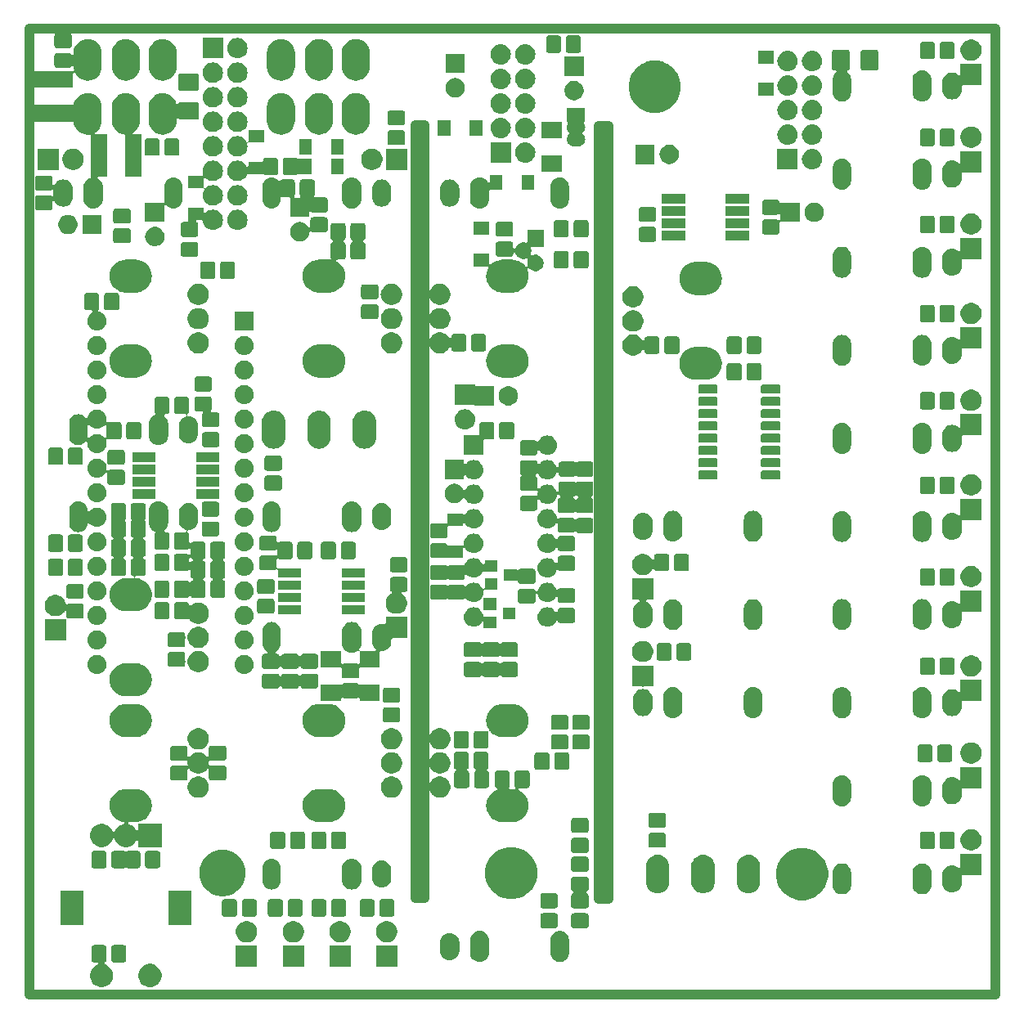
<source format=gbr>
%TF.GenerationSoftware,KiCad,Pcbnew,(5.0.2)-1*%
%TF.CreationDate,2019-02-28T19:15:17+01:00*%
%TF.ProjectId,Kicad-EffectsUnit1,4b696361-642d-4456-9666-65637473556e,Rev A*%
%TF.SameCoordinates,Original*%
%TF.FileFunction,Soldermask,Bot*%
%TF.FilePolarity,Negative*%
%FSLAX46Y46*%
G04 Gerber Fmt 4.6, Leading zero omitted, Abs format (unit mm)*
G04 Created by KiCad (PCBNEW (5.0.2)-1) date 28/02/2019 19:15:17*
%MOMM*%
%LPD*%
G01*
G04 APERTURE LIST*
%ADD10C,1.000000*%
%ADD11C,0.150000*%
G04 APERTURE END LIST*
D10*
X159950000Y-60100000D02*
X159950000Y-140100000D01*
X158950000Y-140100000D02*
X158950000Y-60100000D01*
X158950000Y-60100000D02*
X159950000Y-60100000D01*
X158950000Y-140100000D02*
X159950000Y-140100000D01*
X139950000Y-140000000D02*
X140950000Y-140000000D01*
X139950000Y-60000000D02*
X140950000Y-60000000D01*
X139950000Y-140000000D02*
X139950000Y-60000000D01*
X140950000Y-60000000D02*
X140950000Y-140000000D01*
X200000000Y-50000000D02*
X100000000Y-50000000D01*
X200000000Y-150000000D02*
X200000000Y-50000000D01*
X100000000Y-150000000D02*
X200000000Y-150000000D01*
X100000000Y-50000000D02*
X100000000Y-150000000D01*
D11*
G36*
X112850026Y-146846115D02*
X113068412Y-146936573D01*
X113264958Y-147067901D01*
X113432099Y-147235042D01*
X113563427Y-147431588D01*
X113653885Y-147649974D01*
X113700000Y-147881809D01*
X113700000Y-148118191D01*
X113653885Y-148350026D01*
X113563427Y-148568412D01*
X113432099Y-148764958D01*
X113264958Y-148932099D01*
X113068412Y-149063427D01*
X112850026Y-149153885D01*
X112618191Y-149200000D01*
X112381809Y-149200000D01*
X112149974Y-149153885D01*
X111931588Y-149063427D01*
X111735042Y-148932099D01*
X111567901Y-148764958D01*
X111436573Y-148568412D01*
X111346115Y-148350026D01*
X111300000Y-148118191D01*
X111300000Y-147881809D01*
X111346115Y-147649974D01*
X111436573Y-147431588D01*
X111567901Y-147235042D01*
X111735042Y-147067901D01*
X111931588Y-146936573D01*
X112149974Y-146846115D01*
X112381809Y-146800000D01*
X112618191Y-146800000D01*
X112850026Y-146846115D01*
X112850026Y-146846115D01*
G37*
G36*
X107785530Y-144855710D02*
X107835379Y-144870831D01*
X107881311Y-144895382D01*
X107921574Y-144928426D01*
X107954618Y-144968689D01*
X107979169Y-145014621D01*
X107994290Y-145064470D01*
X108000000Y-145122444D01*
X108000000Y-146377556D01*
X107994290Y-146435530D01*
X107979169Y-146485379D01*
X107954618Y-146531311D01*
X107921574Y-146571574D01*
X107881314Y-146604615D01*
X107846186Y-146623391D01*
X107825812Y-146637005D01*
X107808484Y-146654332D01*
X107794870Y-146674707D01*
X107785493Y-146697346D01*
X107780712Y-146721379D01*
X107780712Y-146745883D01*
X107785492Y-146769917D01*
X107794869Y-146792556D01*
X107808483Y-146812930D01*
X107825810Y-146830258D01*
X107846185Y-146843872D01*
X107857275Y-146849117D01*
X108068412Y-146936573D01*
X108264958Y-147067901D01*
X108432099Y-147235042D01*
X108563427Y-147431588D01*
X108653885Y-147649974D01*
X108700000Y-147881809D01*
X108700000Y-148118191D01*
X108653885Y-148350026D01*
X108563427Y-148568412D01*
X108432099Y-148764958D01*
X108264958Y-148932099D01*
X108068412Y-149063427D01*
X107850026Y-149153885D01*
X107618191Y-149200000D01*
X107381809Y-149200000D01*
X107149974Y-149153885D01*
X106931588Y-149063427D01*
X106735042Y-148932099D01*
X106567901Y-148764958D01*
X106436573Y-148568412D01*
X106346115Y-148350026D01*
X106300000Y-148118191D01*
X106300000Y-147881809D01*
X106346115Y-147649974D01*
X106436573Y-147431588D01*
X106567901Y-147235042D01*
X106735042Y-147067901D01*
X106931588Y-146936573D01*
X107042855Y-146890485D01*
X107064466Y-146878934D01*
X107083408Y-146863389D01*
X107098954Y-146844447D01*
X107110505Y-146822836D01*
X107117618Y-146799387D01*
X107120020Y-146775000D01*
X107117618Y-146750614D01*
X107110505Y-146727165D01*
X107098954Y-146705554D01*
X107083409Y-146686612D01*
X107064467Y-146671066D01*
X107042856Y-146659515D01*
X107019407Y-146652402D01*
X106995020Y-146650000D01*
X106722444Y-146650000D01*
X106664470Y-146644290D01*
X106614621Y-146629169D01*
X106568689Y-146604618D01*
X106528426Y-146571574D01*
X106495382Y-146531311D01*
X106470831Y-146485379D01*
X106455710Y-146435530D01*
X106450000Y-146377556D01*
X106450000Y-145122444D01*
X106455710Y-145064470D01*
X106470831Y-145014621D01*
X106495382Y-144968689D01*
X106528426Y-144928426D01*
X106568689Y-144895382D01*
X106614621Y-144870831D01*
X106664470Y-144855710D01*
X106722444Y-144850000D01*
X107727556Y-144850000D01*
X107785530Y-144855710D01*
X107785530Y-144855710D01*
G37*
G36*
X123600000Y-147100000D02*
X121400000Y-147100000D01*
X121400000Y-144900000D01*
X123600000Y-144900000D01*
X123600000Y-147100000D01*
X123600000Y-147100000D01*
G37*
G36*
X128433333Y-147100000D02*
X126233333Y-147100000D01*
X126233333Y-144900000D01*
X128433333Y-144900000D01*
X128433333Y-147100000D01*
X128433333Y-147100000D01*
G37*
G36*
X133266666Y-147100000D02*
X131066666Y-147100000D01*
X131066666Y-144900000D01*
X133266666Y-144900000D01*
X133266666Y-147100000D01*
X133266666Y-147100000D01*
G37*
G36*
X138100000Y-147100000D02*
X135900000Y-147100000D01*
X135900000Y-144900000D01*
X138100000Y-144900000D01*
X138100000Y-147100000D01*
X138100000Y-147100000D01*
G37*
G36*
X109835530Y-144855710D02*
X109885379Y-144870831D01*
X109931311Y-144895382D01*
X109971574Y-144928426D01*
X110004618Y-144968689D01*
X110029169Y-145014621D01*
X110044290Y-145064470D01*
X110050000Y-145122444D01*
X110050000Y-146377556D01*
X110044290Y-146435530D01*
X110029169Y-146485379D01*
X110004618Y-146531311D01*
X109971574Y-146571574D01*
X109931311Y-146604618D01*
X109885379Y-146629169D01*
X109835530Y-146644290D01*
X109777556Y-146650000D01*
X108772444Y-146650000D01*
X108714470Y-146644290D01*
X108664621Y-146629169D01*
X108618689Y-146604618D01*
X108578426Y-146571574D01*
X108545382Y-146531311D01*
X108520831Y-146485379D01*
X108505710Y-146435530D01*
X108500000Y-146377556D01*
X108500000Y-145122444D01*
X108505710Y-145064470D01*
X108520831Y-145014621D01*
X108545382Y-144968689D01*
X108578426Y-144928426D01*
X108618689Y-144895382D01*
X108664621Y-144870831D01*
X108714470Y-144855710D01*
X108772444Y-144850000D01*
X109777556Y-144850000D01*
X109835530Y-144855710D01*
X109835530Y-144855710D01*
G37*
G36*
X146816030Y-143414469D02*
X146816033Y-143414470D01*
X146816034Y-143414470D01*
X147004535Y-143471651D01*
X147004537Y-143471652D01*
X147178260Y-143564509D01*
X147330528Y-143689472D01*
X147455491Y-143841740D01*
X147531902Y-143984694D01*
X147548349Y-144015465D01*
X147605530Y-144203966D01*
X147605531Y-144203970D01*
X147620000Y-144350876D01*
X147620000Y-145649124D01*
X147605531Y-145796030D01*
X147605530Y-145796033D01*
X147605530Y-145796034D01*
X147593337Y-145836230D01*
X147548348Y-145984537D01*
X147455491Y-146158260D01*
X147330528Y-146310528D01*
X147178258Y-146435493D01*
X147004539Y-146528347D01*
X147004536Y-146528348D01*
X147004534Y-146528349D01*
X146816033Y-146585530D01*
X146816032Y-146585530D01*
X146816029Y-146585531D01*
X146620000Y-146604838D01*
X146423970Y-146585531D01*
X146423967Y-146585530D01*
X146423966Y-146585530D01*
X146235465Y-146528349D01*
X146061742Y-146435492D01*
X146061740Y-146435491D01*
X145909472Y-146310528D01*
X145784507Y-146158258D01*
X145691653Y-145984539D01*
X145683681Y-145958258D01*
X145634470Y-145796033D01*
X145634470Y-145796032D01*
X145634469Y-145796029D01*
X145620000Y-145649123D01*
X145620000Y-144350876D01*
X145634469Y-144203965D01*
X145691651Y-144015467D01*
X145708100Y-143984694D01*
X145784509Y-143841742D01*
X145784510Y-143841740D01*
X145909473Y-143689472D01*
X146061741Y-143564509D01*
X146235464Y-143471652D01*
X146235466Y-143471651D01*
X146423967Y-143414470D01*
X146423968Y-143414470D01*
X146423971Y-143414469D01*
X146620000Y-143395162D01*
X146816030Y-143414469D01*
X146816030Y-143414469D01*
G37*
G36*
X155106232Y-143413746D02*
X155195770Y-143440907D01*
X155285309Y-143468068D01*
X155450347Y-143556283D01*
X155595001Y-143674999D01*
X155713717Y-143819653D01*
X155801932Y-143984691D01*
X155819237Y-144041740D01*
X155856254Y-144163768D01*
X155870000Y-144303335D01*
X155870000Y-145696665D01*
X155860214Y-145796030D01*
X155856254Y-145836231D01*
X155801932Y-146015309D01*
X155713717Y-146180347D01*
X155595001Y-146325001D01*
X155450347Y-146443717D01*
X155285308Y-146531932D01*
X155221433Y-146551308D01*
X155106231Y-146586254D01*
X154920000Y-146604596D01*
X154733768Y-146586254D01*
X154618566Y-146551308D01*
X154554691Y-146531932D01*
X154389653Y-146443717D01*
X154244999Y-146325001D01*
X154126283Y-146180347D01*
X154038068Y-146015308D01*
X154010907Y-145925769D01*
X153983746Y-145836231D01*
X153970000Y-145696664D01*
X153970000Y-144303334D01*
X153983746Y-144163766D01*
X154038068Y-143984694D01*
X154126284Y-143819653D01*
X154245000Y-143674999D01*
X154389654Y-143556283D01*
X154554692Y-143468068D01*
X154644231Y-143440907D01*
X154733769Y-143413746D01*
X154920000Y-143395404D01*
X155106232Y-143413746D01*
X155106232Y-143413746D01*
G37*
G36*
X143716030Y-143614469D02*
X143716033Y-143614470D01*
X143716034Y-143614470D01*
X143904535Y-143671651D01*
X143904537Y-143671652D01*
X144078260Y-143764509D01*
X144230528Y-143889472D01*
X144355491Y-144041740D01*
X144448349Y-144215464D01*
X144505531Y-144403969D01*
X144520000Y-144550877D01*
X144520000Y-145449124D01*
X144505531Y-145596030D01*
X144505530Y-145596033D01*
X144505530Y-145596034D01*
X144475004Y-145696666D01*
X144448348Y-145784537D01*
X144355491Y-145958260D01*
X144230528Y-146110528D01*
X144078258Y-146235493D01*
X143904539Y-146328347D01*
X143904536Y-146328348D01*
X143904534Y-146328349D01*
X143716033Y-146385530D01*
X143716032Y-146385530D01*
X143716029Y-146385531D01*
X143520000Y-146404838D01*
X143323970Y-146385531D01*
X143323967Y-146385530D01*
X143323966Y-146385530D01*
X143135465Y-146328349D01*
X142961742Y-146235492D01*
X142961740Y-146235491D01*
X142809472Y-146110528D01*
X142684507Y-145958258D01*
X142591653Y-145784539D01*
X142564997Y-145696665D01*
X142534470Y-145596033D01*
X142534470Y-145596032D01*
X142534469Y-145596029D01*
X142520000Y-145449123D01*
X142520000Y-144550876D01*
X142534469Y-144403965D01*
X142591651Y-144215467D01*
X142620653Y-144161209D01*
X142684509Y-144041742D01*
X142684510Y-144041740D01*
X142809473Y-143889472D01*
X142961741Y-143764509D01*
X143135464Y-143671652D01*
X143135466Y-143671651D01*
X143323967Y-143614470D01*
X143323968Y-143614470D01*
X143323971Y-143614469D01*
X143520000Y-143595162D01*
X143716030Y-143614469D01*
X143716030Y-143614469D01*
G37*
G36*
X137320857Y-142402272D02*
X137521042Y-142485191D01*
X137701213Y-142605578D01*
X137854422Y-142758787D01*
X137854424Y-142758790D01*
X137854425Y-142758791D01*
X137881960Y-142800000D01*
X137974809Y-142938958D01*
X138057728Y-143139143D01*
X138100000Y-143351658D01*
X138100000Y-143568342D01*
X138057728Y-143780857D01*
X137974809Y-143981042D01*
X137854422Y-144161213D01*
X137701213Y-144314422D01*
X137521042Y-144434809D01*
X137320857Y-144517728D01*
X137108342Y-144560000D01*
X136891658Y-144560000D01*
X136679143Y-144517728D01*
X136478958Y-144434809D01*
X136298787Y-144314422D01*
X136145578Y-144161213D01*
X136025191Y-143981042D01*
X135942272Y-143780857D01*
X135900000Y-143568342D01*
X135900000Y-143351658D01*
X135942272Y-143139143D01*
X136025191Y-142938958D01*
X136118040Y-142800000D01*
X136145575Y-142758791D01*
X136145576Y-142758790D01*
X136145578Y-142758787D01*
X136298787Y-142605578D01*
X136478958Y-142485191D01*
X136679143Y-142402272D01*
X136891658Y-142360000D01*
X137108342Y-142360000D01*
X137320857Y-142402272D01*
X137320857Y-142402272D01*
G37*
G36*
X122820857Y-142402272D02*
X123021042Y-142485191D01*
X123201213Y-142605578D01*
X123354422Y-142758787D01*
X123354424Y-142758790D01*
X123354425Y-142758791D01*
X123381960Y-142800000D01*
X123474809Y-142938958D01*
X123557728Y-143139143D01*
X123600000Y-143351658D01*
X123600000Y-143568342D01*
X123557728Y-143780857D01*
X123474809Y-143981042D01*
X123354422Y-144161213D01*
X123201213Y-144314422D01*
X123021042Y-144434809D01*
X122820857Y-144517728D01*
X122608342Y-144560000D01*
X122391658Y-144560000D01*
X122179143Y-144517728D01*
X121978958Y-144434809D01*
X121798787Y-144314422D01*
X121645578Y-144161213D01*
X121525191Y-143981042D01*
X121442272Y-143780857D01*
X121400000Y-143568342D01*
X121400000Y-143351658D01*
X121442272Y-143139143D01*
X121525191Y-142938958D01*
X121618040Y-142800000D01*
X121645575Y-142758791D01*
X121645576Y-142758790D01*
X121645578Y-142758787D01*
X121798787Y-142605578D01*
X121978958Y-142485191D01*
X122179143Y-142402272D01*
X122391658Y-142360000D01*
X122608342Y-142360000D01*
X122820857Y-142402272D01*
X122820857Y-142402272D01*
G37*
G36*
X132487523Y-142402272D02*
X132687708Y-142485191D01*
X132867879Y-142605578D01*
X133021088Y-142758787D01*
X133021090Y-142758790D01*
X133021091Y-142758791D01*
X133048626Y-142800000D01*
X133141475Y-142938958D01*
X133224394Y-143139143D01*
X133266666Y-143351658D01*
X133266666Y-143568342D01*
X133224394Y-143780857D01*
X133141475Y-143981042D01*
X133021088Y-144161213D01*
X132867879Y-144314422D01*
X132687708Y-144434809D01*
X132487523Y-144517728D01*
X132275008Y-144560000D01*
X132058324Y-144560000D01*
X131845809Y-144517728D01*
X131645624Y-144434809D01*
X131465453Y-144314422D01*
X131312244Y-144161213D01*
X131191857Y-143981042D01*
X131108938Y-143780857D01*
X131066666Y-143568342D01*
X131066666Y-143351658D01*
X131108938Y-143139143D01*
X131191857Y-142938958D01*
X131284706Y-142800000D01*
X131312241Y-142758791D01*
X131312242Y-142758790D01*
X131312244Y-142758787D01*
X131465453Y-142605578D01*
X131645624Y-142485191D01*
X131845809Y-142402272D01*
X132058324Y-142360000D01*
X132275008Y-142360000D01*
X132487523Y-142402272D01*
X132487523Y-142402272D01*
G37*
G36*
X127654190Y-142402272D02*
X127854375Y-142485191D01*
X128034546Y-142605578D01*
X128187755Y-142758787D01*
X128187757Y-142758790D01*
X128187758Y-142758791D01*
X128215293Y-142800000D01*
X128308142Y-142938958D01*
X128391061Y-143139143D01*
X128433333Y-143351658D01*
X128433333Y-143568342D01*
X128391061Y-143780857D01*
X128308142Y-143981042D01*
X128187755Y-144161213D01*
X128034546Y-144314422D01*
X127854375Y-144434809D01*
X127654190Y-144517728D01*
X127441675Y-144560000D01*
X127224991Y-144560000D01*
X127012476Y-144517728D01*
X126812291Y-144434809D01*
X126632120Y-144314422D01*
X126478911Y-144161213D01*
X126358524Y-143981042D01*
X126275605Y-143780857D01*
X126233333Y-143568342D01*
X126233333Y-143351658D01*
X126275605Y-143139143D01*
X126358524Y-142938958D01*
X126451373Y-142800000D01*
X126478908Y-142758791D01*
X126478909Y-142758790D01*
X126478911Y-142758787D01*
X126632120Y-142605578D01*
X126812291Y-142485191D01*
X127012476Y-142402272D01*
X127224991Y-142360000D01*
X127441675Y-142360000D01*
X127654190Y-142402272D01*
X127654190Y-142402272D01*
G37*
G36*
X154485530Y-141555710D02*
X154535379Y-141570831D01*
X154581311Y-141595382D01*
X154621574Y-141628426D01*
X154654618Y-141668689D01*
X154679169Y-141714621D01*
X154694290Y-141764470D01*
X154700000Y-141822444D01*
X154700000Y-142827556D01*
X154694290Y-142885530D01*
X154679169Y-142935379D01*
X154654618Y-142981311D01*
X154621574Y-143021574D01*
X154581311Y-143054618D01*
X154535379Y-143079169D01*
X154485530Y-143094290D01*
X154427556Y-143100000D01*
X153172444Y-143100000D01*
X153114470Y-143094290D01*
X153064621Y-143079169D01*
X153018689Y-143054618D01*
X152978426Y-143021574D01*
X152945382Y-142981311D01*
X152920831Y-142935379D01*
X152905710Y-142885530D01*
X152900000Y-142827556D01*
X152900000Y-141822444D01*
X152905710Y-141764470D01*
X152920831Y-141714621D01*
X152945382Y-141668689D01*
X152978426Y-141628426D01*
X153018689Y-141595382D01*
X153064621Y-141570831D01*
X153114470Y-141555710D01*
X153172444Y-141550000D01*
X154427556Y-141550000D01*
X154485530Y-141555710D01*
X154485530Y-141555710D01*
G37*
G36*
X157685530Y-141555710D02*
X157735379Y-141570831D01*
X157781311Y-141595382D01*
X157821574Y-141628426D01*
X157854618Y-141668689D01*
X157879169Y-141714621D01*
X157894290Y-141764470D01*
X157900000Y-141822444D01*
X157900000Y-142827556D01*
X157894290Y-142885530D01*
X157879169Y-142935379D01*
X157854618Y-142981311D01*
X157821574Y-143021574D01*
X157781311Y-143054618D01*
X157735379Y-143079169D01*
X157685530Y-143094290D01*
X157627556Y-143100000D01*
X156372444Y-143100000D01*
X156314470Y-143094290D01*
X156264621Y-143079169D01*
X156218689Y-143054618D01*
X156178426Y-143021574D01*
X156145382Y-142981311D01*
X156120831Y-142935379D01*
X156105710Y-142885530D01*
X156100000Y-142827556D01*
X156100000Y-141822444D01*
X156105710Y-141764470D01*
X156120831Y-141714621D01*
X156145382Y-141668689D01*
X156178426Y-141628426D01*
X156218689Y-141595382D01*
X156264621Y-141570831D01*
X156314470Y-141555710D01*
X156372444Y-141550000D01*
X157627556Y-141550000D01*
X157685530Y-141555710D01*
X157685530Y-141555710D01*
G37*
G36*
X105600000Y-142800000D02*
X103200000Y-142800000D01*
X103200000Y-139200000D01*
X105600000Y-139200000D01*
X105600000Y-142800000D01*
X105600000Y-142800000D01*
G37*
G36*
X116800000Y-142800000D02*
X114400000Y-142800000D01*
X114400000Y-139200000D01*
X116800000Y-139200000D01*
X116800000Y-142800000D01*
X116800000Y-142800000D01*
G37*
G36*
X121285530Y-140105710D02*
X121335379Y-140120831D01*
X121381311Y-140145382D01*
X121421574Y-140178426D01*
X121454618Y-140218689D01*
X121479169Y-140264621D01*
X121494290Y-140314470D01*
X121500000Y-140372444D01*
X121500000Y-141627556D01*
X121494290Y-141685530D01*
X121479169Y-141735379D01*
X121454618Y-141781311D01*
X121421574Y-141821574D01*
X121381311Y-141854618D01*
X121335379Y-141879169D01*
X121285530Y-141894290D01*
X121227556Y-141900000D01*
X120222444Y-141900000D01*
X120164470Y-141894290D01*
X120114621Y-141879169D01*
X120068689Y-141854618D01*
X120028426Y-141821574D01*
X119995382Y-141781311D01*
X119970831Y-141735379D01*
X119955710Y-141685530D01*
X119950000Y-141627556D01*
X119950000Y-140372444D01*
X119955710Y-140314470D01*
X119970831Y-140264621D01*
X119995382Y-140218689D01*
X120028426Y-140178426D01*
X120068689Y-140145382D01*
X120114621Y-140120831D01*
X120164470Y-140105710D01*
X120222444Y-140100000D01*
X121227556Y-140100000D01*
X121285530Y-140105710D01*
X121285530Y-140105710D01*
G37*
G36*
X123335530Y-140105710D02*
X123385379Y-140120831D01*
X123431311Y-140145382D01*
X123471574Y-140178426D01*
X123504618Y-140218689D01*
X123529169Y-140264621D01*
X123544290Y-140314470D01*
X123550000Y-140372444D01*
X123550000Y-141627556D01*
X123544290Y-141685530D01*
X123529169Y-141735379D01*
X123504618Y-141781311D01*
X123471574Y-141821574D01*
X123431311Y-141854618D01*
X123385379Y-141879169D01*
X123335530Y-141894290D01*
X123277556Y-141900000D01*
X122272444Y-141900000D01*
X122214470Y-141894290D01*
X122164621Y-141879169D01*
X122118689Y-141854618D01*
X122078426Y-141821574D01*
X122045382Y-141781311D01*
X122020831Y-141735379D01*
X122005710Y-141685530D01*
X122000000Y-141627556D01*
X122000000Y-140372444D01*
X122005710Y-140314470D01*
X122020831Y-140264621D01*
X122045382Y-140218689D01*
X122078426Y-140178426D01*
X122118689Y-140145382D01*
X122164621Y-140120831D01*
X122214470Y-140105710D01*
X122272444Y-140100000D01*
X123277556Y-140100000D01*
X123335530Y-140105710D01*
X123335530Y-140105710D01*
G37*
G36*
X128085530Y-140105710D02*
X128135379Y-140120831D01*
X128181311Y-140145382D01*
X128221574Y-140178426D01*
X128254618Y-140218689D01*
X128279169Y-140264621D01*
X128294290Y-140314470D01*
X128300000Y-140372444D01*
X128300000Y-141627556D01*
X128294290Y-141685530D01*
X128279169Y-141735379D01*
X128254618Y-141781311D01*
X128221574Y-141821574D01*
X128181311Y-141854618D01*
X128135379Y-141879169D01*
X128085530Y-141894290D01*
X128027556Y-141900000D01*
X127022444Y-141900000D01*
X126964470Y-141894290D01*
X126914621Y-141879169D01*
X126868689Y-141854618D01*
X126828426Y-141821574D01*
X126795382Y-141781311D01*
X126770831Y-141735379D01*
X126755710Y-141685530D01*
X126750000Y-141627556D01*
X126750000Y-140372444D01*
X126755710Y-140314470D01*
X126770831Y-140264621D01*
X126795382Y-140218689D01*
X126828426Y-140178426D01*
X126868689Y-140145382D01*
X126914621Y-140120831D01*
X126964470Y-140105710D01*
X127022444Y-140100000D01*
X128027556Y-140100000D01*
X128085530Y-140105710D01*
X128085530Y-140105710D01*
G37*
G36*
X126035530Y-140105710D02*
X126085379Y-140120831D01*
X126131311Y-140145382D01*
X126171574Y-140178426D01*
X126204618Y-140218689D01*
X126229169Y-140264621D01*
X126244290Y-140314470D01*
X126250000Y-140372444D01*
X126250000Y-141627556D01*
X126244290Y-141685530D01*
X126229169Y-141735379D01*
X126204618Y-141781311D01*
X126171574Y-141821574D01*
X126131311Y-141854618D01*
X126085379Y-141879169D01*
X126035530Y-141894290D01*
X125977556Y-141900000D01*
X124972444Y-141900000D01*
X124914470Y-141894290D01*
X124864621Y-141879169D01*
X124818689Y-141854618D01*
X124778426Y-141821574D01*
X124745382Y-141781311D01*
X124720831Y-141735379D01*
X124705710Y-141685530D01*
X124700000Y-141627556D01*
X124700000Y-140372444D01*
X124705710Y-140314470D01*
X124720831Y-140264621D01*
X124745382Y-140218689D01*
X124778426Y-140178426D01*
X124818689Y-140145382D01*
X124864621Y-140120831D01*
X124914470Y-140105710D01*
X124972444Y-140100000D01*
X125977556Y-140100000D01*
X126035530Y-140105710D01*
X126035530Y-140105710D01*
G37*
G36*
X132585530Y-140105710D02*
X132635379Y-140120831D01*
X132681311Y-140145382D01*
X132721574Y-140178426D01*
X132754618Y-140218689D01*
X132779169Y-140264621D01*
X132794290Y-140314470D01*
X132800000Y-140372444D01*
X132800000Y-141627556D01*
X132794290Y-141685530D01*
X132779169Y-141735379D01*
X132754618Y-141781311D01*
X132721574Y-141821574D01*
X132681311Y-141854618D01*
X132635379Y-141879169D01*
X132585530Y-141894290D01*
X132527556Y-141900000D01*
X131522444Y-141900000D01*
X131464470Y-141894290D01*
X131414621Y-141879169D01*
X131368689Y-141854618D01*
X131328426Y-141821574D01*
X131295382Y-141781311D01*
X131270831Y-141735379D01*
X131255710Y-141685530D01*
X131250000Y-141627556D01*
X131250000Y-140372444D01*
X131255710Y-140314470D01*
X131270831Y-140264621D01*
X131295382Y-140218689D01*
X131328426Y-140178426D01*
X131368689Y-140145382D01*
X131414621Y-140120831D01*
X131464470Y-140105710D01*
X131522444Y-140100000D01*
X132527556Y-140100000D01*
X132585530Y-140105710D01*
X132585530Y-140105710D01*
G37*
G36*
X135535530Y-140105710D02*
X135585379Y-140120831D01*
X135631311Y-140145382D01*
X135671574Y-140178426D01*
X135704618Y-140218689D01*
X135729169Y-140264621D01*
X135744290Y-140314470D01*
X135750000Y-140372444D01*
X135750000Y-141627556D01*
X135744290Y-141685530D01*
X135729169Y-141735379D01*
X135704618Y-141781311D01*
X135671574Y-141821574D01*
X135631311Y-141854618D01*
X135585379Y-141879169D01*
X135535530Y-141894290D01*
X135477556Y-141900000D01*
X134472444Y-141900000D01*
X134414470Y-141894290D01*
X134364621Y-141879169D01*
X134318689Y-141854618D01*
X134278426Y-141821574D01*
X134245382Y-141781311D01*
X134220831Y-141735379D01*
X134205710Y-141685530D01*
X134200000Y-141627556D01*
X134200000Y-140372444D01*
X134205710Y-140314470D01*
X134220831Y-140264621D01*
X134245382Y-140218689D01*
X134278426Y-140178426D01*
X134318689Y-140145382D01*
X134364621Y-140120831D01*
X134414470Y-140105710D01*
X134472444Y-140100000D01*
X135477556Y-140100000D01*
X135535530Y-140105710D01*
X135535530Y-140105710D01*
G37*
G36*
X137585530Y-140105710D02*
X137635379Y-140120831D01*
X137681311Y-140145382D01*
X137721574Y-140178426D01*
X137754618Y-140218689D01*
X137779169Y-140264621D01*
X137794290Y-140314470D01*
X137800000Y-140372444D01*
X137800000Y-141627556D01*
X137794290Y-141685530D01*
X137779169Y-141735379D01*
X137754618Y-141781311D01*
X137721574Y-141821574D01*
X137681311Y-141854618D01*
X137635379Y-141879169D01*
X137585530Y-141894290D01*
X137527556Y-141900000D01*
X136522444Y-141900000D01*
X136464470Y-141894290D01*
X136414621Y-141879169D01*
X136368689Y-141854618D01*
X136328426Y-141821574D01*
X136295382Y-141781311D01*
X136270831Y-141735379D01*
X136255710Y-141685530D01*
X136250000Y-141627556D01*
X136250000Y-140372444D01*
X136255710Y-140314470D01*
X136270831Y-140264621D01*
X136295382Y-140218689D01*
X136328426Y-140178426D01*
X136368689Y-140145382D01*
X136414621Y-140120831D01*
X136464470Y-140105710D01*
X136522444Y-140100000D01*
X137527556Y-140100000D01*
X137585530Y-140105710D01*
X137585530Y-140105710D01*
G37*
G36*
X130535530Y-140105710D02*
X130585379Y-140120831D01*
X130631311Y-140145382D01*
X130671574Y-140178426D01*
X130704618Y-140218689D01*
X130729169Y-140264621D01*
X130744290Y-140314470D01*
X130750000Y-140372444D01*
X130750000Y-141627556D01*
X130744290Y-141685530D01*
X130729169Y-141735379D01*
X130704618Y-141781311D01*
X130671574Y-141821574D01*
X130631311Y-141854618D01*
X130585379Y-141879169D01*
X130535530Y-141894290D01*
X130477556Y-141900000D01*
X129472444Y-141900000D01*
X129414470Y-141894290D01*
X129364621Y-141879169D01*
X129318689Y-141854618D01*
X129278426Y-141821574D01*
X129245382Y-141781311D01*
X129220831Y-141735379D01*
X129205710Y-141685530D01*
X129200000Y-141627556D01*
X129200000Y-140372444D01*
X129205710Y-140314470D01*
X129220831Y-140264621D01*
X129245382Y-140218689D01*
X129278426Y-140178426D01*
X129318689Y-140145382D01*
X129364621Y-140120831D01*
X129414470Y-140105710D01*
X129472444Y-140100000D01*
X130477556Y-140100000D01*
X130535530Y-140105710D01*
X130535530Y-140105710D01*
G37*
G36*
X157685530Y-137755710D02*
X157735379Y-137770831D01*
X157781311Y-137795382D01*
X157821574Y-137828426D01*
X157854618Y-137868689D01*
X157879169Y-137914621D01*
X157894290Y-137964470D01*
X157900000Y-138022444D01*
X157900000Y-139027556D01*
X157894290Y-139085530D01*
X157879169Y-139135379D01*
X157854618Y-139181311D01*
X157821574Y-139221574D01*
X157781311Y-139254618D01*
X157735378Y-139279169D01*
X157731380Y-139280382D01*
X157708741Y-139289759D01*
X157688366Y-139303373D01*
X157671039Y-139320700D01*
X157657425Y-139341074D01*
X157648047Y-139363713D01*
X157643266Y-139387746D01*
X157643266Y-139412251D01*
X157648046Y-139436284D01*
X157657423Y-139458923D01*
X157671037Y-139479298D01*
X157688364Y-139496625D01*
X157708738Y-139510239D01*
X157731380Y-139519618D01*
X157735378Y-139520831D01*
X157781311Y-139545382D01*
X157821574Y-139578426D01*
X157854618Y-139618689D01*
X157879169Y-139664621D01*
X157894290Y-139714470D01*
X157900000Y-139772444D01*
X157900000Y-140777556D01*
X157894290Y-140835530D01*
X157879169Y-140885379D01*
X157854618Y-140931311D01*
X157821574Y-140971574D01*
X157781311Y-141004618D01*
X157735379Y-141029169D01*
X157685530Y-141044290D01*
X157627556Y-141050000D01*
X156372444Y-141050000D01*
X156314470Y-141044290D01*
X156264621Y-141029169D01*
X156218689Y-141004618D01*
X156178426Y-140971574D01*
X156145382Y-140931311D01*
X156120831Y-140885379D01*
X156105710Y-140835530D01*
X156100000Y-140777556D01*
X156100000Y-139772444D01*
X156105710Y-139714470D01*
X156120831Y-139664621D01*
X156145382Y-139618689D01*
X156178426Y-139578426D01*
X156218689Y-139545382D01*
X156264622Y-139520831D01*
X156268620Y-139519618D01*
X156291259Y-139510241D01*
X156311634Y-139496627D01*
X156328961Y-139479300D01*
X156342575Y-139458926D01*
X156351953Y-139436287D01*
X156356734Y-139412254D01*
X156356734Y-139387749D01*
X156351954Y-139363716D01*
X156342577Y-139341077D01*
X156328963Y-139320702D01*
X156311636Y-139303375D01*
X156291262Y-139289761D01*
X156268620Y-139280382D01*
X156264622Y-139279169D01*
X156218689Y-139254618D01*
X156178426Y-139221574D01*
X156145382Y-139181311D01*
X156120831Y-139135379D01*
X156105710Y-139085530D01*
X156100000Y-139027556D01*
X156100000Y-138022444D01*
X156105710Y-137964470D01*
X156120831Y-137914621D01*
X156145382Y-137868689D01*
X156178426Y-137828426D01*
X156218689Y-137795382D01*
X156264621Y-137770831D01*
X156314470Y-137755710D01*
X156372444Y-137750000D01*
X157627556Y-137750000D01*
X157685530Y-137755710D01*
X157685530Y-137755710D01*
G37*
G36*
X154485530Y-139505710D02*
X154535379Y-139520831D01*
X154581311Y-139545382D01*
X154621574Y-139578426D01*
X154654618Y-139618689D01*
X154679169Y-139664621D01*
X154694290Y-139714470D01*
X154700000Y-139772444D01*
X154700000Y-140777556D01*
X154694290Y-140835530D01*
X154679169Y-140885379D01*
X154654618Y-140931311D01*
X154621574Y-140971574D01*
X154581311Y-141004618D01*
X154535379Y-141029169D01*
X154485530Y-141044290D01*
X154427556Y-141050000D01*
X153172444Y-141050000D01*
X153114470Y-141044290D01*
X153064621Y-141029169D01*
X153018689Y-141004618D01*
X152978426Y-140971574D01*
X152945382Y-140931311D01*
X152920831Y-140885379D01*
X152905710Y-140835530D01*
X152900000Y-140777556D01*
X152900000Y-139772444D01*
X152905710Y-139714470D01*
X152920831Y-139664621D01*
X152945382Y-139618689D01*
X152978426Y-139578426D01*
X153018689Y-139545382D01*
X153064621Y-139520831D01*
X153114470Y-139505710D01*
X153172444Y-139500000D01*
X154427556Y-139500000D01*
X154485530Y-139505710D01*
X154485530Y-139505710D01*
G37*
G36*
X180787560Y-134903759D02*
X181276960Y-135106475D01*
X181278930Y-135107291D01*
X181628390Y-135340793D01*
X181721153Y-135402775D01*
X182097225Y-135778847D01*
X182097227Y-135778850D01*
X182363405Y-136177213D01*
X182392710Y-136221072D01*
X182596241Y-136712440D01*
X182700000Y-137234072D01*
X182700000Y-137765928D01*
X182596241Y-138287560D01*
X182394337Y-138775000D01*
X182392709Y-138778930D01*
X182175106Y-139104596D01*
X182097225Y-139221153D01*
X181721153Y-139597225D01*
X181721150Y-139597227D01*
X181278930Y-139892709D01*
X181278929Y-139892710D01*
X181278928Y-139892710D01*
X180787560Y-140096241D01*
X180265928Y-140200000D01*
X179734072Y-140200000D01*
X179212440Y-140096241D01*
X178721072Y-139892710D01*
X178721071Y-139892710D01*
X178721070Y-139892709D01*
X178278850Y-139597227D01*
X178278847Y-139597225D01*
X177902775Y-139221153D01*
X177824894Y-139104596D01*
X177607291Y-138778930D01*
X177605663Y-138775000D01*
X177403759Y-138287560D01*
X177300000Y-137765928D01*
X177300000Y-137234072D01*
X177403759Y-136712440D01*
X177607290Y-136221072D01*
X177636596Y-136177213D01*
X177902773Y-135778850D01*
X177902775Y-135778847D01*
X178278847Y-135402775D01*
X178371610Y-135340793D01*
X178721070Y-135107291D01*
X178723040Y-135106475D01*
X179212440Y-134903759D01*
X179734072Y-134800000D01*
X180265928Y-134800000D01*
X180787560Y-134903759D01*
X180787560Y-134903759D01*
G37*
G36*
X150687560Y-134803759D02*
X151161328Y-135000000D01*
X151178930Y-135007291D01*
X151576812Y-135273147D01*
X151621153Y-135302775D01*
X151997225Y-135678847D01*
X151997227Y-135678850D01*
X152288707Y-136115080D01*
X152292710Y-136121072D01*
X152496241Y-136612440D01*
X152600000Y-137134072D01*
X152600000Y-137665928D01*
X152496241Y-138187560D01*
X152294337Y-138675000D01*
X152292709Y-138678930D01*
X152059235Y-139028348D01*
X151997225Y-139121153D01*
X151621153Y-139497225D01*
X151621150Y-139497227D01*
X151178930Y-139792709D01*
X151178929Y-139792710D01*
X151178928Y-139792710D01*
X150687560Y-139996241D01*
X150165928Y-140100000D01*
X149634072Y-140100000D01*
X149112440Y-139996241D01*
X148621072Y-139792710D01*
X148621071Y-139792710D01*
X148621070Y-139792709D01*
X148178850Y-139497227D01*
X148178847Y-139497225D01*
X147802775Y-139121153D01*
X147740765Y-139028348D01*
X147507291Y-138678930D01*
X147505663Y-138675000D01*
X147303759Y-138187560D01*
X147200000Y-137665928D01*
X147200000Y-137134072D01*
X147303759Y-136612440D01*
X147507290Y-136121072D01*
X147511294Y-136115080D01*
X147802773Y-135678850D01*
X147802775Y-135678847D01*
X148178847Y-135302775D01*
X148223188Y-135273147D01*
X148621070Y-135007291D01*
X148638672Y-135000000D01*
X149112440Y-134803759D01*
X149634072Y-134700000D01*
X150165928Y-134700000D01*
X150687560Y-134803759D01*
X150687560Y-134803759D01*
G37*
G36*
X120351904Y-135022979D02*
X120700054Y-135092230D01*
X121136826Y-135273147D01*
X121529911Y-135535798D01*
X121864202Y-135870089D01*
X122126853Y-136263174D01*
X122307770Y-136699946D01*
X122363233Y-136978781D01*
X122400000Y-137163619D01*
X122400000Y-137636381D01*
X122387223Y-137700614D01*
X122307770Y-138100054D01*
X122126853Y-138536826D01*
X121864202Y-138929911D01*
X121529911Y-139264202D01*
X121136826Y-139526853D01*
X120700054Y-139707770D01*
X120374913Y-139772444D01*
X120236381Y-139800000D01*
X119763619Y-139800000D01*
X119625087Y-139772444D01*
X119299946Y-139707770D01*
X118863174Y-139526853D01*
X118470089Y-139264202D01*
X118135798Y-138929911D01*
X117873147Y-138536826D01*
X117692230Y-138100054D01*
X117612777Y-137700614D01*
X117600000Y-137636381D01*
X117600000Y-137163619D01*
X117636767Y-136978781D01*
X117692230Y-136699946D01*
X117873147Y-136263174D01*
X118135798Y-135870089D01*
X118470089Y-135535798D01*
X118863174Y-135273147D01*
X119299946Y-135092230D01*
X119648096Y-135022979D01*
X119763619Y-135000000D01*
X120236381Y-135000000D01*
X120351904Y-135022979D01*
X120351904Y-135022979D01*
G37*
G36*
X192618546Y-136414464D02*
X192618549Y-136414465D01*
X192618550Y-136414465D01*
X192807051Y-136471646D01*
X192807053Y-136471647D01*
X192807056Y-136471648D01*
X192980775Y-136564502D01*
X193133045Y-136689467D01*
X193258008Y-136841735D01*
X193334418Y-136984688D01*
X193350866Y-137015460D01*
X193408047Y-137203961D01*
X193408048Y-137203965D01*
X193422517Y-137350871D01*
X193422517Y-138649119D01*
X193408048Y-138796025D01*
X193408047Y-138796028D01*
X193408047Y-138796029D01*
X193350867Y-138984528D01*
X193350865Y-138984532D01*
X193258008Y-139158255D01*
X193133045Y-139310523D01*
X192980777Y-139435486D01*
X192807054Y-139528343D01*
X192807052Y-139528344D01*
X192618551Y-139585525D01*
X192618550Y-139585525D01*
X192618547Y-139585526D01*
X192422517Y-139604833D01*
X192226488Y-139585526D01*
X192226485Y-139585525D01*
X192226484Y-139585525D01*
X192037983Y-139528344D01*
X192037981Y-139528343D01*
X191864258Y-139435486D01*
X191711990Y-139310523D01*
X191587027Y-139158255D01*
X191540597Y-139071391D01*
X191494169Y-138984530D01*
X191487651Y-138963044D01*
X191436986Y-138796030D01*
X191422517Y-138649119D01*
X191422517Y-137350872D01*
X191436986Y-137203966D01*
X191436987Y-137203962D01*
X191494168Y-137015461D01*
X191494169Y-137015459D01*
X191494170Y-137015456D01*
X191587024Y-136841737D01*
X191711989Y-136689467D01*
X191864257Y-136564504D01*
X192037980Y-136471647D01*
X192037982Y-136471646D01*
X192226483Y-136414465D01*
X192226484Y-136414465D01*
X192226487Y-136414464D01*
X192422517Y-136395157D01*
X192618546Y-136414464D01*
X192618546Y-136414464D01*
G37*
G36*
X184308748Y-136413741D02*
X184398286Y-136440902D01*
X184487825Y-136468063D01*
X184652864Y-136556278D01*
X184797518Y-136674994D01*
X184916234Y-136819648D01*
X185004449Y-136984686D01*
X185024528Y-137050880D01*
X185058771Y-137163763D01*
X185072517Y-137303330D01*
X185072517Y-138696660D01*
X185061458Y-138808950D01*
X185058771Y-138836226D01*
X185004449Y-139015304D01*
X184916234Y-139180342D01*
X184797518Y-139324996D01*
X184652864Y-139443712D01*
X184487826Y-139531927D01*
X184443470Y-139545382D01*
X184308749Y-139586249D01*
X184122517Y-139604591D01*
X183936286Y-139586249D01*
X183801565Y-139545382D01*
X183757209Y-139531927D01*
X183592171Y-139443712D01*
X183447517Y-139324996D01*
X183328801Y-139180342D01*
X183240585Y-139015301D01*
X183186263Y-138836229D01*
X183172517Y-138696661D01*
X183172517Y-137303330D01*
X183186263Y-137163764D01*
X183240585Y-136984687D01*
X183328800Y-136819648D01*
X183447516Y-136674994D01*
X183592170Y-136556278D01*
X183757208Y-136468063D01*
X183846747Y-136440902D01*
X183936285Y-136413741D01*
X184122517Y-136395399D01*
X184308748Y-136413741D01*
X184308748Y-136413741D01*
G37*
G36*
X174688377Y-135539595D02*
X174835074Y-135584095D01*
X174917594Y-135609127D01*
X174974051Y-135639304D01*
X175128841Y-135722041D01*
X175314002Y-135873998D01*
X175465959Y-136059158D01*
X175518103Y-136156713D01*
X175578873Y-136270405D01*
X175587850Y-136300000D01*
X175648405Y-136499622D01*
X175666000Y-136678268D01*
X175666000Y-138321732D01*
X175648405Y-138500378D01*
X175603286Y-138649115D01*
X175578873Y-138729595D01*
X175549510Y-138784528D01*
X175465959Y-138940842D01*
X175314002Y-139126002D01*
X175128842Y-139277959D01*
X174979960Y-139357538D01*
X174917595Y-139390873D01*
X174847120Y-139412251D01*
X174688378Y-139460405D01*
X174450000Y-139483883D01*
X174211623Y-139460405D01*
X174052881Y-139412251D01*
X173982406Y-139390873D01*
X173920041Y-139357538D01*
X173771159Y-139277959D01*
X173585999Y-139126002D01*
X173434042Y-138940842D01*
X173321128Y-138729594D01*
X173311562Y-138698058D01*
X173251595Y-138500379D01*
X173234000Y-138321733D01*
X173234000Y-136678268D01*
X173251595Y-136499625D01*
X173251595Y-136499623D01*
X173315959Y-136287444D01*
X173321127Y-136270406D01*
X173364388Y-136189472D01*
X173434041Y-136059159D01*
X173585998Y-135873998D01*
X173771158Y-135722041D01*
X173920040Y-135642462D01*
X173982405Y-135609127D01*
X174064925Y-135584095D01*
X174211622Y-135539595D01*
X174450000Y-135516117D01*
X174688377Y-135539595D01*
X174688377Y-135539595D01*
G37*
G36*
X169988377Y-135539595D02*
X170135074Y-135584095D01*
X170217594Y-135609127D01*
X170274051Y-135639304D01*
X170428841Y-135722041D01*
X170614002Y-135873998D01*
X170765959Y-136059158D01*
X170818103Y-136156713D01*
X170878873Y-136270405D01*
X170887850Y-136300000D01*
X170948405Y-136499622D01*
X170966000Y-136678268D01*
X170966000Y-138321732D01*
X170948405Y-138500378D01*
X170903286Y-138649115D01*
X170878873Y-138729595D01*
X170849510Y-138784528D01*
X170765959Y-138940842D01*
X170614002Y-139126002D01*
X170428842Y-139277959D01*
X170279960Y-139357538D01*
X170217595Y-139390873D01*
X170147120Y-139412251D01*
X169988378Y-139460405D01*
X169750000Y-139483883D01*
X169511623Y-139460405D01*
X169352881Y-139412251D01*
X169282406Y-139390873D01*
X169220041Y-139357538D01*
X169071159Y-139277959D01*
X168885999Y-139126002D01*
X168734042Y-138940842D01*
X168621128Y-138729594D01*
X168611562Y-138698058D01*
X168551595Y-138500379D01*
X168534000Y-138321733D01*
X168534000Y-136678268D01*
X168551595Y-136499625D01*
X168551595Y-136499623D01*
X168615959Y-136287444D01*
X168621127Y-136270406D01*
X168664388Y-136189472D01*
X168734041Y-136059159D01*
X168885998Y-135873998D01*
X169071158Y-135722041D01*
X169220040Y-135642462D01*
X169282405Y-135609127D01*
X169364925Y-135584095D01*
X169511622Y-135539595D01*
X169750000Y-135516117D01*
X169988377Y-135539595D01*
X169988377Y-135539595D01*
G37*
G36*
X165288377Y-135539595D02*
X165435074Y-135584095D01*
X165517594Y-135609127D01*
X165574051Y-135639304D01*
X165728841Y-135722041D01*
X165914002Y-135873998D01*
X166065959Y-136059158D01*
X166118103Y-136156713D01*
X166178873Y-136270405D01*
X166187850Y-136300000D01*
X166248405Y-136499622D01*
X166266000Y-136678268D01*
X166266000Y-138321732D01*
X166248405Y-138500378D01*
X166203286Y-138649115D01*
X166178873Y-138729595D01*
X166149510Y-138784528D01*
X166065959Y-138940842D01*
X165914002Y-139126002D01*
X165728842Y-139277959D01*
X165579960Y-139357538D01*
X165517595Y-139390873D01*
X165447120Y-139412251D01*
X165288378Y-139460405D01*
X165050000Y-139483883D01*
X164811623Y-139460405D01*
X164652881Y-139412251D01*
X164582406Y-139390873D01*
X164520041Y-139357538D01*
X164371159Y-139277959D01*
X164185999Y-139126002D01*
X164034042Y-138940842D01*
X163921128Y-138729594D01*
X163911562Y-138698058D01*
X163851595Y-138500379D01*
X163834000Y-138321733D01*
X163834000Y-136678268D01*
X163851595Y-136499625D01*
X163851595Y-136499623D01*
X163915959Y-136287444D01*
X163921127Y-136270406D01*
X163964388Y-136189472D01*
X164034041Y-136059159D01*
X164185998Y-135873998D01*
X164371158Y-135722041D01*
X164520040Y-135642462D01*
X164582405Y-135609127D01*
X164664925Y-135584095D01*
X164811622Y-135539595D01*
X165050000Y-135516117D01*
X165288377Y-135539595D01*
X165288377Y-135539595D01*
G37*
G36*
X198600000Y-137600000D02*
X196647517Y-137600000D01*
X196623131Y-137602402D01*
X196599682Y-137609515D01*
X196578071Y-137621066D01*
X196559129Y-137636612D01*
X196543583Y-137655554D01*
X196532032Y-137677165D01*
X196524919Y-137700614D01*
X196522517Y-137725000D01*
X196522517Y-138449118D01*
X196508048Y-138596026D01*
X196450866Y-138784531D01*
X196358008Y-138958255D01*
X196233045Y-139110523D01*
X196080777Y-139235486D01*
X195953766Y-139303375D01*
X195907052Y-139328344D01*
X195718551Y-139385525D01*
X195718550Y-139385525D01*
X195718547Y-139385526D01*
X195522517Y-139404833D01*
X195326488Y-139385526D01*
X195326485Y-139385525D01*
X195326484Y-139385525D01*
X195137983Y-139328344D01*
X195091269Y-139303375D01*
X194964258Y-139235486D01*
X194811990Y-139110523D01*
X194687027Y-138958255D01*
X194596813Y-138789477D01*
X194594169Y-138784530D01*
X194592470Y-138778930D01*
X194536986Y-138596030D01*
X194522517Y-138449119D01*
X194522517Y-137550872D01*
X194536986Y-137403966D01*
X194536987Y-137403962D01*
X194594168Y-137215461D01*
X194594169Y-137215459D01*
X194594170Y-137215456D01*
X194687024Y-137041737D01*
X194811989Y-136889467D01*
X194964257Y-136764504D01*
X195137980Y-136671647D01*
X195137982Y-136671646D01*
X195326483Y-136614465D01*
X195326484Y-136614465D01*
X195326487Y-136614464D01*
X195522517Y-136595157D01*
X195718546Y-136614464D01*
X195718549Y-136614465D01*
X195718550Y-136614465D01*
X195907051Y-136671646D01*
X195907053Y-136671647D01*
X195907056Y-136671648D01*
X196080771Y-136764500D01*
X196080774Y-136764502D01*
X196080775Y-136764503D01*
X196190581Y-136854618D01*
X196195701Y-136858820D01*
X196216076Y-136872433D01*
X196238715Y-136881811D01*
X196262748Y-136886591D01*
X196287253Y-136886591D01*
X196311286Y-136881810D01*
X196333925Y-136872433D01*
X196354299Y-136858819D01*
X196371627Y-136841492D01*
X196385240Y-136821117D01*
X196394618Y-136798478D01*
X196400000Y-136762193D01*
X196400000Y-135400000D01*
X198600000Y-135400000D01*
X198600000Y-137600000D01*
X198600000Y-137600000D01*
G37*
G36*
X133576029Y-135914469D02*
X133576032Y-135914470D01*
X133576033Y-135914470D01*
X133764534Y-135971651D01*
X133764536Y-135971652D01*
X133764539Y-135971653D01*
X133938258Y-136064507D01*
X134090528Y-136189472D01*
X134215491Y-136341740D01*
X134291901Y-136484693D01*
X134308349Y-136515465D01*
X134364311Y-136699947D01*
X134365531Y-136703970D01*
X134380000Y-136850876D01*
X134380000Y-138149124D01*
X134365531Y-138296030D01*
X134365530Y-138296033D01*
X134365530Y-138296034D01*
X134308350Y-138484533D01*
X134308348Y-138484537D01*
X134215491Y-138658260D01*
X134090528Y-138810528D01*
X133938260Y-138935491D01*
X133766019Y-139027556D01*
X133764535Y-139028349D01*
X133576034Y-139085530D01*
X133576033Y-139085530D01*
X133576030Y-139085531D01*
X133380000Y-139104838D01*
X133183971Y-139085531D01*
X133183968Y-139085530D01*
X133183967Y-139085530D01*
X132995466Y-139028349D01*
X132993982Y-139027556D01*
X132821741Y-138935491D01*
X132669473Y-138810528D01*
X132544510Y-138658260D01*
X132468101Y-138515308D01*
X132451652Y-138484535D01*
X132451651Y-138484533D01*
X132394469Y-138296035D01*
X132380000Y-138149124D01*
X132380000Y-136850877D01*
X132394469Y-136703971D01*
X132394470Y-136703967D01*
X132451651Y-136515466D01*
X132451652Y-136515464D01*
X132451653Y-136515461D01*
X132544507Y-136341742D01*
X132669472Y-136189472D01*
X132821740Y-136064509D01*
X132995463Y-135971652D01*
X132995465Y-135971651D01*
X133183966Y-135914470D01*
X133183967Y-135914470D01*
X133183970Y-135914469D01*
X133380000Y-135895162D01*
X133576029Y-135914469D01*
X133576029Y-135914469D01*
G37*
G36*
X125266231Y-135913746D02*
X125355769Y-135940907D01*
X125445308Y-135968068D01*
X125610347Y-136056283D01*
X125755001Y-136174999D01*
X125873717Y-136319653D01*
X125961932Y-136484691D01*
X125966462Y-136499624D01*
X126016254Y-136663768D01*
X126020214Y-136703971D01*
X126025943Y-136762138D01*
X126030000Y-136803335D01*
X126030000Y-138196665D01*
X126016254Y-138336232D01*
X126009112Y-138359775D01*
X125961932Y-138515309D01*
X125873717Y-138680347D01*
X125755001Y-138825001D01*
X125610347Y-138943717D01*
X125445309Y-139031932D01*
X125372134Y-139054129D01*
X125266232Y-139086254D01*
X125080000Y-139104596D01*
X124893769Y-139086254D01*
X124787867Y-139054129D01*
X124714692Y-139031932D01*
X124549654Y-138943717D01*
X124405000Y-138825001D01*
X124286284Y-138680347D01*
X124198068Y-138515306D01*
X124143746Y-138336234D01*
X124130000Y-138196666D01*
X124130000Y-136803335D01*
X124138952Y-136712440D01*
X124143746Y-136663769D01*
X124173858Y-136564502D01*
X124198068Y-136484692D01*
X124286283Y-136319653D01*
X124404999Y-136174999D01*
X124549653Y-136056283D01*
X124714691Y-135968068D01*
X124804230Y-135940907D01*
X124893768Y-135913746D01*
X125080000Y-135895404D01*
X125266231Y-135913746D01*
X125266231Y-135913746D01*
G37*
G36*
X136676029Y-136114469D02*
X136676032Y-136114470D01*
X136676033Y-136114470D01*
X136864534Y-136171651D01*
X136864536Y-136171652D01*
X136864539Y-136171653D01*
X137038258Y-136264507D01*
X137190528Y-136389472D01*
X137315491Y-136541740D01*
X137402203Y-136703966D01*
X137408349Y-136715465D01*
X137456546Y-136874351D01*
X137465531Y-136903970D01*
X137480000Y-137050876D01*
X137480000Y-137949123D01*
X137465531Y-138096031D01*
X137408349Y-138284536D01*
X137315491Y-138458260D01*
X137190528Y-138610528D01*
X137038260Y-138735491D01*
X136900828Y-138808950D01*
X136864535Y-138828349D01*
X136676034Y-138885530D01*
X136676033Y-138885530D01*
X136676030Y-138885531D01*
X136480000Y-138904838D01*
X136283971Y-138885531D01*
X136283968Y-138885530D01*
X136283967Y-138885530D01*
X136095466Y-138828349D01*
X136059173Y-138808950D01*
X135921741Y-138735491D01*
X135769473Y-138610528D01*
X135644510Y-138458260D01*
X135551651Y-138284533D01*
X135494469Y-138096035D01*
X135480000Y-137949124D01*
X135480000Y-137050877D01*
X135494469Y-136903971D01*
X135494470Y-136903967D01*
X135551651Y-136715466D01*
X135551652Y-136715464D01*
X135551653Y-136715461D01*
X135644507Y-136541742D01*
X135769472Y-136389472D01*
X135921740Y-136264509D01*
X136095463Y-136171652D01*
X136095465Y-136171651D01*
X136283966Y-136114470D01*
X136283967Y-136114470D01*
X136283970Y-136114469D01*
X136480000Y-136095162D01*
X136676029Y-136114469D01*
X136676029Y-136114469D01*
G37*
G36*
X157685530Y-135705710D02*
X157735379Y-135720831D01*
X157781311Y-135745382D01*
X157821574Y-135778426D01*
X157854618Y-135818689D01*
X157879169Y-135864621D01*
X157894290Y-135914470D01*
X157900000Y-135972444D01*
X157900000Y-136977556D01*
X157894290Y-137035530D01*
X157879169Y-137085379D01*
X157854618Y-137131311D01*
X157821574Y-137171574D01*
X157781311Y-137204618D01*
X157735379Y-137229169D01*
X157685530Y-137244290D01*
X157627556Y-137250000D01*
X156372444Y-137250000D01*
X156314470Y-137244290D01*
X156264621Y-137229169D01*
X156218689Y-137204618D01*
X156178426Y-137171574D01*
X156145382Y-137131311D01*
X156120831Y-137085379D01*
X156105710Y-137035530D01*
X156100000Y-136977556D01*
X156100000Y-135972444D01*
X156105710Y-135914470D01*
X156120831Y-135864621D01*
X156145382Y-135818689D01*
X156178426Y-135778426D01*
X156218689Y-135745382D01*
X156264621Y-135720831D01*
X156314470Y-135705710D01*
X156372444Y-135700000D01*
X157627556Y-135700000D01*
X157685530Y-135705710D01*
X157685530Y-135705710D01*
G37*
G36*
X109835530Y-135105710D02*
X109885376Y-135120830D01*
X109941075Y-135150602D01*
X109963714Y-135159980D01*
X109987748Y-135164760D01*
X110012252Y-135164760D01*
X110036286Y-135159980D01*
X110058925Y-135150602D01*
X110114624Y-135120830D01*
X110164470Y-135105710D01*
X110222444Y-135100000D01*
X111227556Y-135100000D01*
X111285530Y-135105710D01*
X111335379Y-135120831D01*
X111381311Y-135145382D01*
X111421574Y-135178426D01*
X111454618Y-135218689D01*
X111479169Y-135264621D01*
X111494290Y-135314470D01*
X111500000Y-135372444D01*
X111500000Y-136627556D01*
X111494290Y-136685530D01*
X111479169Y-136735379D01*
X111454618Y-136781311D01*
X111421574Y-136821574D01*
X111381311Y-136854618D01*
X111335379Y-136879169D01*
X111285530Y-136894290D01*
X111227556Y-136900000D01*
X110222444Y-136900000D01*
X110164470Y-136894290D01*
X110114624Y-136879170D01*
X110058925Y-136849398D01*
X110036286Y-136840020D01*
X110012252Y-136835240D01*
X109987748Y-136835240D01*
X109963714Y-136840020D01*
X109941075Y-136849398D01*
X109885376Y-136879170D01*
X109835530Y-136894290D01*
X109777556Y-136900000D01*
X108772444Y-136900000D01*
X108714470Y-136894290D01*
X108664621Y-136879169D01*
X108618689Y-136854618D01*
X108578426Y-136821574D01*
X108545382Y-136781311D01*
X108520831Y-136735379D01*
X108505710Y-136685530D01*
X108500000Y-136627556D01*
X108500000Y-135372444D01*
X108505710Y-135314470D01*
X108520831Y-135264621D01*
X108545382Y-135218689D01*
X108578426Y-135178426D01*
X108618689Y-135145382D01*
X108664621Y-135120831D01*
X108714470Y-135105710D01*
X108772444Y-135100000D01*
X109777556Y-135100000D01*
X109835530Y-135105710D01*
X109835530Y-135105710D01*
G37*
G36*
X107785530Y-135105710D02*
X107835379Y-135120831D01*
X107881311Y-135145382D01*
X107921574Y-135178426D01*
X107954618Y-135218689D01*
X107979169Y-135264621D01*
X107994290Y-135314470D01*
X108000000Y-135372444D01*
X108000000Y-136627556D01*
X107994290Y-136685530D01*
X107979169Y-136735379D01*
X107954618Y-136781311D01*
X107921574Y-136821574D01*
X107881311Y-136854618D01*
X107835379Y-136879169D01*
X107785530Y-136894290D01*
X107727556Y-136900000D01*
X106722444Y-136900000D01*
X106664470Y-136894290D01*
X106614621Y-136879169D01*
X106568689Y-136854618D01*
X106528426Y-136821574D01*
X106495382Y-136781311D01*
X106470831Y-136735379D01*
X106455710Y-136685530D01*
X106450000Y-136627556D01*
X106450000Y-135372444D01*
X106455710Y-135314470D01*
X106470831Y-135264621D01*
X106495382Y-135218689D01*
X106528426Y-135178426D01*
X106568689Y-135145382D01*
X106614621Y-135120831D01*
X106664470Y-135105710D01*
X106722444Y-135100000D01*
X107727556Y-135100000D01*
X107785530Y-135105710D01*
X107785530Y-135105710D01*
G37*
G36*
X113335530Y-135105710D02*
X113385379Y-135120831D01*
X113431311Y-135145382D01*
X113471574Y-135178426D01*
X113504618Y-135218689D01*
X113529169Y-135264621D01*
X113544290Y-135314470D01*
X113550000Y-135372444D01*
X113550000Y-136627556D01*
X113544290Y-136685530D01*
X113529169Y-136735379D01*
X113504618Y-136781311D01*
X113471574Y-136821574D01*
X113431311Y-136854618D01*
X113385379Y-136879169D01*
X113335530Y-136894290D01*
X113277556Y-136900000D01*
X112272444Y-136900000D01*
X112214470Y-136894290D01*
X112164621Y-136879169D01*
X112118689Y-136854618D01*
X112078426Y-136821574D01*
X112045382Y-136781311D01*
X112020831Y-136735379D01*
X112005710Y-136685530D01*
X112000000Y-136627556D01*
X112000000Y-135372444D01*
X112005710Y-135314470D01*
X112020831Y-135264621D01*
X112045382Y-135218689D01*
X112078426Y-135178426D01*
X112118689Y-135145382D01*
X112164621Y-135120831D01*
X112214470Y-135105710D01*
X112272444Y-135100000D01*
X113277556Y-135100000D01*
X113335530Y-135105710D01*
X113335530Y-135105710D01*
G37*
G36*
X157685530Y-133755710D02*
X157735379Y-133770831D01*
X157781311Y-133795382D01*
X157821574Y-133828426D01*
X157854618Y-133868689D01*
X157879169Y-133914621D01*
X157894290Y-133964470D01*
X157900000Y-134022444D01*
X157900000Y-135027556D01*
X157894290Y-135085530D01*
X157879169Y-135135379D01*
X157854618Y-135181311D01*
X157821574Y-135221574D01*
X157781311Y-135254618D01*
X157735379Y-135279169D01*
X157685530Y-135294290D01*
X157627556Y-135300000D01*
X156372444Y-135300000D01*
X156314470Y-135294290D01*
X156264621Y-135279169D01*
X156218689Y-135254618D01*
X156178426Y-135221574D01*
X156145382Y-135181311D01*
X156120831Y-135135379D01*
X156105710Y-135085530D01*
X156100000Y-135027556D01*
X156100000Y-134022444D01*
X156105710Y-133964470D01*
X156120831Y-133914621D01*
X156145382Y-133868689D01*
X156178426Y-133828426D01*
X156218689Y-133795382D01*
X156264621Y-133770831D01*
X156314470Y-133755710D01*
X156372444Y-133750000D01*
X157627556Y-133750000D01*
X157685530Y-133755710D01*
X157685530Y-133755710D01*
G37*
G36*
X197820857Y-132902272D02*
X198021042Y-132985191D01*
X198021045Y-132985193D01*
X198197670Y-133103210D01*
X198201213Y-133105578D01*
X198354422Y-133258787D01*
X198354424Y-133258790D01*
X198354425Y-133258791D01*
X198436623Y-133381809D01*
X198474809Y-133438958D01*
X198557728Y-133639143D01*
X198600000Y-133851658D01*
X198600000Y-134068342D01*
X198557728Y-134280857D01*
X198474809Y-134481042D01*
X198474807Y-134481045D01*
X198357698Y-134656311D01*
X198354422Y-134661213D01*
X198201213Y-134814422D01*
X198201210Y-134814424D01*
X198201209Y-134814425D01*
X198067510Y-134903760D01*
X198021042Y-134934809D01*
X197820857Y-135017728D01*
X197608342Y-135060000D01*
X197391658Y-135060000D01*
X197179143Y-135017728D01*
X196978958Y-134934809D01*
X196932490Y-134903760D01*
X196798791Y-134814425D01*
X196798790Y-134814424D01*
X196798787Y-134814422D01*
X196645578Y-134661213D01*
X196642303Y-134656311D01*
X196525193Y-134481045D01*
X196525191Y-134481042D01*
X196442272Y-134280857D01*
X196400000Y-134068342D01*
X196400000Y-133851658D01*
X196442272Y-133639143D01*
X196525191Y-133438958D01*
X196563377Y-133381809D01*
X196645575Y-133258791D01*
X196645576Y-133258790D01*
X196645578Y-133258787D01*
X196798787Y-133105578D01*
X196802331Y-133103210D01*
X196978955Y-132985193D01*
X196978958Y-132985191D01*
X197179143Y-132902272D01*
X197391658Y-132860000D01*
X197608342Y-132860000D01*
X197820857Y-132902272D01*
X197820857Y-132902272D01*
G37*
G36*
X128335530Y-133105710D02*
X128385379Y-133120831D01*
X128431311Y-133145382D01*
X128471574Y-133178426D01*
X128504618Y-133218689D01*
X128529169Y-133264621D01*
X128544290Y-133314470D01*
X128550000Y-133372444D01*
X128550000Y-134627556D01*
X128544290Y-134685530D01*
X128529169Y-134735379D01*
X128504618Y-134781311D01*
X128471574Y-134821574D01*
X128431311Y-134854618D01*
X128385379Y-134879169D01*
X128335530Y-134894290D01*
X128277556Y-134900000D01*
X127272444Y-134900000D01*
X127214470Y-134894290D01*
X127164621Y-134879169D01*
X127118689Y-134854618D01*
X127078426Y-134821574D01*
X127045382Y-134781311D01*
X127020831Y-134735379D01*
X127005710Y-134685530D01*
X127000000Y-134627556D01*
X127000000Y-133372444D01*
X127005710Y-133314470D01*
X127020831Y-133264621D01*
X127045382Y-133218689D01*
X127078426Y-133178426D01*
X127118689Y-133145382D01*
X127164621Y-133120831D01*
X127214470Y-133105710D01*
X127272444Y-133100000D01*
X128277556Y-133100000D01*
X128335530Y-133105710D01*
X128335530Y-133105710D01*
G37*
G36*
X126285530Y-133105710D02*
X126335379Y-133120831D01*
X126381311Y-133145382D01*
X126421574Y-133178426D01*
X126454618Y-133218689D01*
X126479169Y-133264621D01*
X126494290Y-133314470D01*
X126500000Y-133372444D01*
X126500000Y-134627556D01*
X126494290Y-134685530D01*
X126479169Y-134735379D01*
X126454618Y-134781311D01*
X126421574Y-134821574D01*
X126381311Y-134854618D01*
X126335379Y-134879169D01*
X126285530Y-134894290D01*
X126227556Y-134900000D01*
X125222444Y-134900000D01*
X125164470Y-134894290D01*
X125114621Y-134879169D01*
X125068689Y-134854618D01*
X125028426Y-134821574D01*
X124995382Y-134781311D01*
X124970831Y-134735379D01*
X124955710Y-134685530D01*
X124950000Y-134627556D01*
X124950000Y-133372444D01*
X124955710Y-133314470D01*
X124970831Y-133264621D01*
X124995382Y-133218689D01*
X125028426Y-133178426D01*
X125068689Y-133145382D01*
X125114621Y-133120831D01*
X125164470Y-133105710D01*
X125222444Y-133100000D01*
X126227556Y-133100000D01*
X126285530Y-133105710D01*
X126285530Y-133105710D01*
G37*
G36*
X130535530Y-133105710D02*
X130585379Y-133120831D01*
X130631311Y-133145382D01*
X130671574Y-133178426D01*
X130704618Y-133218689D01*
X130729169Y-133264621D01*
X130744290Y-133314470D01*
X130750000Y-133372444D01*
X130750000Y-134627556D01*
X130744290Y-134685530D01*
X130729169Y-134735379D01*
X130704618Y-134781311D01*
X130671574Y-134821574D01*
X130631311Y-134854618D01*
X130585379Y-134879169D01*
X130535530Y-134894290D01*
X130477556Y-134900000D01*
X129472444Y-134900000D01*
X129414470Y-134894290D01*
X129364621Y-134879169D01*
X129318689Y-134854618D01*
X129278426Y-134821574D01*
X129245382Y-134781311D01*
X129220831Y-134735379D01*
X129205710Y-134685530D01*
X129200000Y-134627556D01*
X129200000Y-133372444D01*
X129205710Y-133314470D01*
X129220831Y-133264621D01*
X129245382Y-133218689D01*
X129278426Y-133178426D01*
X129318689Y-133145382D01*
X129364621Y-133120831D01*
X129414470Y-133105710D01*
X129472444Y-133100000D01*
X130477556Y-133100000D01*
X130535530Y-133105710D01*
X130535530Y-133105710D01*
G37*
G36*
X195585530Y-133105710D02*
X195635379Y-133120831D01*
X195681311Y-133145382D01*
X195721574Y-133178426D01*
X195754618Y-133218689D01*
X195779169Y-133264621D01*
X195794290Y-133314470D01*
X195800000Y-133372444D01*
X195800000Y-134627556D01*
X195794290Y-134685530D01*
X195779169Y-134735379D01*
X195754618Y-134781311D01*
X195721574Y-134821574D01*
X195681311Y-134854618D01*
X195635379Y-134879169D01*
X195585530Y-134894290D01*
X195527556Y-134900000D01*
X194522444Y-134900000D01*
X194464470Y-134894290D01*
X194414621Y-134879169D01*
X194368689Y-134854618D01*
X194328426Y-134821574D01*
X194295382Y-134781311D01*
X194270831Y-134735379D01*
X194255710Y-134685530D01*
X194250000Y-134627556D01*
X194250000Y-133372444D01*
X194255710Y-133314470D01*
X194270831Y-133264621D01*
X194295382Y-133218689D01*
X194328426Y-133178426D01*
X194368689Y-133145382D01*
X194414621Y-133120831D01*
X194464470Y-133105710D01*
X194522444Y-133100000D01*
X195527556Y-133100000D01*
X195585530Y-133105710D01*
X195585530Y-133105710D01*
G37*
G36*
X193535530Y-133105710D02*
X193585379Y-133120831D01*
X193631311Y-133145382D01*
X193671574Y-133178426D01*
X193704618Y-133218689D01*
X193729169Y-133264621D01*
X193744290Y-133314470D01*
X193750000Y-133372444D01*
X193750000Y-134627556D01*
X193744290Y-134685530D01*
X193729169Y-134735379D01*
X193704618Y-134781311D01*
X193671574Y-134821574D01*
X193631311Y-134854618D01*
X193585379Y-134879169D01*
X193535530Y-134894290D01*
X193477556Y-134900000D01*
X192472444Y-134900000D01*
X192414470Y-134894290D01*
X192364621Y-134879169D01*
X192318689Y-134854618D01*
X192278426Y-134821574D01*
X192245382Y-134781311D01*
X192220831Y-134735379D01*
X192205710Y-134685530D01*
X192200000Y-134627556D01*
X192200000Y-133372444D01*
X192205710Y-133314470D01*
X192220831Y-133264621D01*
X192245382Y-133218689D01*
X192278426Y-133178426D01*
X192318689Y-133145382D01*
X192364621Y-133120831D01*
X192414470Y-133105710D01*
X192472444Y-133100000D01*
X193477556Y-133100000D01*
X193535530Y-133105710D01*
X193535530Y-133105710D01*
G37*
G36*
X132585530Y-133105710D02*
X132635379Y-133120831D01*
X132681311Y-133145382D01*
X132721574Y-133178426D01*
X132754618Y-133218689D01*
X132779169Y-133264621D01*
X132794290Y-133314470D01*
X132800000Y-133372444D01*
X132800000Y-134627556D01*
X132794290Y-134685530D01*
X132779169Y-134735379D01*
X132754618Y-134781311D01*
X132721574Y-134821574D01*
X132681311Y-134854618D01*
X132635379Y-134879169D01*
X132585530Y-134894290D01*
X132527556Y-134900000D01*
X131522444Y-134900000D01*
X131464470Y-134894290D01*
X131414621Y-134879169D01*
X131368689Y-134854618D01*
X131328426Y-134821574D01*
X131295382Y-134781311D01*
X131270831Y-134735379D01*
X131255710Y-134685530D01*
X131250000Y-134627556D01*
X131250000Y-133372444D01*
X131255710Y-133314470D01*
X131270831Y-133264621D01*
X131295382Y-133218689D01*
X131328426Y-133178426D01*
X131368689Y-133145382D01*
X131414621Y-133120831D01*
X131464470Y-133105710D01*
X131522444Y-133100000D01*
X132527556Y-133100000D01*
X132585530Y-133105710D01*
X132585530Y-133105710D01*
G37*
G36*
X165685530Y-133230710D02*
X165735379Y-133245831D01*
X165781311Y-133270382D01*
X165821574Y-133303426D01*
X165854618Y-133343689D01*
X165879169Y-133389621D01*
X165894290Y-133439470D01*
X165900000Y-133497444D01*
X165900000Y-134502556D01*
X165894290Y-134560530D01*
X165879169Y-134610379D01*
X165854618Y-134656311D01*
X165821574Y-134696574D01*
X165781311Y-134729618D01*
X165735379Y-134754169D01*
X165685530Y-134769290D01*
X165627556Y-134775000D01*
X164372444Y-134775000D01*
X164314470Y-134769290D01*
X164264621Y-134754169D01*
X164218689Y-134729618D01*
X164178426Y-134696574D01*
X164145382Y-134656311D01*
X164120831Y-134610379D01*
X164105710Y-134560530D01*
X164100000Y-134502556D01*
X164100000Y-133497444D01*
X164105710Y-133439470D01*
X164120831Y-133389621D01*
X164145382Y-133343689D01*
X164178426Y-133303426D01*
X164218689Y-133270382D01*
X164264621Y-133245831D01*
X164314470Y-133230710D01*
X164372444Y-133225000D01*
X165627556Y-133225000D01*
X165685530Y-133230710D01*
X165685530Y-133230710D01*
G37*
G36*
X111160420Y-128707575D02*
X111333258Y-128724598D01*
X111506020Y-128777005D01*
X111653710Y-128821806D01*
X111949041Y-128979664D01*
X112207898Y-129192102D01*
X112420336Y-129450959D01*
X112578194Y-129746290D01*
X112610597Y-129853108D01*
X112675402Y-130066742D01*
X112708225Y-130400000D01*
X112675402Y-130733258D01*
X112610597Y-130946892D01*
X112578194Y-131053710D01*
X112420336Y-131349041D01*
X112207898Y-131607898D01*
X111949041Y-131820336D01*
X111653710Y-131978194D01*
X111566696Y-132004589D01*
X111399248Y-132055384D01*
X111376614Y-132064760D01*
X111356239Y-132078374D01*
X111338912Y-132095701D01*
X111325298Y-132116075D01*
X111315921Y-132138714D01*
X111311140Y-132162748D01*
X111311140Y-132187252D01*
X111315920Y-132211285D01*
X111325298Y-132233924D01*
X111338912Y-132254299D01*
X111356239Y-132271626D01*
X111376613Y-132285240D01*
X111399252Y-132294617D01*
X111423286Y-132299398D01*
X111435538Y-132300000D01*
X113700000Y-132300000D01*
X113700000Y-134700000D01*
X111300000Y-134700000D01*
X111300000Y-134125692D01*
X111297598Y-134101306D01*
X111290485Y-134077857D01*
X111278934Y-134056246D01*
X111263388Y-134037304D01*
X111244446Y-134021758D01*
X111222835Y-134010207D01*
X111199386Y-134003094D01*
X111175000Y-134000692D01*
X111150614Y-134003094D01*
X111127165Y-134010207D01*
X111105554Y-134021758D01*
X111086612Y-134037304D01*
X111071066Y-134056246D01*
X111069105Y-134059915D01*
X110932099Y-134264958D01*
X110764958Y-134432099D01*
X110568412Y-134563427D01*
X110350026Y-134653885D01*
X110118191Y-134700000D01*
X109881809Y-134700000D01*
X109649974Y-134653885D01*
X109431588Y-134563427D01*
X109235042Y-134432099D01*
X109067901Y-134264958D01*
X108936573Y-134068412D01*
X108865485Y-133896790D01*
X108853934Y-133875179D01*
X108838388Y-133856237D01*
X108819446Y-133840691D01*
X108797836Y-133829140D01*
X108774386Y-133822027D01*
X108750000Y-133819625D01*
X108725614Y-133822027D01*
X108702165Y-133829140D01*
X108680554Y-133840691D01*
X108661612Y-133856237D01*
X108646066Y-133875179D01*
X108634515Y-133896790D01*
X108563427Y-134068412D01*
X108432099Y-134264958D01*
X108264958Y-134432099D01*
X108068412Y-134563427D01*
X107850026Y-134653885D01*
X107618191Y-134700000D01*
X107381809Y-134700000D01*
X107149974Y-134653885D01*
X106931588Y-134563427D01*
X106735042Y-134432099D01*
X106567901Y-134264958D01*
X106436573Y-134068412D01*
X106346115Y-133850026D01*
X106300000Y-133618191D01*
X106300000Y-133381809D01*
X106346115Y-133149974D01*
X106436573Y-132931588D01*
X106567901Y-132735042D01*
X106735042Y-132567901D01*
X106931588Y-132436573D01*
X107149974Y-132346115D01*
X107381809Y-132300000D01*
X107618191Y-132300000D01*
X107850026Y-132346115D01*
X108068412Y-132436573D01*
X108264958Y-132567901D01*
X108432099Y-132735042D01*
X108563427Y-132931588D01*
X108634515Y-133103210D01*
X108646066Y-133124821D01*
X108661612Y-133143763D01*
X108680554Y-133159309D01*
X108702164Y-133170860D01*
X108725614Y-133177973D01*
X108750000Y-133180375D01*
X108774386Y-133177973D01*
X108797835Y-133170860D01*
X108819446Y-133159309D01*
X108838388Y-133143763D01*
X108853934Y-133124821D01*
X108865485Y-133103210D01*
X108936573Y-132931588D01*
X109067901Y-132735042D01*
X109235042Y-132567901D01*
X109431588Y-132436573D01*
X109649973Y-132346115D01*
X109739294Y-132328348D01*
X109762743Y-132321235D01*
X109784354Y-132309684D01*
X109803296Y-132294138D01*
X109818841Y-132275196D01*
X109830392Y-132253585D01*
X109837505Y-132230136D01*
X109838010Y-132225000D01*
X110256868Y-132225000D01*
X110259270Y-132249386D01*
X110266383Y-132272835D01*
X110277934Y-132294446D01*
X110293480Y-132313388D01*
X110312422Y-132328934D01*
X110334033Y-132340485D01*
X110343005Y-132343207D01*
X110568412Y-132436573D01*
X110764958Y-132567901D01*
X110932099Y-132735042D01*
X111069110Y-132940093D01*
X111071071Y-132943761D01*
X111086618Y-132962702D01*
X111105561Y-132978246D01*
X111127172Y-132989796D01*
X111150622Y-132996908D01*
X111175008Y-132999308D01*
X111199395Y-132996905D01*
X111222843Y-132989790D01*
X111244453Y-132978237D01*
X111263394Y-132962690D01*
X111278938Y-132943747D01*
X111290488Y-132922136D01*
X111297600Y-132898686D01*
X111300000Y-132874308D01*
X111300000Y-132216594D01*
X111297598Y-132192208D01*
X111290485Y-132168759D01*
X111278934Y-132147148D01*
X111263388Y-132128206D01*
X111244446Y-132112660D01*
X111222835Y-132101109D01*
X111199386Y-132093996D01*
X111162748Y-132092196D01*
X111083511Y-132100000D01*
X110381868Y-132100000D01*
X110357482Y-132102402D01*
X110334033Y-132109515D01*
X110312422Y-132121066D01*
X110293480Y-132136612D01*
X110277934Y-132155554D01*
X110266383Y-132177165D01*
X110259270Y-132200614D01*
X110256868Y-132225000D01*
X109838010Y-132225000D01*
X109839907Y-132205750D01*
X109837505Y-132181363D01*
X109830392Y-132157914D01*
X109818841Y-132136303D01*
X109803295Y-132117361D01*
X109784353Y-132101816D01*
X109762742Y-132090265D01*
X109739293Y-132083152D01*
X109727170Y-132081354D01*
X109666742Y-132075402D01*
X109453108Y-132010597D01*
X109346290Y-131978194D01*
X109050959Y-131820336D01*
X108792102Y-131607898D01*
X108579664Y-131349041D01*
X108421806Y-131053710D01*
X108389403Y-130946892D01*
X108324598Y-130733258D01*
X108291775Y-130400000D01*
X108324598Y-130066742D01*
X108389403Y-129853108D01*
X108421806Y-129746290D01*
X108579664Y-129450959D01*
X108792102Y-129192102D01*
X109050959Y-128979664D01*
X109346290Y-128821806D01*
X109493980Y-128777005D01*
X109666742Y-128724598D01*
X109839580Y-128707575D01*
X109916489Y-128700000D01*
X111083511Y-128700000D01*
X111160420Y-128707575D01*
X111160420Y-128707575D01*
G37*
G36*
X157685530Y-131705710D02*
X157735379Y-131720831D01*
X157781311Y-131745382D01*
X157821574Y-131778426D01*
X157854618Y-131818689D01*
X157879169Y-131864621D01*
X157894290Y-131914470D01*
X157900000Y-131972444D01*
X157900000Y-132977556D01*
X157894290Y-133035530D01*
X157879169Y-133085379D01*
X157854618Y-133131311D01*
X157821574Y-133171574D01*
X157781311Y-133204618D01*
X157735379Y-133229169D01*
X157685530Y-133244290D01*
X157627556Y-133250000D01*
X156372444Y-133250000D01*
X156314470Y-133244290D01*
X156264621Y-133229169D01*
X156218689Y-133204618D01*
X156178426Y-133171574D01*
X156145382Y-133131311D01*
X156120831Y-133085379D01*
X156105710Y-133035530D01*
X156100000Y-132977556D01*
X156100000Y-131972444D01*
X156105710Y-131914470D01*
X156120831Y-131864621D01*
X156145382Y-131818689D01*
X156178426Y-131778426D01*
X156218689Y-131745382D01*
X156264621Y-131720831D01*
X156314470Y-131705710D01*
X156372444Y-131700000D01*
X157627556Y-131700000D01*
X157685530Y-131705710D01*
X157685530Y-131705710D01*
G37*
G36*
X165685530Y-131180710D02*
X165735379Y-131195831D01*
X165781311Y-131220382D01*
X165821574Y-131253426D01*
X165854618Y-131293689D01*
X165879169Y-131339621D01*
X165894290Y-131389470D01*
X165900000Y-131447444D01*
X165900000Y-132452556D01*
X165894290Y-132510530D01*
X165879169Y-132560379D01*
X165854618Y-132606311D01*
X165821574Y-132646574D01*
X165781311Y-132679618D01*
X165735379Y-132704169D01*
X165685530Y-132719290D01*
X165627556Y-132725000D01*
X164372444Y-132725000D01*
X164314470Y-132719290D01*
X164264621Y-132704169D01*
X164218689Y-132679618D01*
X164178426Y-132646574D01*
X164145382Y-132606311D01*
X164120831Y-132560379D01*
X164105710Y-132510530D01*
X164100000Y-132452556D01*
X164100000Y-131447444D01*
X164105710Y-131389470D01*
X164120831Y-131339621D01*
X164145382Y-131293689D01*
X164178426Y-131253426D01*
X164218689Y-131220382D01*
X164264621Y-131195831D01*
X164314470Y-131180710D01*
X164372444Y-131175000D01*
X165627556Y-131175000D01*
X165685530Y-131180710D01*
X165685530Y-131180710D01*
G37*
G36*
X149535530Y-126805710D02*
X149585379Y-126820831D01*
X149631311Y-126845382D01*
X149671574Y-126878426D01*
X149704618Y-126918689D01*
X149729169Y-126964621D01*
X149744290Y-127014470D01*
X149750000Y-127072444D01*
X149750000Y-128327556D01*
X149744290Y-128385530D01*
X149729169Y-128435379D01*
X149704618Y-128481311D01*
X149692808Y-128495701D01*
X149679194Y-128516075D01*
X149669816Y-128538714D01*
X149665036Y-128562748D01*
X149665036Y-128587252D01*
X149669816Y-128611285D01*
X149679194Y-128633925D01*
X149692808Y-128654299D01*
X149710135Y-128671626D01*
X149730509Y-128685240D01*
X149753148Y-128694618D01*
X149777182Y-128699398D01*
X149789434Y-128700000D01*
X150083510Y-128700000D01*
X150208953Y-128712355D01*
X150233451Y-128712355D01*
X150257484Y-128707575D01*
X150280123Y-128698197D01*
X150300498Y-128684584D01*
X150317825Y-128667257D01*
X150331439Y-128646882D01*
X150340816Y-128624243D01*
X150345597Y-128600210D01*
X150345597Y-128575705D01*
X150340817Y-128551672D01*
X150331439Y-128529033D01*
X150317826Y-128508659D01*
X150295382Y-128481311D01*
X150270831Y-128435379D01*
X150255710Y-128385530D01*
X150250000Y-128327556D01*
X150250000Y-127072444D01*
X150255710Y-127014470D01*
X150270831Y-126964621D01*
X150295382Y-126918689D01*
X150328426Y-126878426D01*
X150368689Y-126845382D01*
X150414621Y-126820831D01*
X150464470Y-126805710D01*
X150522444Y-126800000D01*
X151527556Y-126800000D01*
X151585530Y-126805710D01*
X151635379Y-126820831D01*
X151681311Y-126845382D01*
X151721574Y-126878426D01*
X151754618Y-126918689D01*
X151779169Y-126964621D01*
X151794290Y-127014470D01*
X151800000Y-127072444D01*
X151800000Y-128327556D01*
X151794290Y-128385530D01*
X151779169Y-128435379D01*
X151754618Y-128481311D01*
X151721574Y-128521574D01*
X151681311Y-128554618D01*
X151635379Y-128579169D01*
X151585530Y-128594290D01*
X151527556Y-128600000D01*
X150737768Y-128600000D01*
X150713382Y-128602402D01*
X150689933Y-128609515D01*
X150668322Y-128621066D01*
X150649380Y-128636612D01*
X150633834Y-128655554D01*
X150622283Y-128677165D01*
X150615170Y-128700614D01*
X150612768Y-128725000D01*
X150615170Y-128749386D01*
X150622283Y-128772835D01*
X150633834Y-128794446D01*
X150649380Y-128813388D01*
X150678843Y-128835240D01*
X150949041Y-128979664D01*
X151207898Y-129192102D01*
X151420336Y-129450959D01*
X151578194Y-129746290D01*
X151610597Y-129853108D01*
X151675402Y-130066742D01*
X151708225Y-130400000D01*
X151675402Y-130733258D01*
X151610597Y-130946892D01*
X151578194Y-131053710D01*
X151420336Y-131349041D01*
X151207898Y-131607898D01*
X150949041Y-131820336D01*
X150653710Y-131978194D01*
X150546892Y-132010597D01*
X150333258Y-132075402D01*
X150182351Y-132090265D01*
X150083511Y-132100000D01*
X148916489Y-132100000D01*
X148817649Y-132090265D01*
X148666742Y-132075402D01*
X148453108Y-132010597D01*
X148346290Y-131978194D01*
X148050959Y-131820336D01*
X147792102Y-131607898D01*
X147579664Y-131349041D01*
X147421806Y-131053710D01*
X147389403Y-130946892D01*
X147324598Y-130733258D01*
X147291775Y-130400000D01*
X147324598Y-130066742D01*
X147389403Y-129853108D01*
X147421806Y-129746290D01*
X147579664Y-129450959D01*
X147792102Y-129192102D01*
X148050959Y-128979664D01*
X148346292Y-128821805D01*
X148361064Y-128817324D01*
X148383702Y-128807947D01*
X148404077Y-128794333D01*
X148421404Y-128777005D01*
X148435018Y-128756631D01*
X148444395Y-128733992D01*
X148449175Y-128709958D01*
X148449175Y-128685454D01*
X148444394Y-128661420D01*
X148435017Y-128638782D01*
X148421403Y-128618407D01*
X148404075Y-128601080D01*
X148383701Y-128587466D01*
X148367904Y-128580924D01*
X148318689Y-128554618D01*
X148278426Y-128521574D01*
X148245382Y-128481311D01*
X148220831Y-128435379D01*
X148205710Y-128385530D01*
X148200000Y-128327556D01*
X148200000Y-127072444D01*
X148205710Y-127014470D01*
X148220831Y-126964621D01*
X148245382Y-126918689D01*
X148278426Y-126878426D01*
X148318689Y-126845382D01*
X148364621Y-126820831D01*
X148414470Y-126805710D01*
X148472444Y-126800000D01*
X149477556Y-126800000D01*
X149535530Y-126805710D01*
X149535530Y-126805710D01*
G37*
G36*
X131160420Y-128707575D02*
X131333258Y-128724598D01*
X131506020Y-128777005D01*
X131653710Y-128821806D01*
X131949041Y-128979664D01*
X132207898Y-129192102D01*
X132420336Y-129450959D01*
X132578194Y-129746290D01*
X132610597Y-129853108D01*
X132675402Y-130066742D01*
X132708225Y-130400000D01*
X132675402Y-130733258D01*
X132610597Y-130946892D01*
X132578194Y-131053710D01*
X132420336Y-131349041D01*
X132207898Y-131607898D01*
X131949041Y-131820336D01*
X131653710Y-131978194D01*
X131546892Y-132010597D01*
X131333258Y-132075402D01*
X131182351Y-132090265D01*
X131083511Y-132100000D01*
X129916489Y-132100000D01*
X129817649Y-132090265D01*
X129666742Y-132075402D01*
X129453108Y-132010597D01*
X129346290Y-131978194D01*
X129050959Y-131820336D01*
X128792102Y-131607898D01*
X128579664Y-131349041D01*
X128421806Y-131053710D01*
X128389403Y-130946892D01*
X128324598Y-130733258D01*
X128291775Y-130400000D01*
X128324598Y-130066742D01*
X128389403Y-129853108D01*
X128421806Y-129746290D01*
X128579664Y-129450959D01*
X128792102Y-129192102D01*
X129050959Y-128979664D01*
X129346290Y-128821806D01*
X129493980Y-128777005D01*
X129666742Y-128724598D01*
X129839580Y-128707575D01*
X129916489Y-128700000D01*
X131083511Y-128700000D01*
X131160420Y-128707575D01*
X131160420Y-128707575D01*
G37*
G36*
X192618546Y-127294894D02*
X192618549Y-127294895D01*
X192618550Y-127294895D01*
X192807051Y-127352076D01*
X192807053Y-127352077D01*
X192807056Y-127352078D01*
X192980775Y-127444932D01*
X193133045Y-127569897D01*
X193258008Y-127722165D01*
X193334418Y-127865118D01*
X193350866Y-127895890D01*
X193408047Y-128084391D01*
X193408048Y-128084395D01*
X193422517Y-128231301D01*
X193422517Y-129529549D01*
X193408048Y-129676455D01*
X193408047Y-129676458D01*
X193408047Y-129676459D01*
X193350867Y-129864958D01*
X193350865Y-129864962D01*
X193258008Y-130038685D01*
X193133045Y-130190953D01*
X192980777Y-130315916D01*
X192980775Y-130315917D01*
X192807052Y-130408774D01*
X192618551Y-130465955D01*
X192618550Y-130465955D01*
X192618547Y-130465956D01*
X192422517Y-130485263D01*
X192226488Y-130465956D01*
X192226485Y-130465955D01*
X192226484Y-130465955D01*
X192037983Y-130408774D01*
X191864260Y-130315917D01*
X191864258Y-130315916D01*
X191711990Y-130190953D01*
X191587027Y-130038685D01*
X191510618Y-129895733D01*
X191494169Y-129864960D01*
X191494168Y-129864958D01*
X191436986Y-129676460D01*
X191422517Y-129529549D01*
X191422517Y-128231302D01*
X191436986Y-128084396D01*
X191436987Y-128084392D01*
X191494168Y-127895891D01*
X191494169Y-127895889D01*
X191494170Y-127895886D01*
X191587024Y-127722167D01*
X191711989Y-127569897D01*
X191864257Y-127444934D01*
X192037980Y-127352077D01*
X192037982Y-127352076D01*
X192226483Y-127294895D01*
X192226484Y-127294895D01*
X192226487Y-127294894D01*
X192422517Y-127275587D01*
X192618546Y-127294894D01*
X192618546Y-127294894D01*
G37*
G36*
X184308748Y-127294171D02*
X184398286Y-127321332D01*
X184487825Y-127348493D01*
X184652864Y-127436708D01*
X184797518Y-127555424D01*
X184916234Y-127700078D01*
X185004449Y-127865116D01*
X185013783Y-127895886D01*
X185058771Y-128044193D01*
X185072517Y-128183760D01*
X185072517Y-129577090D01*
X185058771Y-129716657D01*
X185031610Y-129806195D01*
X185004449Y-129895734D01*
X184916234Y-130060772D01*
X184797518Y-130205426D01*
X184652864Y-130324142D01*
X184487826Y-130412357D01*
X184398287Y-130439518D01*
X184308749Y-130466679D01*
X184122517Y-130485021D01*
X183936286Y-130466679D01*
X183846748Y-130439518D01*
X183757209Y-130412357D01*
X183592171Y-130324142D01*
X183447517Y-130205426D01*
X183328801Y-130060772D01*
X183240585Y-129895731D01*
X183186263Y-129716659D01*
X183172517Y-129577091D01*
X183172517Y-128183760D01*
X183181172Y-128095886D01*
X183186263Y-128044194D01*
X183231251Y-127895888D01*
X183240585Y-127865117D01*
X183328800Y-127700078D01*
X183447516Y-127555424D01*
X183592170Y-127436708D01*
X183757208Y-127348493D01*
X183846747Y-127321332D01*
X183936285Y-127294171D01*
X184122517Y-127275829D01*
X184308748Y-127294171D01*
X184308748Y-127294171D01*
G37*
G36*
X198600000Y-128600000D02*
X196647517Y-128600000D01*
X196623131Y-128602402D01*
X196599682Y-128609515D01*
X196578071Y-128621066D01*
X196559129Y-128636612D01*
X196543583Y-128655554D01*
X196532032Y-128677165D01*
X196524919Y-128700614D01*
X196522517Y-128725000D01*
X196522517Y-129329548D01*
X196508048Y-129476456D01*
X196450866Y-129664961D01*
X196358008Y-129838685D01*
X196233045Y-129990953D01*
X196080777Y-130115916D01*
X196080775Y-130115917D01*
X195907052Y-130208774D01*
X195718551Y-130265955D01*
X195718550Y-130265955D01*
X195718547Y-130265956D01*
X195522517Y-130285263D01*
X195326488Y-130265956D01*
X195326485Y-130265955D01*
X195326484Y-130265955D01*
X195137983Y-130208774D01*
X194964260Y-130115917D01*
X194964258Y-130115916D01*
X194811990Y-129990953D01*
X194687027Y-129838685D01*
X194594168Y-129664958D01*
X194536986Y-129476460D01*
X194522517Y-129329549D01*
X194522517Y-128431302D01*
X194536986Y-128284396D01*
X194536987Y-128284392D01*
X194594168Y-128095891D01*
X194594169Y-128095889D01*
X194594170Y-128095886D01*
X194687024Y-127922167D01*
X194811989Y-127769897D01*
X194964257Y-127644934D01*
X195137980Y-127552077D01*
X195137982Y-127552076D01*
X195326483Y-127494895D01*
X195326484Y-127494895D01*
X195326487Y-127494894D01*
X195522517Y-127475587D01*
X195718546Y-127494894D01*
X195718549Y-127494895D01*
X195718550Y-127494895D01*
X195907051Y-127552076D01*
X195907053Y-127552077D01*
X195907056Y-127552078D01*
X196080771Y-127644930D01*
X196080774Y-127644932D01*
X196080775Y-127644933D01*
X196174163Y-127721574D01*
X196195701Y-127739250D01*
X196216076Y-127752863D01*
X196238715Y-127762241D01*
X196262748Y-127767021D01*
X196287253Y-127767021D01*
X196311286Y-127762240D01*
X196333925Y-127752863D01*
X196354299Y-127739249D01*
X196371627Y-127721922D01*
X196385240Y-127701547D01*
X196394618Y-127678908D01*
X196400000Y-127642623D01*
X196400000Y-126400000D01*
X198600000Y-126400000D01*
X198600000Y-128600000D01*
X198600000Y-128600000D01*
G37*
G36*
X137820857Y-127442272D02*
X138021042Y-127525191D01*
X138021045Y-127525193D01*
X138200250Y-127644934D01*
X138201213Y-127645578D01*
X138354422Y-127798787D01*
X138354424Y-127798790D01*
X138354425Y-127798791D01*
X138419305Y-127895891D01*
X138474809Y-127978958D01*
X138557728Y-128179143D01*
X138600000Y-128391658D01*
X138600000Y-128608342D01*
X138557728Y-128820857D01*
X138474809Y-129021042D01*
X138354422Y-129201213D01*
X138201213Y-129354422D01*
X138021042Y-129474809D01*
X137820857Y-129557728D01*
X137608342Y-129600000D01*
X137391658Y-129600000D01*
X137179143Y-129557728D01*
X136978958Y-129474809D01*
X136798787Y-129354422D01*
X136645578Y-129201213D01*
X136525191Y-129021042D01*
X136442272Y-128820857D01*
X136400000Y-128608342D01*
X136400000Y-128391658D01*
X136442272Y-128179143D01*
X136525191Y-127978958D01*
X136580695Y-127895891D01*
X136645575Y-127798791D01*
X136645576Y-127798790D01*
X136645578Y-127798787D01*
X136798787Y-127645578D01*
X136799751Y-127644934D01*
X136978955Y-127525193D01*
X136978958Y-127525191D01*
X137179143Y-127442272D01*
X137391658Y-127400000D01*
X137608342Y-127400000D01*
X137820857Y-127442272D01*
X137820857Y-127442272D01*
G37*
G36*
X142820857Y-127442272D02*
X143021042Y-127525191D01*
X143021045Y-127525193D01*
X143200250Y-127644934D01*
X143201213Y-127645578D01*
X143354422Y-127798787D01*
X143354424Y-127798790D01*
X143354425Y-127798791D01*
X143419305Y-127895891D01*
X143474809Y-127978958D01*
X143557728Y-128179143D01*
X143600000Y-128391658D01*
X143600000Y-128608342D01*
X143557728Y-128820857D01*
X143474809Y-129021042D01*
X143354422Y-129201213D01*
X143201213Y-129354422D01*
X143021042Y-129474809D01*
X142820857Y-129557728D01*
X142608342Y-129600000D01*
X142391658Y-129600000D01*
X142179143Y-129557728D01*
X141978958Y-129474809D01*
X141798787Y-129354422D01*
X141645578Y-129201213D01*
X141525191Y-129021042D01*
X141442272Y-128820857D01*
X141400000Y-128608342D01*
X141400000Y-128391658D01*
X141442272Y-128179143D01*
X141525191Y-127978958D01*
X141580695Y-127895891D01*
X141645575Y-127798791D01*
X141645576Y-127798790D01*
X141645578Y-127798787D01*
X141798787Y-127645578D01*
X141799751Y-127644934D01*
X141978955Y-127525193D01*
X141978958Y-127525191D01*
X142179143Y-127442272D01*
X142391658Y-127400000D01*
X142608342Y-127400000D01*
X142820857Y-127442272D01*
X142820857Y-127442272D01*
G37*
G36*
X117820857Y-127442272D02*
X118021042Y-127525191D01*
X118021045Y-127525193D01*
X118200250Y-127644934D01*
X118201213Y-127645578D01*
X118354422Y-127798787D01*
X118354424Y-127798790D01*
X118354425Y-127798791D01*
X118419305Y-127895891D01*
X118474809Y-127978958D01*
X118557728Y-128179143D01*
X118600000Y-128391658D01*
X118600000Y-128608342D01*
X118557728Y-128820857D01*
X118474809Y-129021042D01*
X118354422Y-129201213D01*
X118201213Y-129354422D01*
X118021042Y-129474809D01*
X117820857Y-129557728D01*
X117608342Y-129600000D01*
X117391658Y-129600000D01*
X117179143Y-129557728D01*
X116978958Y-129474809D01*
X116798787Y-129354422D01*
X116645578Y-129201213D01*
X116525191Y-129021042D01*
X116442272Y-128820857D01*
X116400000Y-128608342D01*
X116400000Y-128391658D01*
X116442272Y-128179143D01*
X116525191Y-127978958D01*
X116580695Y-127895891D01*
X116645575Y-127798791D01*
X116645576Y-127798790D01*
X116645578Y-127798787D01*
X116798787Y-127645578D01*
X116799751Y-127644934D01*
X116978955Y-127525193D01*
X116978958Y-127525191D01*
X117179143Y-127442272D01*
X117391658Y-127400000D01*
X117608342Y-127400000D01*
X117820857Y-127442272D01*
X117820857Y-127442272D01*
G37*
G36*
X145285530Y-124855710D02*
X145335379Y-124870831D01*
X145381311Y-124895382D01*
X145421574Y-124928426D01*
X145454618Y-124968689D01*
X145479169Y-125014621D01*
X145494290Y-125064470D01*
X145500000Y-125122444D01*
X145500000Y-126377556D01*
X145494290Y-126435530D01*
X145479169Y-126485379D01*
X145454618Y-126531311D01*
X145421574Y-126571574D01*
X145376035Y-126608947D01*
X145366965Y-126615007D01*
X145349637Y-126632333D01*
X145336023Y-126652707D01*
X145326644Y-126675346D01*
X145321862Y-126699379D01*
X145321861Y-126723883D01*
X145326641Y-126747917D01*
X145336017Y-126770556D01*
X145349630Y-126790932D01*
X145366956Y-126808260D01*
X145387335Y-126821877D01*
X145431312Y-126845383D01*
X145471574Y-126878426D01*
X145504618Y-126918689D01*
X145529169Y-126964621D01*
X145544290Y-127014470D01*
X145550000Y-127072444D01*
X145550000Y-128327556D01*
X145544290Y-128385530D01*
X145529169Y-128435379D01*
X145504618Y-128481311D01*
X145471574Y-128521574D01*
X145431311Y-128554618D01*
X145385379Y-128579169D01*
X145335530Y-128594290D01*
X145277556Y-128600000D01*
X144272444Y-128600000D01*
X144214470Y-128594290D01*
X144164621Y-128579169D01*
X144118689Y-128554618D01*
X144078426Y-128521574D01*
X144045382Y-128481311D01*
X144020831Y-128435379D01*
X144005710Y-128385530D01*
X144000000Y-128327556D01*
X144000000Y-127072444D01*
X144005710Y-127014470D01*
X144020831Y-126964621D01*
X144045382Y-126918689D01*
X144078426Y-126878426D01*
X144123965Y-126841053D01*
X144133035Y-126834993D01*
X144150363Y-126817667D01*
X144163977Y-126797293D01*
X144173356Y-126774654D01*
X144178138Y-126750621D01*
X144178139Y-126726117D01*
X144173359Y-126702083D01*
X144163983Y-126679444D01*
X144150370Y-126659068D01*
X144133044Y-126641740D01*
X144112665Y-126628123D01*
X144068688Y-126604617D01*
X144028426Y-126571574D01*
X143995382Y-126531311D01*
X143970831Y-126485379D01*
X143955710Y-126435530D01*
X143950000Y-126377556D01*
X143950000Y-125122444D01*
X143955710Y-125064470D01*
X143970831Y-125014621D01*
X143995382Y-124968689D01*
X144028426Y-124928426D01*
X144068689Y-124895382D01*
X144114621Y-124870831D01*
X144164470Y-124855710D01*
X144222444Y-124850000D01*
X145227556Y-124850000D01*
X145285530Y-124855710D01*
X145285530Y-124855710D01*
G37*
G36*
X147335530Y-124855710D02*
X147385379Y-124870831D01*
X147431311Y-124895382D01*
X147471574Y-124928426D01*
X147504618Y-124968689D01*
X147529169Y-125014621D01*
X147544290Y-125064470D01*
X147550000Y-125122444D01*
X147550000Y-126377556D01*
X147544290Y-126435530D01*
X147529169Y-126485379D01*
X147504618Y-126531311D01*
X147471574Y-126571574D01*
X147426035Y-126608947D01*
X147416965Y-126615007D01*
X147399637Y-126632333D01*
X147386023Y-126652707D01*
X147376644Y-126675346D01*
X147371862Y-126699379D01*
X147371861Y-126723883D01*
X147376641Y-126747917D01*
X147386017Y-126770556D01*
X147399630Y-126790932D01*
X147416956Y-126808260D01*
X147437335Y-126821877D01*
X147481312Y-126845383D01*
X147521574Y-126878426D01*
X147554618Y-126918689D01*
X147579169Y-126964621D01*
X147594290Y-127014470D01*
X147600000Y-127072444D01*
X147600000Y-128327556D01*
X147594290Y-128385530D01*
X147579169Y-128435379D01*
X147554618Y-128481311D01*
X147521574Y-128521574D01*
X147481311Y-128554618D01*
X147435379Y-128579169D01*
X147385530Y-128594290D01*
X147327556Y-128600000D01*
X146322444Y-128600000D01*
X146264470Y-128594290D01*
X146214621Y-128579169D01*
X146168689Y-128554618D01*
X146128426Y-128521574D01*
X146095382Y-128481311D01*
X146070831Y-128435379D01*
X146055710Y-128385530D01*
X146050000Y-128327556D01*
X146050000Y-127072444D01*
X146055710Y-127014470D01*
X146070831Y-126964621D01*
X146095382Y-126918689D01*
X146128426Y-126878426D01*
X146173965Y-126841053D01*
X146183035Y-126834993D01*
X146200363Y-126817667D01*
X146213977Y-126797293D01*
X146223356Y-126774654D01*
X146228138Y-126750621D01*
X146228139Y-126726117D01*
X146223359Y-126702083D01*
X146213983Y-126679444D01*
X146200370Y-126659068D01*
X146183044Y-126641740D01*
X146162665Y-126628123D01*
X146118688Y-126604617D01*
X146078426Y-126571574D01*
X146045382Y-126531311D01*
X146020831Y-126485379D01*
X146005710Y-126435530D01*
X146000000Y-126377556D01*
X146000000Y-125122444D01*
X146005710Y-125064470D01*
X146020831Y-125014621D01*
X146045382Y-124968689D01*
X146078426Y-124928426D01*
X146118689Y-124895382D01*
X146164621Y-124870831D01*
X146214470Y-124855710D01*
X146272444Y-124850000D01*
X147277556Y-124850000D01*
X147335530Y-124855710D01*
X147335530Y-124855710D01*
G37*
G36*
X120185530Y-124205710D02*
X120235379Y-124220831D01*
X120281311Y-124245382D01*
X120321574Y-124278426D01*
X120354618Y-124318689D01*
X120379169Y-124364621D01*
X120394290Y-124414470D01*
X120400000Y-124472444D01*
X120400000Y-125477556D01*
X120394290Y-125535530D01*
X120379169Y-125585379D01*
X120354618Y-125631311D01*
X120321574Y-125671574D01*
X120281311Y-125704618D01*
X120235379Y-125729169D01*
X120185530Y-125744290D01*
X120127556Y-125750000D01*
X118872444Y-125750000D01*
X118814470Y-125744290D01*
X118754601Y-125726129D01*
X118730568Y-125721349D01*
X118706064Y-125721349D01*
X118682030Y-125726130D01*
X118659391Y-125735507D01*
X118639017Y-125749121D01*
X118621690Y-125766448D01*
X118608076Y-125786823D01*
X118598698Y-125809462D01*
X118593918Y-125833495D01*
X118593918Y-125857999D01*
X118595716Y-125870124D01*
X118600000Y-125891659D01*
X118600000Y-126108341D01*
X118595717Y-126129870D01*
X118593316Y-126154252D01*
X118595718Y-126178638D01*
X118602831Y-126202087D01*
X118614382Y-126223698D01*
X118629927Y-126242640D01*
X118648869Y-126258186D01*
X118670479Y-126269737D01*
X118693928Y-126276851D01*
X118718315Y-126279253D01*
X118742701Y-126276851D01*
X118754601Y-126273871D01*
X118814470Y-126255710D01*
X118872444Y-126250000D01*
X120127556Y-126250000D01*
X120185530Y-126255710D01*
X120235379Y-126270831D01*
X120281311Y-126295382D01*
X120321574Y-126328426D01*
X120354618Y-126368689D01*
X120379169Y-126414621D01*
X120394290Y-126464470D01*
X120400000Y-126522444D01*
X120400000Y-127527556D01*
X120394290Y-127585530D01*
X120379169Y-127635379D01*
X120354618Y-127681311D01*
X120321574Y-127721574D01*
X120281311Y-127754618D01*
X120235379Y-127779169D01*
X120185530Y-127794290D01*
X120127556Y-127800000D01*
X118872444Y-127800000D01*
X118814470Y-127794290D01*
X118764621Y-127779169D01*
X118718689Y-127754618D01*
X118678426Y-127721574D01*
X118645382Y-127681311D01*
X118620831Y-127635379D01*
X118605710Y-127585530D01*
X118600000Y-127527556D01*
X118600000Y-126745750D01*
X118597598Y-126721364D01*
X118590485Y-126697915D01*
X118578934Y-126676304D01*
X118563388Y-126657362D01*
X118544446Y-126641816D01*
X118522835Y-126630265D01*
X118499386Y-126623152D01*
X118475000Y-126620750D01*
X118450614Y-126623152D01*
X118427165Y-126630265D01*
X118405554Y-126641816D01*
X118386612Y-126657362D01*
X118371066Y-126676304D01*
X118354423Y-126701212D01*
X118201213Y-126854422D01*
X118021042Y-126974809D01*
X117820857Y-127057728D01*
X117608342Y-127100000D01*
X117391658Y-127100000D01*
X117179143Y-127057728D01*
X116978958Y-126974809D01*
X116798787Y-126854422D01*
X116645577Y-126701212D01*
X116628934Y-126676304D01*
X116613389Y-126657362D01*
X116594447Y-126641816D01*
X116572836Y-126630265D01*
X116549387Y-126623152D01*
X116525000Y-126620750D01*
X116500614Y-126623152D01*
X116477165Y-126630265D01*
X116455554Y-126641816D01*
X116436612Y-126657361D01*
X116421066Y-126676303D01*
X116409515Y-126697914D01*
X116402402Y-126721363D01*
X116400000Y-126745750D01*
X116400000Y-127552556D01*
X116394290Y-127610530D01*
X116379169Y-127660379D01*
X116354618Y-127706311D01*
X116321574Y-127746574D01*
X116281311Y-127779618D01*
X116235379Y-127804169D01*
X116185530Y-127819290D01*
X116127556Y-127825000D01*
X114872444Y-127825000D01*
X114814470Y-127819290D01*
X114764621Y-127804169D01*
X114718689Y-127779618D01*
X114678426Y-127746574D01*
X114645382Y-127706311D01*
X114620831Y-127660379D01*
X114605710Y-127610530D01*
X114600000Y-127552556D01*
X114600000Y-126547444D01*
X114605710Y-126489470D01*
X114620831Y-126439621D01*
X114645382Y-126393689D01*
X114678426Y-126353426D01*
X114718689Y-126320382D01*
X114764621Y-126295831D01*
X114814470Y-126280710D01*
X114872444Y-126275000D01*
X116127556Y-126275000D01*
X116185530Y-126280710D01*
X116243135Y-126298184D01*
X116250879Y-126301391D01*
X116274912Y-126306171D01*
X116299416Y-126306169D01*
X116323450Y-126301388D01*
X116346088Y-126292009D01*
X116366462Y-126278394D01*
X116383788Y-126261066D01*
X116397401Y-126240691D01*
X116406777Y-126218051D01*
X116411557Y-126194018D01*
X116409756Y-126157385D01*
X116409133Y-126154252D01*
X116400000Y-126108341D01*
X116400000Y-125886474D01*
X116401391Y-125872346D01*
X116398988Y-125847960D01*
X116391873Y-125824511D01*
X116380321Y-125802901D01*
X116364775Y-125783960D01*
X116345832Y-125768416D01*
X116324220Y-125756865D01*
X116300771Y-125749754D01*
X116276384Y-125747353D01*
X116240106Y-125752735D01*
X116185531Y-125769290D01*
X116127556Y-125775000D01*
X114872444Y-125775000D01*
X114814470Y-125769290D01*
X114764621Y-125754169D01*
X114718689Y-125729618D01*
X114678426Y-125696574D01*
X114645382Y-125656311D01*
X114620831Y-125610379D01*
X114605710Y-125560530D01*
X114600000Y-125502556D01*
X114600000Y-124497444D01*
X114605710Y-124439470D01*
X114620831Y-124389621D01*
X114645382Y-124343689D01*
X114678426Y-124303426D01*
X114718689Y-124270382D01*
X114764621Y-124245831D01*
X114814470Y-124230710D01*
X114872444Y-124225000D01*
X116127556Y-124225000D01*
X116185530Y-124230710D01*
X116235379Y-124245831D01*
X116281311Y-124270382D01*
X116321574Y-124303426D01*
X116354618Y-124343689D01*
X116379169Y-124389621D01*
X116394290Y-124439470D01*
X116400000Y-124497444D01*
X116400000Y-125254250D01*
X116402402Y-125278636D01*
X116409515Y-125302085D01*
X116421066Y-125323696D01*
X116436612Y-125342638D01*
X116455554Y-125358184D01*
X116477165Y-125369735D01*
X116500614Y-125376848D01*
X116525000Y-125379250D01*
X116549386Y-125376848D01*
X116572835Y-125369735D01*
X116594446Y-125358184D01*
X116613388Y-125342638D01*
X116628934Y-125323696D01*
X116645577Y-125298788D01*
X116798787Y-125145578D01*
X116835243Y-125121219D01*
X116978955Y-125025193D01*
X116978958Y-125025191D01*
X117179143Y-124942272D01*
X117391658Y-124900000D01*
X117608342Y-124900000D01*
X117820857Y-124942272D01*
X118021042Y-125025191D01*
X118021045Y-125025193D01*
X118164758Y-125121219D01*
X118201213Y-125145578D01*
X118354423Y-125298788D01*
X118371066Y-125323696D01*
X118386611Y-125342638D01*
X118405553Y-125358184D01*
X118427164Y-125369735D01*
X118450613Y-125376848D01*
X118475000Y-125379250D01*
X118499386Y-125376848D01*
X118522835Y-125369735D01*
X118544446Y-125358184D01*
X118563388Y-125342639D01*
X118578934Y-125323697D01*
X118590485Y-125302086D01*
X118597598Y-125278637D01*
X118600000Y-125254250D01*
X118600000Y-124472444D01*
X118605710Y-124414470D01*
X118620831Y-124364621D01*
X118645382Y-124318689D01*
X118678426Y-124278426D01*
X118718689Y-124245382D01*
X118764621Y-124220831D01*
X118814470Y-124205710D01*
X118872444Y-124200000D01*
X120127556Y-124200000D01*
X120185530Y-124205710D01*
X120185530Y-124205710D01*
G37*
G36*
X137820857Y-124942272D02*
X138021042Y-125025191D01*
X138021045Y-125025193D01*
X138164758Y-125121219D01*
X138201213Y-125145578D01*
X138354422Y-125298787D01*
X138354424Y-125298790D01*
X138354425Y-125298791D01*
X138447471Y-125438044D01*
X138474809Y-125478958D01*
X138557728Y-125679143D01*
X138600000Y-125891658D01*
X138600000Y-126108342D01*
X138557728Y-126320857D01*
X138474809Y-126521042D01*
X138474807Y-126521045D01*
X138355648Y-126699379D01*
X138354422Y-126701213D01*
X138201213Y-126854422D01*
X138021042Y-126974809D01*
X137820857Y-127057728D01*
X137608342Y-127100000D01*
X137391658Y-127100000D01*
X137179143Y-127057728D01*
X136978958Y-126974809D01*
X136798787Y-126854422D01*
X136645578Y-126701213D01*
X136644353Y-126699379D01*
X136525193Y-126521045D01*
X136525191Y-126521042D01*
X136442272Y-126320857D01*
X136400000Y-126108342D01*
X136400000Y-125891658D01*
X136442272Y-125679143D01*
X136525191Y-125478958D01*
X136552529Y-125438044D01*
X136645575Y-125298791D01*
X136645576Y-125298790D01*
X136645578Y-125298787D01*
X136798787Y-125145578D01*
X136835243Y-125121219D01*
X136978955Y-125025193D01*
X136978958Y-125025191D01*
X137179143Y-124942272D01*
X137391658Y-124900000D01*
X137608342Y-124900000D01*
X137820857Y-124942272D01*
X137820857Y-124942272D01*
G37*
G36*
X142820857Y-124942272D02*
X143021042Y-125025191D01*
X143021045Y-125025193D01*
X143164758Y-125121219D01*
X143201213Y-125145578D01*
X143354422Y-125298787D01*
X143354424Y-125298790D01*
X143354425Y-125298791D01*
X143447471Y-125438044D01*
X143474809Y-125478958D01*
X143557728Y-125679143D01*
X143600000Y-125891658D01*
X143600000Y-126108342D01*
X143557728Y-126320857D01*
X143474809Y-126521042D01*
X143474807Y-126521045D01*
X143355648Y-126699379D01*
X143354422Y-126701213D01*
X143201213Y-126854422D01*
X143021042Y-126974809D01*
X142820857Y-127057728D01*
X142608342Y-127100000D01*
X142391658Y-127100000D01*
X142179143Y-127057728D01*
X141978958Y-126974809D01*
X141798787Y-126854422D01*
X141645578Y-126701213D01*
X141644353Y-126699379D01*
X141525193Y-126521045D01*
X141525191Y-126521042D01*
X141442272Y-126320857D01*
X141400000Y-126108342D01*
X141400000Y-125891658D01*
X141442272Y-125679143D01*
X141525191Y-125478958D01*
X141552529Y-125438044D01*
X141645575Y-125298791D01*
X141645576Y-125298790D01*
X141645578Y-125298787D01*
X141798787Y-125145578D01*
X141835243Y-125121219D01*
X141978955Y-125025193D01*
X141978958Y-125025191D01*
X142179143Y-124942272D01*
X142391658Y-124900000D01*
X142608342Y-124900000D01*
X142820857Y-124942272D01*
X142820857Y-124942272D01*
G37*
G36*
X155685530Y-124905710D02*
X155735379Y-124920831D01*
X155781311Y-124945382D01*
X155821574Y-124978426D01*
X155854618Y-125018689D01*
X155879169Y-125064621D01*
X155894290Y-125114470D01*
X155900000Y-125172444D01*
X155900000Y-126427556D01*
X155894290Y-126485530D01*
X155879169Y-126535379D01*
X155854618Y-126581311D01*
X155821574Y-126621574D01*
X155781311Y-126654618D01*
X155735379Y-126679169D01*
X155685530Y-126694290D01*
X155627556Y-126700000D01*
X154622444Y-126700000D01*
X154564470Y-126694290D01*
X154514621Y-126679169D01*
X154468689Y-126654618D01*
X154428426Y-126621574D01*
X154395382Y-126581311D01*
X154370831Y-126535379D01*
X154355710Y-126485530D01*
X154350000Y-126427556D01*
X154350000Y-125172444D01*
X154355710Y-125114470D01*
X154370831Y-125064621D01*
X154395382Y-125018689D01*
X154428426Y-124978426D01*
X154468689Y-124945382D01*
X154514621Y-124920831D01*
X154564470Y-124905710D01*
X154622444Y-124900000D01*
X155627556Y-124900000D01*
X155685530Y-124905710D01*
X155685530Y-124905710D01*
G37*
G36*
X153635530Y-124905710D02*
X153685379Y-124920831D01*
X153731311Y-124945382D01*
X153771574Y-124978426D01*
X153804618Y-125018689D01*
X153829169Y-125064621D01*
X153844290Y-125114470D01*
X153850000Y-125172444D01*
X153850000Y-126427556D01*
X153844290Y-126485530D01*
X153829169Y-126535379D01*
X153804618Y-126581311D01*
X153771574Y-126621574D01*
X153731311Y-126654618D01*
X153685379Y-126679169D01*
X153635530Y-126694290D01*
X153577556Y-126700000D01*
X152572444Y-126700000D01*
X152514470Y-126694290D01*
X152464621Y-126679169D01*
X152418689Y-126654618D01*
X152378426Y-126621574D01*
X152345382Y-126581311D01*
X152320831Y-126535379D01*
X152305710Y-126485530D01*
X152300000Y-126427556D01*
X152300000Y-125172444D01*
X152305710Y-125114470D01*
X152320831Y-125064621D01*
X152345382Y-125018689D01*
X152378426Y-124978426D01*
X152418689Y-124945382D01*
X152464621Y-124920831D01*
X152514470Y-124905710D01*
X152572444Y-124900000D01*
X153577556Y-124900000D01*
X153635530Y-124905710D01*
X153635530Y-124905710D01*
G37*
G36*
X197820857Y-123902272D02*
X198021042Y-123985191D01*
X198201213Y-124105578D01*
X198354422Y-124258787D01*
X198354424Y-124258790D01*
X198354425Y-124258791D01*
X198436290Y-124381311D01*
X198474809Y-124438958D01*
X198557728Y-124639143D01*
X198600000Y-124851658D01*
X198600000Y-125068342D01*
X198557728Y-125280857D01*
X198474809Y-125481042D01*
X198474807Y-125481045D01*
X198357698Y-125656311D01*
X198354422Y-125661213D01*
X198201213Y-125814422D01*
X198201210Y-125814424D01*
X198201209Y-125814425D01*
X198104313Y-125879169D01*
X198021042Y-125934809D01*
X197820857Y-126017728D01*
X197608342Y-126060000D01*
X197391658Y-126060000D01*
X197179143Y-126017728D01*
X196978958Y-125934809D01*
X196895687Y-125879169D01*
X196798791Y-125814425D01*
X196798790Y-125814424D01*
X196798787Y-125814422D01*
X196645578Y-125661213D01*
X196642303Y-125656311D01*
X196525193Y-125481045D01*
X196525191Y-125481042D01*
X196442272Y-125280857D01*
X196400000Y-125068342D01*
X196400000Y-124851658D01*
X196442272Y-124639143D01*
X196525191Y-124438958D01*
X196563710Y-124381311D01*
X196645575Y-124258791D01*
X196645576Y-124258790D01*
X196645578Y-124258787D01*
X196798787Y-124105578D01*
X196978958Y-123985191D01*
X197179143Y-123902272D01*
X197391658Y-123860000D01*
X197608342Y-123860000D01*
X197820857Y-123902272D01*
X197820857Y-123902272D01*
G37*
G36*
X195335530Y-124105710D02*
X195385379Y-124120831D01*
X195431311Y-124145382D01*
X195471574Y-124178426D01*
X195504618Y-124218689D01*
X195529169Y-124264621D01*
X195544290Y-124314470D01*
X195550000Y-124372444D01*
X195550000Y-125627556D01*
X195544290Y-125685530D01*
X195529169Y-125735379D01*
X195504618Y-125781311D01*
X195471574Y-125821574D01*
X195431311Y-125854618D01*
X195385379Y-125879169D01*
X195335530Y-125894290D01*
X195277556Y-125900000D01*
X194272444Y-125900000D01*
X194214470Y-125894290D01*
X194164621Y-125879169D01*
X194118689Y-125854618D01*
X194078426Y-125821574D01*
X194045382Y-125781311D01*
X194020831Y-125735379D01*
X194005710Y-125685530D01*
X194000000Y-125627556D01*
X194000000Y-124372444D01*
X194005710Y-124314470D01*
X194020831Y-124264621D01*
X194045382Y-124218689D01*
X194078426Y-124178426D01*
X194118689Y-124145382D01*
X194164621Y-124120831D01*
X194214470Y-124105710D01*
X194272444Y-124100000D01*
X195277556Y-124100000D01*
X195335530Y-124105710D01*
X195335530Y-124105710D01*
G37*
G36*
X193285530Y-124105710D02*
X193335379Y-124120831D01*
X193381311Y-124145382D01*
X193421574Y-124178426D01*
X193454618Y-124218689D01*
X193479169Y-124264621D01*
X193494290Y-124314470D01*
X193500000Y-124372444D01*
X193500000Y-125627556D01*
X193494290Y-125685530D01*
X193479169Y-125735379D01*
X193454618Y-125781311D01*
X193421574Y-125821574D01*
X193381311Y-125854618D01*
X193335379Y-125879169D01*
X193285530Y-125894290D01*
X193227556Y-125900000D01*
X192222444Y-125900000D01*
X192164470Y-125894290D01*
X192114621Y-125879169D01*
X192068689Y-125854618D01*
X192028426Y-125821574D01*
X191995382Y-125781311D01*
X191970831Y-125735379D01*
X191955710Y-125685530D01*
X191950000Y-125627556D01*
X191950000Y-124372444D01*
X191955710Y-124314470D01*
X191970831Y-124264621D01*
X191995382Y-124218689D01*
X192028426Y-124178426D01*
X192068689Y-124145382D01*
X192114621Y-124120831D01*
X192164470Y-124105710D01*
X192222444Y-124100000D01*
X193227556Y-124100000D01*
X193285530Y-124105710D01*
X193285530Y-124105710D01*
G37*
G36*
X155585530Y-123055710D02*
X155635379Y-123070831D01*
X155681311Y-123095382D01*
X155721574Y-123128426D01*
X155754618Y-123168689D01*
X155779169Y-123214621D01*
X155794290Y-123264470D01*
X155800000Y-123322444D01*
X155800000Y-124327556D01*
X155794290Y-124385530D01*
X155779169Y-124435379D01*
X155754618Y-124481311D01*
X155721574Y-124521574D01*
X155681311Y-124554618D01*
X155635379Y-124579169D01*
X155585530Y-124594290D01*
X155527556Y-124600000D01*
X154272444Y-124600000D01*
X154214470Y-124594290D01*
X154164621Y-124579169D01*
X154118689Y-124554618D01*
X154078426Y-124521574D01*
X154045382Y-124481311D01*
X154020831Y-124435379D01*
X154005710Y-124385530D01*
X154000000Y-124327556D01*
X154000000Y-123322444D01*
X154005710Y-123264470D01*
X154020831Y-123214621D01*
X154045382Y-123168689D01*
X154078426Y-123128426D01*
X154118689Y-123095382D01*
X154164621Y-123070831D01*
X154214470Y-123055710D01*
X154272444Y-123050000D01*
X155527556Y-123050000D01*
X155585530Y-123055710D01*
X155585530Y-123055710D01*
G37*
G36*
X142820857Y-122442272D02*
X143021042Y-122525191D01*
X143021045Y-122525193D01*
X143164957Y-122621352D01*
X143201213Y-122645578D01*
X143354422Y-122798787D01*
X143354424Y-122798790D01*
X143354425Y-122798791D01*
X143427402Y-122908009D01*
X143474809Y-122978958D01*
X143557728Y-123179143D01*
X143600000Y-123391658D01*
X143600000Y-123608342D01*
X143557728Y-123820857D01*
X143474809Y-124021042D01*
X143474807Y-124021045D01*
X143356107Y-124198692D01*
X143354422Y-124201213D01*
X143201213Y-124354422D01*
X143201210Y-124354424D01*
X143201209Y-124354425D01*
X143051260Y-124454618D01*
X143021042Y-124474809D01*
X142820857Y-124557728D01*
X142608342Y-124600000D01*
X142391658Y-124600000D01*
X142179143Y-124557728D01*
X141978958Y-124474809D01*
X141948740Y-124454618D01*
X141798791Y-124354425D01*
X141798790Y-124354424D01*
X141798787Y-124354422D01*
X141645578Y-124201213D01*
X141643894Y-124198692D01*
X141525193Y-124021045D01*
X141525191Y-124021042D01*
X141442272Y-123820857D01*
X141400000Y-123608342D01*
X141400000Y-123391658D01*
X141442272Y-123179143D01*
X141525191Y-122978958D01*
X141572598Y-122908009D01*
X141645575Y-122798791D01*
X141645576Y-122798790D01*
X141645578Y-122798787D01*
X141798787Y-122645578D01*
X141835044Y-122621352D01*
X141978955Y-122525193D01*
X141978958Y-122525191D01*
X142179143Y-122442272D01*
X142391658Y-122400000D01*
X142608342Y-122400000D01*
X142820857Y-122442272D01*
X142820857Y-122442272D01*
G37*
G36*
X137820857Y-122442272D02*
X138021042Y-122525191D01*
X138021045Y-122525193D01*
X138164957Y-122621352D01*
X138201213Y-122645578D01*
X138354422Y-122798787D01*
X138354424Y-122798790D01*
X138354425Y-122798791D01*
X138427402Y-122908009D01*
X138474809Y-122978958D01*
X138557728Y-123179143D01*
X138600000Y-123391658D01*
X138600000Y-123608342D01*
X138557728Y-123820857D01*
X138474809Y-124021042D01*
X138474807Y-124021045D01*
X138356107Y-124198692D01*
X138354422Y-124201213D01*
X138201213Y-124354422D01*
X138201210Y-124354424D01*
X138201209Y-124354425D01*
X138051260Y-124454618D01*
X138021042Y-124474809D01*
X137820857Y-124557728D01*
X137608342Y-124600000D01*
X137391658Y-124600000D01*
X137179143Y-124557728D01*
X136978958Y-124474809D01*
X136948740Y-124454618D01*
X136798791Y-124354425D01*
X136798790Y-124354424D01*
X136798787Y-124354422D01*
X136645578Y-124201213D01*
X136643894Y-124198692D01*
X136525193Y-124021045D01*
X136525191Y-124021042D01*
X136442272Y-123820857D01*
X136400000Y-123608342D01*
X136400000Y-123391658D01*
X136442272Y-123179143D01*
X136525191Y-122978958D01*
X136572598Y-122908009D01*
X136645575Y-122798791D01*
X136645576Y-122798790D01*
X136645578Y-122798787D01*
X136798787Y-122645578D01*
X136835044Y-122621352D01*
X136978955Y-122525193D01*
X136978958Y-122525191D01*
X137179143Y-122442272D01*
X137391658Y-122400000D01*
X137608342Y-122400000D01*
X137820857Y-122442272D01*
X137820857Y-122442272D01*
G37*
G36*
X117820857Y-122442272D02*
X118021042Y-122525191D01*
X118021045Y-122525193D01*
X118164957Y-122621352D01*
X118201213Y-122645578D01*
X118354422Y-122798787D01*
X118354424Y-122798790D01*
X118354425Y-122798791D01*
X118427402Y-122908009D01*
X118474809Y-122978958D01*
X118557728Y-123179143D01*
X118600000Y-123391658D01*
X118600000Y-123608342D01*
X118557728Y-123820857D01*
X118474809Y-124021042D01*
X118474807Y-124021045D01*
X118356107Y-124198692D01*
X118354422Y-124201213D01*
X118201213Y-124354422D01*
X118201210Y-124354424D01*
X118201209Y-124354425D01*
X118051260Y-124454618D01*
X118021042Y-124474809D01*
X117820857Y-124557728D01*
X117608342Y-124600000D01*
X117391658Y-124600000D01*
X117179143Y-124557728D01*
X116978958Y-124474809D01*
X116948740Y-124454618D01*
X116798791Y-124354425D01*
X116798790Y-124354424D01*
X116798787Y-124354422D01*
X116645578Y-124201213D01*
X116643894Y-124198692D01*
X116525193Y-124021045D01*
X116525191Y-124021042D01*
X116442272Y-123820857D01*
X116400000Y-123608342D01*
X116400000Y-123391658D01*
X116442272Y-123179143D01*
X116525191Y-122978958D01*
X116572598Y-122908009D01*
X116645575Y-122798791D01*
X116645576Y-122798790D01*
X116645578Y-122798787D01*
X116798787Y-122645578D01*
X116835044Y-122621352D01*
X116978955Y-122525193D01*
X116978958Y-122525191D01*
X117179143Y-122442272D01*
X117391658Y-122400000D01*
X117608342Y-122400000D01*
X117820857Y-122442272D01*
X117820857Y-122442272D01*
G37*
G36*
X157785530Y-123055710D02*
X157835379Y-123070831D01*
X157881311Y-123095382D01*
X157921574Y-123128426D01*
X157954618Y-123168689D01*
X157979169Y-123214621D01*
X157994290Y-123264470D01*
X158000000Y-123322444D01*
X158000000Y-124327556D01*
X157994290Y-124385530D01*
X157979169Y-124435379D01*
X157954618Y-124481311D01*
X157921574Y-124521574D01*
X157881311Y-124554618D01*
X157835379Y-124579169D01*
X157785530Y-124594290D01*
X157727556Y-124600000D01*
X156472444Y-124600000D01*
X156414470Y-124594290D01*
X156364621Y-124579169D01*
X156318689Y-124554618D01*
X156278426Y-124521574D01*
X156245382Y-124481311D01*
X156220831Y-124435379D01*
X156205710Y-124385530D01*
X156200000Y-124327556D01*
X156200000Y-123322444D01*
X156205710Y-123264470D01*
X156220831Y-123214621D01*
X156245382Y-123168689D01*
X156278426Y-123128426D01*
X156318689Y-123095382D01*
X156364621Y-123070831D01*
X156414470Y-123055710D01*
X156472444Y-123050000D01*
X157727556Y-123050000D01*
X157785530Y-123055710D01*
X157785530Y-123055710D01*
G37*
G36*
X145285530Y-122705710D02*
X145335379Y-122720831D01*
X145381311Y-122745382D01*
X145421574Y-122778426D01*
X145454618Y-122818689D01*
X145479169Y-122864621D01*
X145494290Y-122914470D01*
X145500000Y-122972444D01*
X145500000Y-124227556D01*
X145494290Y-124285530D01*
X145479169Y-124335379D01*
X145454618Y-124381311D01*
X145421574Y-124421574D01*
X145381311Y-124454618D01*
X145335379Y-124479169D01*
X145285530Y-124494290D01*
X145227556Y-124500000D01*
X144222444Y-124500000D01*
X144164470Y-124494290D01*
X144114621Y-124479169D01*
X144068689Y-124454618D01*
X144028426Y-124421574D01*
X143995382Y-124381311D01*
X143970831Y-124335379D01*
X143955710Y-124285530D01*
X143950000Y-124227556D01*
X143950000Y-122972444D01*
X143955710Y-122914470D01*
X143970831Y-122864621D01*
X143995382Y-122818689D01*
X144028426Y-122778426D01*
X144068689Y-122745382D01*
X144114621Y-122720831D01*
X144164470Y-122705710D01*
X144222444Y-122700000D01*
X145227556Y-122700000D01*
X145285530Y-122705710D01*
X145285530Y-122705710D01*
G37*
G36*
X150166759Y-119908199D02*
X150333258Y-119924598D01*
X150546892Y-119989403D01*
X150653710Y-120021806D01*
X150949041Y-120179664D01*
X151207898Y-120392102D01*
X151420336Y-120650959D01*
X151578194Y-120946290D01*
X151596219Y-121005710D01*
X151675402Y-121266742D01*
X151708225Y-121600000D01*
X151675402Y-121933258D01*
X151610597Y-122146892D01*
X151578194Y-122253710D01*
X151420336Y-122549041D01*
X151207898Y-122807898D01*
X150949041Y-123020336D01*
X150653710Y-123178194D01*
X150582639Y-123199753D01*
X150333258Y-123275402D01*
X150166759Y-123291801D01*
X150083511Y-123300000D01*
X148916489Y-123300000D01*
X148833241Y-123291801D01*
X148666742Y-123275402D01*
X148417361Y-123199753D01*
X148346290Y-123178194D01*
X148050959Y-123020336D01*
X147792103Y-122807899D01*
X147746362Y-122752163D01*
X147729035Y-122734835D01*
X147708660Y-122721221D01*
X147686021Y-122711844D01*
X147661988Y-122707063D01*
X147637484Y-122707063D01*
X147613450Y-122711843D01*
X147590811Y-122721220D01*
X147570437Y-122734834D01*
X147553109Y-122752161D01*
X147539495Y-122772536D01*
X147530118Y-122795175D01*
X147525337Y-122819208D01*
X147525337Y-122843712D01*
X147530117Y-122867745D01*
X147544290Y-122914468D01*
X147550000Y-122972444D01*
X147550000Y-124227556D01*
X147544290Y-124285530D01*
X147529169Y-124335379D01*
X147504618Y-124381311D01*
X147471574Y-124421574D01*
X147431311Y-124454618D01*
X147385379Y-124479169D01*
X147335530Y-124494290D01*
X147277556Y-124500000D01*
X146272444Y-124500000D01*
X146214470Y-124494290D01*
X146164621Y-124479169D01*
X146118689Y-124454618D01*
X146078426Y-124421574D01*
X146045382Y-124381311D01*
X146020831Y-124335379D01*
X146005710Y-124285530D01*
X146000000Y-124227556D01*
X146000000Y-122972444D01*
X146005710Y-122914470D01*
X146020831Y-122864621D01*
X146045382Y-122818689D01*
X146078426Y-122778426D01*
X146118689Y-122745382D01*
X146164621Y-122720831D01*
X146214470Y-122705710D01*
X146272444Y-122700000D01*
X147277556Y-122700000D01*
X147335530Y-122705710D01*
X147385379Y-122720831D01*
X147428435Y-122743845D01*
X147451074Y-122753223D01*
X147475107Y-122758003D01*
X147499612Y-122758003D01*
X147523645Y-122753222D01*
X147546284Y-122743845D01*
X147566658Y-122730231D01*
X147583986Y-122712904D01*
X147597599Y-122692529D01*
X147606977Y-122669890D01*
X147611757Y-122645857D01*
X147611757Y-122621352D01*
X147606976Y-122597319D01*
X147597599Y-122574680D01*
X147583985Y-122554306D01*
X147579663Y-122549040D01*
X147421806Y-122253710D01*
X147389403Y-122146892D01*
X147324598Y-121933258D01*
X147291775Y-121600000D01*
X147324598Y-121266742D01*
X147403781Y-121005710D01*
X147421806Y-120946290D01*
X147579664Y-120650959D01*
X147792102Y-120392102D01*
X148050959Y-120179664D01*
X148346290Y-120021806D01*
X148453108Y-119989403D01*
X148666742Y-119924598D01*
X148833241Y-119908199D01*
X148916489Y-119900000D01*
X150083511Y-119900000D01*
X150166759Y-119908199D01*
X150166759Y-119908199D01*
G37*
G36*
X131166759Y-119908199D02*
X131333258Y-119924598D01*
X131546892Y-119989403D01*
X131653710Y-120021806D01*
X131949041Y-120179664D01*
X132207898Y-120392102D01*
X132420336Y-120650959D01*
X132578194Y-120946290D01*
X132596219Y-121005710D01*
X132675402Y-121266742D01*
X132708225Y-121600000D01*
X132675402Y-121933258D01*
X132610597Y-122146892D01*
X132578194Y-122253710D01*
X132420336Y-122549041D01*
X132207898Y-122807898D01*
X131949041Y-123020336D01*
X131653710Y-123178194D01*
X131582639Y-123199753D01*
X131333258Y-123275402D01*
X131166759Y-123291801D01*
X131083511Y-123300000D01*
X129916489Y-123300000D01*
X129833241Y-123291801D01*
X129666742Y-123275402D01*
X129417361Y-123199753D01*
X129346290Y-123178194D01*
X129050959Y-123020336D01*
X128792102Y-122807898D01*
X128579664Y-122549041D01*
X128421806Y-122253710D01*
X128389403Y-122146892D01*
X128324598Y-121933258D01*
X128291775Y-121600000D01*
X128324598Y-121266742D01*
X128403781Y-121005710D01*
X128421806Y-120946290D01*
X128579664Y-120650959D01*
X128792102Y-120392102D01*
X129050959Y-120179664D01*
X129346290Y-120021806D01*
X129453108Y-119989403D01*
X129666742Y-119924598D01*
X129833241Y-119908199D01*
X129916489Y-119900000D01*
X131083511Y-119900000D01*
X131166759Y-119908199D01*
X131166759Y-119908199D01*
G37*
G36*
X111166759Y-119908199D02*
X111333258Y-119924598D01*
X111546892Y-119989403D01*
X111653710Y-120021806D01*
X111949041Y-120179664D01*
X112207898Y-120392102D01*
X112420336Y-120650959D01*
X112578194Y-120946290D01*
X112596219Y-121005710D01*
X112675402Y-121266742D01*
X112708225Y-121600000D01*
X112675402Y-121933258D01*
X112610597Y-122146892D01*
X112578194Y-122253710D01*
X112420336Y-122549041D01*
X112207898Y-122807898D01*
X111949041Y-123020336D01*
X111653710Y-123178194D01*
X111582639Y-123199753D01*
X111333258Y-123275402D01*
X111166759Y-123291801D01*
X111083511Y-123300000D01*
X109916489Y-123300000D01*
X109833241Y-123291801D01*
X109666742Y-123275402D01*
X109417361Y-123199753D01*
X109346290Y-123178194D01*
X109050959Y-123020336D01*
X108792102Y-122807898D01*
X108579664Y-122549041D01*
X108421806Y-122253710D01*
X108389403Y-122146892D01*
X108324598Y-121933258D01*
X108291775Y-121600000D01*
X108324598Y-121266742D01*
X108403781Y-121005710D01*
X108421806Y-120946290D01*
X108579664Y-120650959D01*
X108792102Y-120392102D01*
X109050959Y-120179664D01*
X109346290Y-120021806D01*
X109453108Y-119989403D01*
X109666742Y-119924598D01*
X109833241Y-119908199D01*
X109916489Y-119900000D01*
X111083511Y-119900000D01*
X111166759Y-119908199D01*
X111166759Y-119908199D01*
G37*
G36*
X155585530Y-121005710D02*
X155635379Y-121020831D01*
X155681311Y-121045382D01*
X155721574Y-121078426D01*
X155754618Y-121118689D01*
X155779169Y-121164621D01*
X155794290Y-121214470D01*
X155800000Y-121272444D01*
X155800000Y-122277556D01*
X155794290Y-122335530D01*
X155779169Y-122385379D01*
X155754618Y-122431311D01*
X155721574Y-122471574D01*
X155681311Y-122504618D01*
X155635379Y-122529169D01*
X155585530Y-122544290D01*
X155527556Y-122550000D01*
X154272444Y-122550000D01*
X154214470Y-122544290D01*
X154164621Y-122529169D01*
X154118689Y-122504618D01*
X154078426Y-122471574D01*
X154045382Y-122431311D01*
X154020831Y-122385379D01*
X154005710Y-122335530D01*
X154000000Y-122277556D01*
X154000000Y-121272444D01*
X154005710Y-121214470D01*
X154020831Y-121164621D01*
X154045382Y-121118689D01*
X154078426Y-121078426D01*
X154118689Y-121045382D01*
X154164621Y-121020831D01*
X154214470Y-121005710D01*
X154272444Y-121000000D01*
X155527556Y-121000000D01*
X155585530Y-121005710D01*
X155585530Y-121005710D01*
G37*
G36*
X157785530Y-121005710D02*
X157835379Y-121020831D01*
X157881311Y-121045382D01*
X157921574Y-121078426D01*
X157954618Y-121118689D01*
X157979169Y-121164621D01*
X157994290Y-121214470D01*
X158000000Y-121272444D01*
X158000000Y-122277556D01*
X157994290Y-122335530D01*
X157979169Y-122385379D01*
X157954618Y-122431311D01*
X157921574Y-122471574D01*
X157881311Y-122504618D01*
X157835379Y-122529169D01*
X157785530Y-122544290D01*
X157727556Y-122550000D01*
X156472444Y-122550000D01*
X156414470Y-122544290D01*
X156364621Y-122529169D01*
X156318689Y-122504618D01*
X156278426Y-122471574D01*
X156245382Y-122431311D01*
X156220831Y-122385379D01*
X156205710Y-122335530D01*
X156200000Y-122277556D01*
X156200000Y-121272444D01*
X156205710Y-121214470D01*
X156220831Y-121164621D01*
X156245382Y-121118689D01*
X156278426Y-121078426D01*
X156318689Y-121045382D01*
X156364621Y-121020831D01*
X156414470Y-121005710D01*
X156472444Y-121000000D01*
X157727556Y-121000000D01*
X157785530Y-121005710D01*
X157785530Y-121005710D01*
G37*
G36*
X138185530Y-120255710D02*
X138235379Y-120270831D01*
X138281311Y-120295382D01*
X138321574Y-120328426D01*
X138354618Y-120368689D01*
X138379169Y-120414621D01*
X138394290Y-120464470D01*
X138400000Y-120522444D01*
X138400000Y-121527556D01*
X138394290Y-121585530D01*
X138379169Y-121635379D01*
X138354618Y-121681311D01*
X138321574Y-121721574D01*
X138281311Y-121754618D01*
X138235379Y-121779169D01*
X138185530Y-121794290D01*
X138127556Y-121800000D01*
X136872444Y-121800000D01*
X136814470Y-121794290D01*
X136764621Y-121779169D01*
X136718689Y-121754618D01*
X136678426Y-121721574D01*
X136645382Y-121681311D01*
X136620831Y-121635379D01*
X136605710Y-121585530D01*
X136600000Y-121527556D01*
X136600000Y-120522444D01*
X136605710Y-120464470D01*
X136620831Y-120414621D01*
X136645382Y-120368689D01*
X136678426Y-120328426D01*
X136718689Y-120295382D01*
X136764621Y-120270831D01*
X136814470Y-120255710D01*
X136872444Y-120250000D01*
X138127556Y-120250000D01*
X138185530Y-120255710D01*
X138185530Y-120255710D01*
G37*
G36*
X192618546Y-118175324D02*
X192618549Y-118175325D01*
X192618550Y-118175325D01*
X192807051Y-118232506D01*
X192807053Y-118232507D01*
X192807056Y-118232508D01*
X192980775Y-118325362D01*
X193133045Y-118450327D01*
X193258008Y-118602595D01*
X193334418Y-118745548D01*
X193350866Y-118776320D01*
X193404754Y-118953965D01*
X193408048Y-118964825D01*
X193422517Y-119111731D01*
X193422517Y-120409979D01*
X193408048Y-120556885D01*
X193408047Y-120556888D01*
X193408047Y-120556889D01*
X193350867Y-120745388D01*
X193350865Y-120745392D01*
X193258008Y-120919115D01*
X193133045Y-121071383D01*
X192980777Y-121196346D01*
X192849072Y-121266744D01*
X192807052Y-121289204D01*
X192618551Y-121346385D01*
X192618550Y-121346385D01*
X192618547Y-121346386D01*
X192422517Y-121365693D01*
X192226488Y-121346386D01*
X192226485Y-121346385D01*
X192226484Y-121346385D01*
X192037983Y-121289204D01*
X191995963Y-121266744D01*
X191864258Y-121196346D01*
X191711990Y-121071383D01*
X191587027Y-120919115D01*
X191510618Y-120776163D01*
X191494169Y-120745390D01*
X191490877Y-120734539D01*
X191436986Y-120556890D01*
X191422517Y-120409979D01*
X191422517Y-119111732D01*
X191436986Y-118964826D01*
X191436987Y-118964822D01*
X191494168Y-118776321D01*
X191494169Y-118776319D01*
X191494170Y-118776316D01*
X191587024Y-118602597D01*
X191711989Y-118450327D01*
X191864257Y-118325364D01*
X192037980Y-118232507D01*
X192037982Y-118232506D01*
X192226483Y-118175325D01*
X192226484Y-118175325D01*
X192226487Y-118175324D01*
X192422517Y-118156017D01*
X192618546Y-118175324D01*
X192618546Y-118175324D01*
G37*
G36*
X184308748Y-118174601D02*
X184392477Y-118200000D01*
X184487825Y-118228923D01*
X184652864Y-118317138D01*
X184797518Y-118435854D01*
X184916234Y-118580508D01*
X185004449Y-118745546D01*
X185018462Y-118791742D01*
X185058771Y-118924623D01*
X185062731Y-118964826D01*
X185072517Y-119064189D01*
X185072517Y-120457521D01*
X185066243Y-120521219D01*
X185058771Y-120597087D01*
X185031610Y-120686625D01*
X185004449Y-120776164D01*
X184916234Y-120941202D01*
X184797518Y-121085856D01*
X184652864Y-121204572D01*
X184487826Y-121292787D01*
X184398287Y-121319948D01*
X184308749Y-121347109D01*
X184122517Y-121365451D01*
X183936286Y-121347109D01*
X183846748Y-121319948D01*
X183757209Y-121292787D01*
X183592171Y-121204572D01*
X183447517Y-121085856D01*
X183328801Y-120941202D01*
X183240585Y-120776161D01*
X183186263Y-120597089D01*
X183172517Y-120457521D01*
X183172517Y-119064190D01*
X183182241Y-118965464D01*
X183186263Y-118924624D01*
X183231251Y-118776318D01*
X183240585Y-118745547D01*
X183328800Y-118580508D01*
X183447516Y-118435854D01*
X183592170Y-118317138D01*
X183757208Y-118228923D01*
X183852556Y-118200000D01*
X183936285Y-118174601D01*
X184122517Y-118156259D01*
X184308748Y-118174601D01*
X184308748Y-118174601D01*
G37*
G36*
X166816030Y-118164469D02*
X166816033Y-118164470D01*
X166816034Y-118164470D01*
X167004535Y-118221651D01*
X167004537Y-118221652D01*
X167178260Y-118314509D01*
X167330528Y-118439472D01*
X167455491Y-118591740D01*
X167531902Y-118734694D01*
X167548349Y-118765465D01*
X167605530Y-118953966D01*
X167605531Y-118953970D01*
X167620000Y-119100876D01*
X167620000Y-120399124D01*
X167605531Y-120546030D01*
X167605530Y-120546033D01*
X167605530Y-120546034D01*
X167553027Y-120719115D01*
X167548348Y-120734537D01*
X167455491Y-120908260D01*
X167330528Y-121060528D01*
X167178258Y-121185493D01*
X167004539Y-121278347D01*
X167004536Y-121278348D01*
X167004534Y-121278349D01*
X166816033Y-121335530D01*
X166816032Y-121335530D01*
X166816029Y-121335531D01*
X166620000Y-121354838D01*
X166423970Y-121335531D01*
X166423967Y-121335530D01*
X166423966Y-121335530D01*
X166235465Y-121278349D01*
X166235461Y-121278347D01*
X166061740Y-121185491D01*
X165909472Y-121060528D01*
X165784507Y-120908258D01*
X165691653Y-120734539D01*
X165686974Y-120719113D01*
X165634470Y-120546033D01*
X165634470Y-120546032D01*
X165634469Y-120546029D01*
X165620000Y-120399123D01*
X165620000Y-119100876D01*
X165634469Y-118953965D01*
X165691651Y-118765467D01*
X165708100Y-118734694D01*
X165784509Y-118591742D01*
X165784510Y-118591740D01*
X165909473Y-118439472D01*
X166061741Y-118314509D01*
X166235464Y-118221652D01*
X166235466Y-118221651D01*
X166423967Y-118164470D01*
X166423968Y-118164470D01*
X166423971Y-118164469D01*
X166620000Y-118145162D01*
X166816030Y-118164469D01*
X166816030Y-118164469D01*
G37*
G36*
X175106232Y-118163746D02*
X175164136Y-118181311D01*
X175285309Y-118218068D01*
X175450347Y-118306283D01*
X175595001Y-118424999D01*
X175686883Y-118536956D01*
X175713718Y-118569655D01*
X175731195Y-118602352D01*
X175801932Y-118734691D01*
X175814559Y-118776318D01*
X175856254Y-118913768D01*
X175870000Y-119053335D01*
X175870000Y-120446665D01*
X175856254Y-120586232D01*
X175836619Y-120650959D01*
X175801932Y-120765309D01*
X175713717Y-120930347D01*
X175595001Y-121075001D01*
X175450347Y-121193717D01*
X175285308Y-121281932D01*
X175249523Y-121292787D01*
X175106231Y-121336254D01*
X174920000Y-121354596D01*
X174733768Y-121336254D01*
X174590476Y-121292787D01*
X174554691Y-121281932D01*
X174389653Y-121193717D01*
X174244999Y-121075001D01*
X174126283Y-120930347D01*
X174038067Y-120765305D01*
X173983966Y-120586956D01*
X173983746Y-120586231D01*
X173970000Y-120446664D01*
X173970000Y-119053334D01*
X173983746Y-118913766D01*
X174038068Y-118734694D01*
X174105842Y-118607898D01*
X174126283Y-118569655D01*
X174153119Y-118536956D01*
X174245000Y-118424999D01*
X174389654Y-118306283D01*
X174554692Y-118218068D01*
X174675865Y-118181311D01*
X174733769Y-118163746D01*
X174920000Y-118145404D01*
X175106232Y-118163746D01*
X175106232Y-118163746D01*
G37*
G36*
X198600000Y-119600000D02*
X196647517Y-119600000D01*
X196623131Y-119602402D01*
X196599682Y-119609515D01*
X196578071Y-119621066D01*
X196559129Y-119636612D01*
X196543583Y-119655554D01*
X196532032Y-119677165D01*
X196524919Y-119700614D01*
X196522517Y-119725000D01*
X196522517Y-120209978D01*
X196508048Y-120356886D01*
X196450866Y-120545391D01*
X196358008Y-120719115D01*
X196233045Y-120871383D01*
X196080777Y-120996346D01*
X196080775Y-120996347D01*
X195907052Y-121089204D01*
X195718551Y-121146385D01*
X195718550Y-121146385D01*
X195718547Y-121146386D01*
X195522517Y-121165693D01*
X195326488Y-121146386D01*
X195326485Y-121146385D01*
X195326484Y-121146385D01*
X195137983Y-121089204D01*
X194964260Y-120996347D01*
X194964258Y-120996346D01*
X194811990Y-120871383D01*
X194687027Y-120719115D01*
X194615999Y-120586231D01*
X194594169Y-120545390D01*
X194590877Y-120534539D01*
X194536986Y-120356890D01*
X194522517Y-120209979D01*
X194522517Y-119311732D01*
X194536986Y-119164826D01*
X194536987Y-119164822D01*
X194594168Y-118976321D01*
X194594169Y-118976319D01*
X194594170Y-118976316D01*
X194687024Y-118802597D01*
X194811989Y-118650327D01*
X194964257Y-118525364D01*
X195137980Y-118432507D01*
X195137982Y-118432506D01*
X195326483Y-118375325D01*
X195326484Y-118375325D01*
X195326487Y-118375324D01*
X195522517Y-118356017D01*
X195718546Y-118375324D01*
X195718549Y-118375325D01*
X195718550Y-118375325D01*
X195907051Y-118432506D01*
X195907053Y-118432507D01*
X195907056Y-118432508D01*
X196080771Y-118525360D01*
X196080774Y-118525362D01*
X196080775Y-118525363D01*
X196195700Y-118619679D01*
X196195701Y-118619680D01*
X196216076Y-118633293D01*
X196238715Y-118642671D01*
X196262748Y-118647451D01*
X196287253Y-118647451D01*
X196311286Y-118642670D01*
X196333925Y-118633293D01*
X196354299Y-118619679D01*
X196371627Y-118602352D01*
X196385240Y-118581977D01*
X196394618Y-118559338D01*
X196400000Y-118523053D01*
X196400000Y-117400000D01*
X198600000Y-117400000D01*
X198600000Y-119600000D01*
X198600000Y-119600000D01*
G37*
G36*
X163527429Y-118340485D02*
X163550878Y-118347598D01*
X163563012Y-118349398D01*
X163716030Y-118364469D01*
X163716033Y-118364470D01*
X163716034Y-118364470D01*
X163904535Y-118421651D01*
X163904537Y-118421652D01*
X164078260Y-118514509D01*
X164230528Y-118639472D01*
X164355491Y-118791740D01*
X164448349Y-118965464D01*
X164505531Y-119153969D01*
X164520000Y-119300877D01*
X164520000Y-120199124D01*
X164505531Y-120346030D01*
X164505530Y-120346033D01*
X164505530Y-120346034D01*
X164452017Y-120522444D01*
X164448348Y-120534537D01*
X164355491Y-120708260D01*
X164230528Y-120860528D01*
X164078258Y-120985493D01*
X163904539Y-121078347D01*
X163904536Y-121078348D01*
X163904534Y-121078349D01*
X163716033Y-121135530D01*
X163716032Y-121135530D01*
X163716029Y-121135531D01*
X163520000Y-121154838D01*
X163323970Y-121135531D01*
X163323967Y-121135530D01*
X163323966Y-121135530D01*
X163135465Y-121078349D01*
X163129201Y-121075001D01*
X162961740Y-120985491D01*
X162809472Y-120860528D01*
X162684507Y-120708258D01*
X162591653Y-120534539D01*
X162570398Y-120464470D01*
X162534470Y-120346033D01*
X162534470Y-120346032D01*
X162534469Y-120346029D01*
X162520000Y-120199123D01*
X162520000Y-119300876D01*
X162534469Y-119153965D01*
X162591651Y-118965467D01*
X162613482Y-118924625D01*
X162684509Y-118791742D01*
X162684510Y-118791740D01*
X162809473Y-118639472D01*
X162961741Y-118514509D01*
X163135464Y-118421652D01*
X163135466Y-118421651D01*
X163323967Y-118364470D01*
X163323968Y-118364470D01*
X163323971Y-118364469D01*
X163476988Y-118349398D01*
X163501022Y-118344618D01*
X163520255Y-118336651D01*
X163527429Y-118340485D01*
X163527429Y-118340485D01*
G37*
G36*
X138185530Y-118205710D02*
X138235379Y-118220831D01*
X138281311Y-118245382D01*
X138321574Y-118278426D01*
X138354618Y-118318689D01*
X138379169Y-118364621D01*
X138394290Y-118414470D01*
X138400000Y-118472444D01*
X138400000Y-119477556D01*
X138394290Y-119535530D01*
X138379169Y-119585379D01*
X138354618Y-119631311D01*
X138321574Y-119671574D01*
X138281311Y-119704618D01*
X138235379Y-119729169D01*
X138185530Y-119744290D01*
X138127556Y-119750000D01*
X136872444Y-119750000D01*
X136814470Y-119744290D01*
X136764621Y-119729169D01*
X136718689Y-119704618D01*
X136678426Y-119671574D01*
X136645382Y-119631311D01*
X136620831Y-119585379D01*
X136605710Y-119535530D01*
X136600000Y-119477556D01*
X136600000Y-118472444D01*
X136605710Y-118414470D01*
X136620831Y-118364621D01*
X136645382Y-118318689D01*
X136678426Y-118278426D01*
X136718689Y-118245382D01*
X136764621Y-118220831D01*
X136814470Y-118205710D01*
X136872444Y-118200000D01*
X138127556Y-118200000D01*
X138185530Y-118205710D01*
X138185530Y-118205710D01*
G37*
G36*
X133935530Y-117755710D02*
X133985379Y-117770831D01*
X134031311Y-117795382D01*
X134071574Y-117828426D01*
X134092808Y-117854299D01*
X134110135Y-117871627D01*
X134130510Y-117885240D01*
X134153149Y-117894618D01*
X134189434Y-117900000D01*
X136300000Y-117900000D01*
X136300000Y-119600000D01*
X134200000Y-119600000D01*
X134200000Y-119373001D01*
X134197598Y-119348615D01*
X134190485Y-119325166D01*
X134178934Y-119303555D01*
X134163388Y-119284613D01*
X134144446Y-119269067D01*
X134122835Y-119257516D01*
X134099386Y-119250403D01*
X134075000Y-119248001D01*
X134050614Y-119250403D01*
X134016076Y-119262761D01*
X133985379Y-119279169D01*
X133935530Y-119294290D01*
X133877556Y-119300000D01*
X132622444Y-119300000D01*
X132564470Y-119294290D01*
X132514621Y-119279169D01*
X132483924Y-119262761D01*
X132461285Y-119253383D01*
X132437252Y-119248603D01*
X132412747Y-119248603D01*
X132388714Y-119253384D01*
X132366075Y-119262761D01*
X132345700Y-119276375D01*
X132328373Y-119293702D01*
X132314760Y-119314077D01*
X132305382Y-119336716D01*
X132300000Y-119373001D01*
X132300000Y-119600000D01*
X130200000Y-119600000D01*
X130200000Y-117900000D01*
X132310566Y-117900000D01*
X132334952Y-117897598D01*
X132358401Y-117890485D01*
X132380012Y-117878934D01*
X132407192Y-117854299D01*
X132428426Y-117828426D01*
X132468689Y-117795382D01*
X132514621Y-117770831D01*
X132564470Y-117755710D01*
X132622444Y-117750000D01*
X133877556Y-117750000D01*
X133935530Y-117755710D01*
X133935530Y-117755710D01*
G37*
G36*
X111141485Y-115705710D02*
X111333258Y-115724598D01*
X111511875Y-115778781D01*
X111653710Y-115821806D01*
X111949041Y-115979664D01*
X112207898Y-116192102D01*
X112420336Y-116450959D01*
X112578194Y-116746290D01*
X112603217Y-116828781D01*
X112675402Y-117066742D01*
X112708225Y-117400000D01*
X112675402Y-117733258D01*
X112626454Y-117894618D01*
X112578194Y-118053710D01*
X112420336Y-118349041D01*
X112207898Y-118607898D01*
X111949041Y-118820336D01*
X111653710Y-118978194D01*
X111546892Y-119010597D01*
X111333258Y-119075402D01*
X111166759Y-119091801D01*
X111083511Y-119100000D01*
X109916489Y-119100000D01*
X109833241Y-119091801D01*
X109666742Y-119075402D01*
X109453108Y-119010597D01*
X109346290Y-118978194D01*
X109050959Y-118820336D01*
X108792102Y-118607898D01*
X108579664Y-118349041D01*
X108421806Y-118053710D01*
X108373546Y-117894618D01*
X108324598Y-117733258D01*
X108291775Y-117400000D01*
X108324598Y-117066742D01*
X108396783Y-116828781D01*
X108421806Y-116746290D01*
X108579664Y-116450959D01*
X108792102Y-116192102D01*
X109050959Y-115979664D01*
X109346290Y-115821806D01*
X109488125Y-115778781D01*
X109666742Y-115724598D01*
X109858515Y-115705710D01*
X109916489Y-115700000D01*
X111083511Y-115700000D01*
X111141485Y-115705710D01*
X111141485Y-115705710D01*
G37*
G36*
X125685530Y-116755710D02*
X125735379Y-116770831D01*
X125781311Y-116795382D01*
X125821574Y-116828426D01*
X125854618Y-116868689D01*
X125879169Y-116914622D01*
X125880382Y-116918620D01*
X125889759Y-116941259D01*
X125903373Y-116961634D01*
X125920700Y-116978961D01*
X125941074Y-116992575D01*
X125963713Y-117001953D01*
X125987746Y-117006734D01*
X126012251Y-117006734D01*
X126036284Y-117001954D01*
X126058923Y-116992577D01*
X126079298Y-116978963D01*
X126096625Y-116961636D01*
X126110239Y-116941262D01*
X126119618Y-116918620D01*
X126120831Y-116914622D01*
X126145382Y-116868689D01*
X126178426Y-116828426D01*
X126218689Y-116795382D01*
X126264621Y-116770831D01*
X126314470Y-116755710D01*
X126372444Y-116750000D01*
X127627556Y-116750000D01*
X127685530Y-116755710D01*
X127735379Y-116770831D01*
X127781311Y-116795382D01*
X127821574Y-116828426D01*
X127854618Y-116868689D01*
X127879169Y-116914622D01*
X127880382Y-116918620D01*
X127889759Y-116941259D01*
X127903373Y-116961634D01*
X127920700Y-116978961D01*
X127941074Y-116992575D01*
X127963713Y-117001953D01*
X127987746Y-117006734D01*
X128012251Y-117006734D01*
X128036284Y-117001954D01*
X128058923Y-116992577D01*
X128079298Y-116978963D01*
X128096625Y-116961636D01*
X128110239Y-116941262D01*
X128119618Y-116918620D01*
X128120831Y-116914622D01*
X128145382Y-116868689D01*
X128178426Y-116828426D01*
X128218689Y-116795382D01*
X128264621Y-116770831D01*
X128314470Y-116755710D01*
X128372444Y-116750000D01*
X129627556Y-116750000D01*
X129685530Y-116755710D01*
X129735379Y-116770831D01*
X129781311Y-116795382D01*
X129821574Y-116828426D01*
X129854618Y-116868689D01*
X129879169Y-116914621D01*
X129894290Y-116964470D01*
X129900000Y-117022439D01*
X129900000Y-118027556D01*
X129894290Y-118085530D01*
X129879169Y-118135379D01*
X129854618Y-118181311D01*
X129821574Y-118221574D01*
X129781311Y-118254618D01*
X129735379Y-118279169D01*
X129685530Y-118294290D01*
X129627556Y-118300000D01*
X128372444Y-118300000D01*
X128314470Y-118294290D01*
X128264621Y-118279169D01*
X128218689Y-118254618D01*
X128178426Y-118221574D01*
X128145382Y-118181311D01*
X128120831Y-118135378D01*
X128119618Y-118131380D01*
X128110241Y-118108741D01*
X128096627Y-118088366D01*
X128079300Y-118071039D01*
X128058926Y-118057425D01*
X128036287Y-118048047D01*
X128012254Y-118043266D01*
X127987749Y-118043266D01*
X127963716Y-118048046D01*
X127941077Y-118057423D01*
X127920702Y-118071037D01*
X127903375Y-118088364D01*
X127889761Y-118108738D01*
X127880382Y-118131380D01*
X127879169Y-118135378D01*
X127854618Y-118181311D01*
X127821574Y-118221574D01*
X127781311Y-118254618D01*
X127735379Y-118279169D01*
X127685530Y-118294290D01*
X127627556Y-118300000D01*
X126372444Y-118300000D01*
X126314470Y-118294290D01*
X126264621Y-118279169D01*
X126218689Y-118254618D01*
X126178426Y-118221574D01*
X126145382Y-118181311D01*
X126120831Y-118135378D01*
X126119618Y-118131380D01*
X126110241Y-118108741D01*
X126096627Y-118088366D01*
X126079300Y-118071039D01*
X126058926Y-118057425D01*
X126036287Y-118048047D01*
X126012254Y-118043266D01*
X125987749Y-118043266D01*
X125963716Y-118048046D01*
X125941077Y-118057423D01*
X125920702Y-118071037D01*
X125903375Y-118088364D01*
X125889761Y-118108738D01*
X125880382Y-118131380D01*
X125879169Y-118135378D01*
X125854618Y-118181311D01*
X125821574Y-118221574D01*
X125781311Y-118254618D01*
X125735379Y-118279169D01*
X125685530Y-118294290D01*
X125627556Y-118300000D01*
X124372444Y-118300000D01*
X124314470Y-118294290D01*
X124264621Y-118279169D01*
X124218689Y-118254618D01*
X124178426Y-118221574D01*
X124145382Y-118181311D01*
X124120831Y-118135379D01*
X124105710Y-118085530D01*
X124100000Y-118027556D01*
X124100000Y-117022439D01*
X124105710Y-116964470D01*
X124120831Y-116914621D01*
X124145382Y-116868689D01*
X124178426Y-116828426D01*
X124218689Y-116795382D01*
X124264621Y-116770831D01*
X124314470Y-116755710D01*
X124372444Y-116750000D01*
X125627556Y-116750000D01*
X125685530Y-116755710D01*
X125685530Y-116755710D01*
G37*
G36*
X164600000Y-118100000D02*
X163575264Y-118100000D01*
X163550878Y-118102402D01*
X163527429Y-118109515D01*
X163520255Y-118113349D01*
X163501022Y-118105382D01*
X163464736Y-118100000D01*
X162400000Y-118100000D01*
X162400000Y-115900000D01*
X164600000Y-115900000D01*
X164600000Y-118100000D01*
X164600000Y-118100000D01*
G37*
G36*
X139100000Y-113100000D02*
X137605000Y-113100000D01*
X137580614Y-113102402D01*
X137557165Y-113109515D01*
X137535554Y-113121066D01*
X137516612Y-113136612D01*
X137501066Y-113155554D01*
X137489515Y-113177165D01*
X137482402Y-113200614D01*
X137480000Y-113225000D01*
X137480000Y-113449123D01*
X137465531Y-113596031D01*
X137408349Y-113784536D01*
X137315491Y-113958260D01*
X137190528Y-114110528D01*
X137038260Y-114235491D01*
X137038258Y-114235492D01*
X136864535Y-114328349D01*
X136676034Y-114385530D01*
X136676033Y-114385530D01*
X136676030Y-114385531D01*
X136480000Y-114404838D01*
X136437252Y-114400628D01*
X136412748Y-114400628D01*
X136388714Y-114405408D01*
X136366075Y-114414786D01*
X136345701Y-114428400D01*
X136328374Y-114445727D01*
X136314760Y-114466101D01*
X136305382Y-114488740D01*
X136300000Y-114525026D01*
X136300000Y-116100000D01*
X134275000Y-116100000D01*
X134250614Y-116102402D01*
X134227165Y-116109515D01*
X134205554Y-116121066D01*
X134186612Y-116136612D01*
X134171066Y-116155554D01*
X134159515Y-116177165D01*
X134152402Y-116200614D01*
X134150000Y-116225000D01*
X134150000Y-116977556D01*
X134144290Y-117035530D01*
X134129169Y-117085379D01*
X134104618Y-117131311D01*
X134071574Y-117171574D01*
X134031311Y-117204618D01*
X133985379Y-117229169D01*
X133935530Y-117244290D01*
X133877556Y-117250000D01*
X132622444Y-117250000D01*
X132564470Y-117244290D01*
X132514621Y-117229169D01*
X132468689Y-117204618D01*
X132428426Y-117171574D01*
X132395382Y-117131311D01*
X132370831Y-117085379D01*
X132355710Y-117035530D01*
X132350000Y-116977556D01*
X132350000Y-116225000D01*
X132347598Y-116200614D01*
X132340485Y-116177165D01*
X132328934Y-116155554D01*
X132313388Y-116136612D01*
X132294446Y-116121066D01*
X132272835Y-116109515D01*
X132249386Y-116102402D01*
X132225000Y-116100000D01*
X130200000Y-116100000D01*
X130200000Y-114400000D01*
X132300000Y-114400000D01*
X132300000Y-115626999D01*
X132302402Y-115651385D01*
X132309515Y-115674834D01*
X132321066Y-115696445D01*
X132336612Y-115715387D01*
X132355554Y-115730933D01*
X132377165Y-115742484D01*
X132400614Y-115749597D01*
X132425000Y-115751999D01*
X132449386Y-115749597D01*
X132483924Y-115737239D01*
X132514621Y-115720831D01*
X132564470Y-115705710D01*
X132622444Y-115700000D01*
X133877556Y-115700000D01*
X133935530Y-115705710D01*
X133985379Y-115720831D01*
X134016076Y-115737239D01*
X134038715Y-115746617D01*
X134062748Y-115751397D01*
X134087253Y-115751397D01*
X134111286Y-115746616D01*
X134133925Y-115737239D01*
X134154300Y-115723625D01*
X134171627Y-115706298D01*
X134185240Y-115685923D01*
X134194618Y-115663284D01*
X134200000Y-115626999D01*
X134200000Y-114484977D01*
X134197598Y-114460591D01*
X134190485Y-114437142D01*
X134178934Y-114415531D01*
X134163388Y-114396589D01*
X134144446Y-114381043D01*
X134122835Y-114369492D01*
X134099386Y-114362379D01*
X134075000Y-114359977D01*
X134050614Y-114362379D01*
X134027165Y-114369492D01*
X133995701Y-114388350D01*
X133938258Y-114435492D01*
X133925572Y-114442273D01*
X133770440Y-114525193D01*
X133764535Y-114528349D01*
X133576034Y-114585530D01*
X133576033Y-114585530D01*
X133576030Y-114585531D01*
X133380000Y-114604838D01*
X133183971Y-114585531D01*
X133183968Y-114585530D01*
X133183967Y-114585530D01*
X132995466Y-114528349D01*
X132990415Y-114525649D01*
X132821741Y-114435491D01*
X132669473Y-114310528D01*
X132544510Y-114158260D01*
X132468101Y-114015308D01*
X132451652Y-113984535D01*
X132450024Y-113979169D01*
X132394469Y-113796035D01*
X132380000Y-113649124D01*
X132380000Y-112350877D01*
X132394469Y-112203971D01*
X132394470Y-112203967D01*
X132451651Y-112015466D01*
X132451652Y-112015464D01*
X132451653Y-112015461D01*
X132544507Y-111841742D01*
X132669472Y-111689472D01*
X132821740Y-111564509D01*
X132995463Y-111471652D01*
X132995465Y-111471651D01*
X133183966Y-111414470D01*
X133183967Y-111414470D01*
X133183970Y-111414469D01*
X133380000Y-111395162D01*
X133576029Y-111414469D01*
X133576032Y-111414470D01*
X133576033Y-111414470D01*
X133764534Y-111471651D01*
X133764536Y-111471652D01*
X133764539Y-111471653D01*
X133938258Y-111564507D01*
X134090528Y-111689472D01*
X134215491Y-111841740D01*
X134291901Y-111984693D01*
X134308349Y-112015465D01*
X134358410Y-112180494D01*
X134365531Y-112203970D01*
X134380000Y-112350876D01*
X134380000Y-113649124D01*
X134365531Y-113796030D01*
X134365530Y-113796033D01*
X134365530Y-113796034D01*
X134308349Y-113984535D01*
X134225710Y-114139142D01*
X134215491Y-114158259D01*
X134184764Y-114195701D01*
X134171150Y-114216076D01*
X134161772Y-114238715D01*
X134156992Y-114262748D01*
X134156992Y-114287252D01*
X134161772Y-114311286D01*
X134171150Y-114333925D01*
X134184764Y-114354299D01*
X134202091Y-114371626D01*
X134222466Y-114385240D01*
X134245105Y-114394618D01*
X134281390Y-114400000D01*
X135772844Y-114400000D01*
X135797230Y-114397598D01*
X135820679Y-114390485D01*
X135842290Y-114378934D01*
X135861232Y-114363388D01*
X135876778Y-114344446D01*
X135888329Y-114322835D01*
X135895442Y-114299386D01*
X135897844Y-114275000D01*
X135895442Y-114250614D01*
X135888329Y-114227165D01*
X135876778Y-114205554D01*
X135852143Y-114178374D01*
X135769473Y-114110528D01*
X135644510Y-113958260D01*
X135551651Y-113784533D01*
X135494469Y-113596035D01*
X135480000Y-113449124D01*
X135480000Y-112550877D01*
X135494469Y-112403971D01*
X135494470Y-112403967D01*
X135551651Y-112215466D01*
X135551652Y-112215464D01*
X135551653Y-112215461D01*
X135644507Y-112041742D01*
X135769472Y-111889472D01*
X135921740Y-111764509D01*
X136095463Y-111671652D01*
X136095465Y-111671651D01*
X136283966Y-111614470D01*
X136283967Y-111614470D01*
X136283970Y-111614469D01*
X136480000Y-111595162D01*
X136676031Y-111614469D01*
X136738715Y-111633484D01*
X136762748Y-111638264D01*
X136787252Y-111638264D01*
X136811286Y-111633483D01*
X136833925Y-111624106D01*
X136854299Y-111610492D01*
X136871626Y-111593165D01*
X136885240Y-111572790D01*
X136894618Y-111550151D01*
X136900000Y-111513866D01*
X136900000Y-110900000D01*
X139100000Y-110900000D01*
X139100000Y-113100000D01*
X139100000Y-113100000D01*
G37*
G36*
X146585530Y-115555710D02*
X146635379Y-115570831D01*
X146681311Y-115595382D01*
X146721574Y-115628426D01*
X146753374Y-115667174D01*
X146770701Y-115684501D01*
X146791075Y-115698115D01*
X146813714Y-115707493D01*
X146837748Y-115712273D01*
X146862252Y-115712273D01*
X146886285Y-115707493D01*
X146908925Y-115698115D01*
X146929299Y-115684501D01*
X146946626Y-115667174D01*
X146978426Y-115628426D01*
X147018689Y-115595382D01*
X147064621Y-115570831D01*
X147114470Y-115555710D01*
X147172444Y-115550000D01*
X148427556Y-115550000D01*
X148485530Y-115555710D01*
X148535379Y-115570831D01*
X148581311Y-115595382D01*
X148621574Y-115628426D01*
X148653374Y-115667174D01*
X148670701Y-115684501D01*
X148691075Y-115698115D01*
X148713714Y-115707493D01*
X148737748Y-115712273D01*
X148762252Y-115712273D01*
X148786285Y-115707493D01*
X148808925Y-115698115D01*
X148829299Y-115684501D01*
X148846626Y-115667174D01*
X148878426Y-115628426D01*
X148918689Y-115595382D01*
X148964621Y-115570831D01*
X149014470Y-115555710D01*
X149072444Y-115550000D01*
X150327556Y-115550000D01*
X150385530Y-115555710D01*
X150435379Y-115570831D01*
X150481311Y-115595382D01*
X150521574Y-115628426D01*
X150554618Y-115668689D01*
X150579169Y-115714621D01*
X150594290Y-115764470D01*
X150600000Y-115822444D01*
X150600000Y-116827556D01*
X150594290Y-116885530D01*
X150579169Y-116935379D01*
X150554618Y-116981311D01*
X150521574Y-117021574D01*
X150481311Y-117054618D01*
X150435379Y-117079169D01*
X150385530Y-117094290D01*
X150327556Y-117100000D01*
X149072444Y-117100000D01*
X149014470Y-117094290D01*
X148964621Y-117079169D01*
X148918689Y-117054618D01*
X148878426Y-117021574D01*
X148846626Y-116982826D01*
X148829299Y-116965499D01*
X148808925Y-116951885D01*
X148786286Y-116942507D01*
X148762252Y-116937727D01*
X148737748Y-116937727D01*
X148713715Y-116942507D01*
X148691075Y-116951885D01*
X148670701Y-116965499D01*
X148653374Y-116982826D01*
X148621574Y-117021574D01*
X148581311Y-117054618D01*
X148535379Y-117079169D01*
X148485530Y-117094290D01*
X148427556Y-117100000D01*
X147172444Y-117100000D01*
X147114470Y-117094290D01*
X147064621Y-117079169D01*
X147018689Y-117054618D01*
X146978426Y-117021574D01*
X146946626Y-116982826D01*
X146929299Y-116965499D01*
X146908925Y-116951885D01*
X146886286Y-116942507D01*
X146862252Y-116937727D01*
X146837748Y-116937727D01*
X146813715Y-116942507D01*
X146791075Y-116951885D01*
X146770701Y-116965499D01*
X146753374Y-116982826D01*
X146721574Y-117021574D01*
X146681311Y-117054618D01*
X146635379Y-117079169D01*
X146585530Y-117094290D01*
X146527556Y-117100000D01*
X145272444Y-117100000D01*
X145214470Y-117094290D01*
X145164621Y-117079169D01*
X145118689Y-117054618D01*
X145078426Y-117021574D01*
X145045382Y-116981311D01*
X145020831Y-116935379D01*
X145005710Y-116885530D01*
X145000000Y-116827556D01*
X145000000Y-115822444D01*
X145005710Y-115764470D01*
X145020831Y-115714621D01*
X145045382Y-115668689D01*
X145078426Y-115628426D01*
X145118689Y-115595382D01*
X145164621Y-115570831D01*
X145214470Y-115555710D01*
X145272444Y-115550000D01*
X146527556Y-115550000D01*
X146585530Y-115555710D01*
X146585530Y-115555710D01*
G37*
G36*
X197820857Y-114902272D02*
X198021042Y-114985191D01*
X198021045Y-114985193D01*
X198109490Y-115044290D01*
X198201213Y-115105578D01*
X198354422Y-115258787D01*
X198354424Y-115258790D01*
X198354425Y-115258791D01*
X198444963Y-115394290D01*
X198474809Y-115438958D01*
X198557728Y-115639143D01*
X198600000Y-115851658D01*
X198600000Y-116068342D01*
X198557728Y-116280857D01*
X198474809Y-116481042D01*
X198474807Y-116481045D01*
X198364927Y-116645492D01*
X198354422Y-116661213D01*
X198201213Y-116814422D01*
X198201210Y-116814424D01*
X198201209Y-116814425D01*
X198021045Y-116934807D01*
X198021042Y-116934809D01*
X197820857Y-117017728D01*
X197608342Y-117060000D01*
X197391658Y-117060000D01*
X197179143Y-117017728D01*
X196978958Y-116934809D01*
X196978955Y-116934807D01*
X196798791Y-116814425D01*
X196798790Y-116814424D01*
X196798787Y-116814422D01*
X196645578Y-116661213D01*
X196635074Y-116645492D01*
X196525193Y-116481045D01*
X196525191Y-116481042D01*
X196442272Y-116280857D01*
X196400000Y-116068342D01*
X196400000Y-115851658D01*
X196442272Y-115639143D01*
X196525191Y-115438958D01*
X196555037Y-115394290D01*
X196645575Y-115258791D01*
X196645576Y-115258790D01*
X196645578Y-115258787D01*
X196798787Y-115105578D01*
X196890511Y-115044290D01*
X196978955Y-114985193D01*
X196978958Y-114985191D01*
X197179143Y-114902272D01*
X197391658Y-114860000D01*
X197608342Y-114860000D01*
X197820857Y-114902272D01*
X197820857Y-114902272D01*
G37*
G36*
X193535530Y-115105710D02*
X193585379Y-115120831D01*
X193631311Y-115145382D01*
X193671574Y-115178426D01*
X193704618Y-115218689D01*
X193729169Y-115264621D01*
X193744290Y-115314470D01*
X193750000Y-115372444D01*
X193750000Y-116627556D01*
X193744290Y-116685530D01*
X193729169Y-116735379D01*
X193704618Y-116781311D01*
X193671574Y-116821574D01*
X193631311Y-116854618D01*
X193585379Y-116879169D01*
X193535530Y-116894290D01*
X193477556Y-116900000D01*
X192472444Y-116900000D01*
X192414470Y-116894290D01*
X192364621Y-116879169D01*
X192318689Y-116854618D01*
X192278426Y-116821574D01*
X192245382Y-116781311D01*
X192220831Y-116735379D01*
X192205710Y-116685530D01*
X192200000Y-116627556D01*
X192200000Y-115372444D01*
X192205710Y-115314470D01*
X192220831Y-115264621D01*
X192245382Y-115218689D01*
X192278426Y-115178426D01*
X192318689Y-115145382D01*
X192364621Y-115120831D01*
X192414470Y-115105710D01*
X192472444Y-115100000D01*
X193477556Y-115100000D01*
X193535530Y-115105710D01*
X193535530Y-115105710D01*
G37*
G36*
X195585530Y-115105710D02*
X195635379Y-115120831D01*
X195681311Y-115145382D01*
X195721574Y-115178426D01*
X195754618Y-115218689D01*
X195779169Y-115264621D01*
X195794290Y-115314470D01*
X195800000Y-115372444D01*
X195800000Y-116627556D01*
X195794290Y-116685530D01*
X195779169Y-116735379D01*
X195754618Y-116781311D01*
X195721574Y-116821574D01*
X195681311Y-116854618D01*
X195635379Y-116879169D01*
X195585530Y-116894290D01*
X195527556Y-116900000D01*
X194522444Y-116900000D01*
X194464470Y-116894290D01*
X194414621Y-116879169D01*
X194368689Y-116854618D01*
X194328426Y-116821574D01*
X194295382Y-116781311D01*
X194270831Y-116735379D01*
X194255710Y-116685530D01*
X194250000Y-116627556D01*
X194250000Y-115372444D01*
X194255710Y-115314470D01*
X194270831Y-115264621D01*
X194295382Y-115218689D01*
X194328426Y-115178426D01*
X194368689Y-115145382D01*
X194414621Y-115120831D01*
X194464470Y-115105710D01*
X194522444Y-115100000D01*
X195527556Y-115100000D01*
X195585530Y-115105710D01*
X195585530Y-115105710D01*
G37*
G36*
X107206030Y-114824469D02*
X107206033Y-114824470D01*
X107206034Y-114824470D01*
X107394535Y-114881651D01*
X107394537Y-114881652D01*
X107568260Y-114974509D01*
X107720528Y-115099472D01*
X107845491Y-115251740D01*
X107909354Y-115371219D01*
X107938349Y-115425465D01*
X107993824Y-115608342D01*
X107995531Y-115613970D01*
X108014838Y-115810000D01*
X107995531Y-116006030D01*
X107995530Y-116006033D01*
X107995530Y-116006034D01*
X107939087Y-116192103D01*
X107938348Y-116194537D01*
X107845491Y-116368260D01*
X107720528Y-116520528D01*
X107568260Y-116645491D01*
X107394537Y-116738348D01*
X107394535Y-116738349D01*
X107206034Y-116795530D01*
X107206033Y-116795530D01*
X107206030Y-116795531D01*
X107059124Y-116810000D01*
X106960876Y-116810000D01*
X106813970Y-116795531D01*
X106813967Y-116795530D01*
X106813966Y-116795530D01*
X106625465Y-116738349D01*
X106625463Y-116738348D01*
X106451740Y-116645491D01*
X106299472Y-116520528D01*
X106174509Y-116368260D01*
X106081652Y-116194537D01*
X106080914Y-116192103D01*
X106024470Y-116006034D01*
X106024470Y-116006033D01*
X106024469Y-116006030D01*
X106005162Y-115810000D01*
X106024469Y-115613970D01*
X106026176Y-115608342D01*
X106081651Y-115425465D01*
X106110646Y-115371219D01*
X106174509Y-115251740D01*
X106299472Y-115099472D01*
X106451740Y-114974509D01*
X106625463Y-114881652D01*
X106625465Y-114881651D01*
X106813966Y-114824470D01*
X106813967Y-114824470D01*
X106813970Y-114824469D01*
X106960876Y-114810000D01*
X107059124Y-114810000D01*
X107206030Y-114824469D01*
X107206030Y-114824469D01*
G37*
G36*
X122446030Y-114824469D02*
X122446033Y-114824470D01*
X122446034Y-114824470D01*
X122634535Y-114881651D01*
X122634537Y-114881652D01*
X122808260Y-114974509D01*
X122960528Y-115099472D01*
X123085491Y-115251740D01*
X123149354Y-115371219D01*
X123178349Y-115425465D01*
X123233824Y-115608342D01*
X123235531Y-115613970D01*
X123254838Y-115810000D01*
X123235531Y-116006030D01*
X123235530Y-116006033D01*
X123235530Y-116006034D01*
X123179087Y-116192103D01*
X123178348Y-116194537D01*
X123085491Y-116368260D01*
X122960528Y-116520528D01*
X122808260Y-116645491D01*
X122634537Y-116738348D01*
X122634535Y-116738349D01*
X122446034Y-116795530D01*
X122446033Y-116795530D01*
X122446030Y-116795531D01*
X122299124Y-116810000D01*
X122200876Y-116810000D01*
X122053970Y-116795531D01*
X122053967Y-116795530D01*
X122053966Y-116795530D01*
X121865465Y-116738349D01*
X121865463Y-116738348D01*
X121691740Y-116645491D01*
X121539472Y-116520528D01*
X121414509Y-116368260D01*
X121321652Y-116194537D01*
X121320914Y-116192103D01*
X121264470Y-116006034D01*
X121264470Y-116006033D01*
X121264469Y-116006030D01*
X121245162Y-115810000D01*
X121264469Y-115613970D01*
X121266176Y-115608342D01*
X121321651Y-115425465D01*
X121350646Y-115371219D01*
X121414509Y-115251740D01*
X121539472Y-115099472D01*
X121691740Y-114974509D01*
X121865463Y-114881652D01*
X121865465Y-114881651D01*
X122053966Y-114824470D01*
X122053967Y-114824470D01*
X122053970Y-114824469D01*
X122200876Y-114810000D01*
X122299124Y-114810000D01*
X122446030Y-114824469D01*
X122446030Y-114824469D01*
G37*
G36*
X117820857Y-114442272D02*
X118021042Y-114525191D01*
X118021045Y-114525193D01*
X118183774Y-114633925D01*
X118201213Y-114645578D01*
X118354422Y-114798787D01*
X118354424Y-114798790D01*
X118354425Y-114798791D01*
X118450499Y-114942575D01*
X118474809Y-114978958D01*
X118557728Y-115179143D01*
X118600000Y-115391658D01*
X118600000Y-115608342D01*
X118557728Y-115820857D01*
X118474809Y-116021042D01*
X118474807Y-116021045D01*
X118354823Y-116200614D01*
X118354422Y-116201213D01*
X118201213Y-116354422D01*
X118201210Y-116354424D01*
X118201209Y-116354425D01*
X118056736Y-116450959D01*
X118021042Y-116474809D01*
X117820857Y-116557728D01*
X117608342Y-116600000D01*
X117391658Y-116600000D01*
X117179143Y-116557728D01*
X116978958Y-116474809D01*
X116943264Y-116450959D01*
X116798791Y-116354425D01*
X116798790Y-116354424D01*
X116798787Y-116354422D01*
X116645578Y-116201213D01*
X116645178Y-116200614D01*
X116525193Y-116021045D01*
X116525191Y-116021042D01*
X116442272Y-115820857D01*
X116397598Y-115596266D01*
X116390485Y-115572817D01*
X116378934Y-115551206D01*
X116363388Y-115532264D01*
X116344446Y-115516718D01*
X116322835Y-115505167D01*
X116305801Y-115500000D01*
X116322835Y-115494833D01*
X116344446Y-115483282D01*
X116363388Y-115467736D01*
X116378934Y-115448794D01*
X116390485Y-115427183D01*
X116397598Y-115403734D01*
X116442272Y-115179143D01*
X116525191Y-114978958D01*
X116549501Y-114942575D01*
X116645575Y-114798791D01*
X116645576Y-114798790D01*
X116645578Y-114798787D01*
X116798787Y-114645578D01*
X116816227Y-114633925D01*
X116978955Y-114525193D01*
X116978958Y-114525191D01*
X117179143Y-114442272D01*
X117391658Y-114400000D01*
X117608342Y-114400000D01*
X117820857Y-114442272D01*
X117820857Y-114442272D01*
G37*
G36*
X125266231Y-111413746D02*
X125343928Y-111437315D01*
X125445308Y-111468068D01*
X125610347Y-111556283D01*
X125755001Y-111674999D01*
X125873717Y-111819653D01*
X125961932Y-111984691D01*
X125979238Y-112041742D01*
X126016254Y-112163768D01*
X126020214Y-112203971D01*
X126030000Y-112303334D01*
X126030000Y-113696666D01*
X126029552Y-113701213D01*
X126016254Y-113836232D01*
X126010736Y-113854422D01*
X125961932Y-114015309D01*
X125873717Y-114180347D01*
X125755001Y-114325001D01*
X125610347Y-114443717D01*
X125570978Y-114464760D01*
X125550604Y-114478374D01*
X125533276Y-114495701D01*
X125519663Y-114516076D01*
X125510285Y-114538715D01*
X125505505Y-114562748D01*
X125505505Y-114587252D01*
X125510286Y-114611286D01*
X125519663Y-114633925D01*
X125533277Y-114654299D01*
X125550604Y-114671627D01*
X125570979Y-114685240D01*
X125593618Y-114694618D01*
X125621507Y-114698755D01*
X125621444Y-114699398D01*
X125685530Y-114705710D01*
X125735379Y-114720831D01*
X125781311Y-114745382D01*
X125821574Y-114778426D01*
X125854618Y-114818689D01*
X125879169Y-114864622D01*
X125880382Y-114868620D01*
X125889759Y-114891259D01*
X125903373Y-114911634D01*
X125920700Y-114928961D01*
X125941074Y-114942575D01*
X125963713Y-114951953D01*
X125987746Y-114956734D01*
X126012251Y-114956734D01*
X126036284Y-114951954D01*
X126058923Y-114942577D01*
X126079298Y-114928963D01*
X126096625Y-114911636D01*
X126110239Y-114891262D01*
X126119618Y-114868620D01*
X126120831Y-114864622D01*
X126145382Y-114818689D01*
X126178426Y-114778426D01*
X126218689Y-114745382D01*
X126264621Y-114720831D01*
X126314470Y-114705710D01*
X126372444Y-114700000D01*
X127627556Y-114700000D01*
X127685530Y-114705710D01*
X127735379Y-114720831D01*
X127781311Y-114745382D01*
X127821574Y-114778426D01*
X127854618Y-114818689D01*
X127879169Y-114864622D01*
X127880382Y-114868620D01*
X127889759Y-114891259D01*
X127903373Y-114911634D01*
X127920700Y-114928961D01*
X127941074Y-114942575D01*
X127963713Y-114951953D01*
X127987746Y-114956734D01*
X128012251Y-114956734D01*
X128036284Y-114951954D01*
X128058923Y-114942577D01*
X128079298Y-114928963D01*
X128096625Y-114911636D01*
X128110239Y-114891262D01*
X128119618Y-114868620D01*
X128120831Y-114864622D01*
X128145382Y-114818689D01*
X128178426Y-114778426D01*
X128218689Y-114745382D01*
X128264621Y-114720831D01*
X128314470Y-114705710D01*
X128372444Y-114700000D01*
X129627556Y-114700000D01*
X129685530Y-114705710D01*
X129735379Y-114720831D01*
X129781311Y-114745382D01*
X129821574Y-114778426D01*
X129854618Y-114818689D01*
X129879169Y-114864621D01*
X129894290Y-114914470D01*
X129900000Y-114972444D01*
X129900000Y-115977556D01*
X129894290Y-116035530D01*
X129879169Y-116085379D01*
X129854618Y-116131311D01*
X129821574Y-116171574D01*
X129781311Y-116204618D01*
X129735379Y-116229169D01*
X129685530Y-116244290D01*
X129627556Y-116250000D01*
X128372444Y-116250000D01*
X128314470Y-116244290D01*
X128264621Y-116229169D01*
X128218689Y-116204618D01*
X128178426Y-116171574D01*
X128145382Y-116131311D01*
X128120831Y-116085378D01*
X128119618Y-116081380D01*
X128110241Y-116058741D01*
X128096627Y-116038366D01*
X128079300Y-116021039D01*
X128058926Y-116007425D01*
X128036287Y-115998047D01*
X128012254Y-115993266D01*
X127987749Y-115993266D01*
X127963716Y-115998046D01*
X127941077Y-116007423D01*
X127920702Y-116021037D01*
X127903375Y-116038364D01*
X127889761Y-116058738D01*
X127880382Y-116081380D01*
X127879169Y-116085378D01*
X127854618Y-116131311D01*
X127821574Y-116171574D01*
X127781311Y-116204618D01*
X127735379Y-116229169D01*
X127685530Y-116244290D01*
X127627556Y-116250000D01*
X126372444Y-116250000D01*
X126314470Y-116244290D01*
X126264621Y-116229169D01*
X126218689Y-116204618D01*
X126178426Y-116171574D01*
X126145382Y-116131311D01*
X126120831Y-116085378D01*
X126119618Y-116081380D01*
X126110241Y-116058741D01*
X126096627Y-116038366D01*
X126079300Y-116021039D01*
X126058926Y-116007425D01*
X126036287Y-115998047D01*
X126012254Y-115993266D01*
X125987749Y-115993266D01*
X125963716Y-115998046D01*
X125941077Y-116007423D01*
X125920702Y-116021037D01*
X125903375Y-116038364D01*
X125889761Y-116058738D01*
X125880382Y-116081380D01*
X125879169Y-116085378D01*
X125854618Y-116131311D01*
X125821574Y-116171574D01*
X125781311Y-116204618D01*
X125735379Y-116229169D01*
X125685530Y-116244290D01*
X125627556Y-116250000D01*
X124372444Y-116250000D01*
X124314470Y-116244290D01*
X124264621Y-116229169D01*
X124218689Y-116204618D01*
X124178426Y-116171574D01*
X124145382Y-116131311D01*
X124120831Y-116085379D01*
X124105710Y-116035530D01*
X124100000Y-115977556D01*
X124100000Y-114972444D01*
X124105710Y-114914470D01*
X124120831Y-114864621D01*
X124145382Y-114818689D01*
X124178426Y-114778426D01*
X124218689Y-114745382D01*
X124264621Y-114720831D01*
X124314470Y-114705710D01*
X124372444Y-114700000D01*
X124530098Y-114700000D01*
X124554484Y-114697598D01*
X124577933Y-114690485D01*
X124599544Y-114678934D01*
X124618486Y-114663388D01*
X124634032Y-114644446D01*
X124645583Y-114622835D01*
X124652696Y-114599386D01*
X124655098Y-114575000D01*
X124652696Y-114550614D01*
X124645583Y-114527165D01*
X124634032Y-114505554D01*
X124618486Y-114486612D01*
X124589023Y-114464760D01*
X124549654Y-114443717D01*
X124405000Y-114325001D01*
X124286284Y-114180347D01*
X124198068Y-114015306D01*
X124143746Y-113836234D01*
X124130000Y-113696666D01*
X124130000Y-112303335D01*
X124138655Y-112215461D01*
X124143746Y-112163769D01*
X124188734Y-112015463D01*
X124198068Y-111984692D01*
X124286283Y-111819653D01*
X124404999Y-111674999D01*
X124549653Y-111556283D01*
X124714691Y-111468068D01*
X124816071Y-111437315D01*
X124893768Y-111413746D01*
X125080000Y-111395404D01*
X125266231Y-111413746D01*
X125266231Y-111413746D01*
G37*
G36*
X115935530Y-114505710D02*
X115985379Y-114520831D01*
X116031311Y-114545382D01*
X116071574Y-114578426D01*
X116104618Y-114618689D01*
X116129169Y-114664621D01*
X116144290Y-114714470D01*
X116150000Y-114772444D01*
X116150000Y-115379348D01*
X116152402Y-115403734D01*
X116159515Y-115427183D01*
X116171066Y-115448794D01*
X116186612Y-115467736D01*
X116205554Y-115483282D01*
X116227165Y-115494833D01*
X116244199Y-115500000D01*
X116227165Y-115505167D01*
X116205554Y-115516718D01*
X116186612Y-115532264D01*
X116171066Y-115551206D01*
X116159515Y-115572817D01*
X116152402Y-115596266D01*
X116150000Y-115620652D01*
X116150000Y-115777556D01*
X116144290Y-115835530D01*
X116129169Y-115885379D01*
X116104618Y-115931311D01*
X116071574Y-115971574D01*
X116031311Y-116004618D01*
X115985379Y-116029169D01*
X115935530Y-116044290D01*
X115877556Y-116050000D01*
X114622444Y-116050000D01*
X114564470Y-116044290D01*
X114514621Y-116029169D01*
X114468689Y-116004618D01*
X114428426Y-115971574D01*
X114395382Y-115931311D01*
X114370831Y-115885379D01*
X114355710Y-115835530D01*
X114350000Y-115777556D01*
X114350000Y-114772444D01*
X114355710Y-114714470D01*
X114370831Y-114664621D01*
X114395382Y-114618689D01*
X114428426Y-114578426D01*
X114468689Y-114545382D01*
X114514621Y-114520831D01*
X114564470Y-114505710D01*
X114622444Y-114500000D01*
X115877556Y-114500000D01*
X115935530Y-114505710D01*
X115935530Y-114505710D01*
G37*
G36*
X163820857Y-113402272D02*
X164021042Y-113485191D01*
X164021045Y-113485193D01*
X164190908Y-113598692D01*
X164201213Y-113605578D01*
X164354422Y-113758787D01*
X164354424Y-113758790D01*
X164354425Y-113758791D01*
X164406171Y-113836234D01*
X164474809Y-113938958D01*
X164557728Y-114139143D01*
X164600000Y-114351658D01*
X164600000Y-114568342D01*
X164557728Y-114780857D01*
X164474809Y-114981042D01*
X164474807Y-114981045D01*
X164357380Y-115156787D01*
X164354422Y-115161213D01*
X164201213Y-115314422D01*
X164201210Y-115314424D01*
X164201209Y-115314425D01*
X164104313Y-115379169D01*
X164021042Y-115434809D01*
X163820857Y-115517728D01*
X163608342Y-115560000D01*
X163391658Y-115560000D01*
X163179143Y-115517728D01*
X162978958Y-115434809D01*
X162895687Y-115379169D01*
X162798791Y-115314425D01*
X162798790Y-115314424D01*
X162798787Y-115314422D01*
X162645578Y-115161213D01*
X162642621Y-115156787D01*
X162525193Y-114981045D01*
X162525191Y-114981042D01*
X162442272Y-114780857D01*
X162400000Y-114568342D01*
X162400000Y-114351658D01*
X162442272Y-114139143D01*
X162525191Y-113938958D01*
X162593829Y-113836234D01*
X162645575Y-113758791D01*
X162645576Y-113758790D01*
X162645578Y-113758787D01*
X162798787Y-113605578D01*
X162809093Y-113598692D01*
X162978955Y-113485193D01*
X162978958Y-113485191D01*
X163179143Y-113402272D01*
X163391658Y-113360000D01*
X163608342Y-113360000D01*
X163820857Y-113402272D01*
X163820857Y-113402272D01*
G37*
G36*
X168335530Y-113605710D02*
X168385379Y-113620831D01*
X168431311Y-113645382D01*
X168471574Y-113678426D01*
X168504618Y-113718689D01*
X168529169Y-113764621D01*
X168544290Y-113814470D01*
X168550000Y-113872444D01*
X168550000Y-115127556D01*
X168544290Y-115185530D01*
X168529169Y-115235379D01*
X168504618Y-115281311D01*
X168471574Y-115321574D01*
X168431311Y-115354618D01*
X168385379Y-115379169D01*
X168335530Y-115394290D01*
X168277556Y-115400000D01*
X167272444Y-115400000D01*
X167214470Y-115394290D01*
X167164621Y-115379169D01*
X167118689Y-115354618D01*
X167078426Y-115321574D01*
X167045382Y-115281311D01*
X167020831Y-115235379D01*
X167005710Y-115185530D01*
X167000000Y-115127556D01*
X167000000Y-113872444D01*
X167005710Y-113814470D01*
X167020831Y-113764621D01*
X167045382Y-113718689D01*
X167078426Y-113678426D01*
X167118689Y-113645382D01*
X167164621Y-113620831D01*
X167214470Y-113605710D01*
X167272444Y-113600000D01*
X168277556Y-113600000D01*
X168335530Y-113605710D01*
X168335530Y-113605710D01*
G37*
G36*
X166285530Y-113605710D02*
X166335379Y-113620831D01*
X166381311Y-113645382D01*
X166421574Y-113678426D01*
X166454618Y-113718689D01*
X166479169Y-113764621D01*
X166494290Y-113814470D01*
X166500000Y-113872444D01*
X166500000Y-115127556D01*
X166494290Y-115185530D01*
X166479169Y-115235379D01*
X166454618Y-115281311D01*
X166421574Y-115321574D01*
X166381311Y-115354618D01*
X166335379Y-115379169D01*
X166285530Y-115394290D01*
X166227556Y-115400000D01*
X165222444Y-115400000D01*
X165164470Y-115394290D01*
X165114621Y-115379169D01*
X165068689Y-115354618D01*
X165028426Y-115321574D01*
X164995382Y-115281311D01*
X164970831Y-115235379D01*
X164955710Y-115185530D01*
X164950000Y-115127556D01*
X164950000Y-113872444D01*
X164955710Y-113814470D01*
X164970831Y-113764621D01*
X164995382Y-113718689D01*
X165028426Y-113678426D01*
X165068689Y-113645382D01*
X165114621Y-113620831D01*
X165164470Y-113605710D01*
X165222444Y-113600000D01*
X166227556Y-113600000D01*
X166285530Y-113605710D01*
X166285530Y-113605710D01*
G37*
G36*
X146585530Y-113505710D02*
X146635379Y-113520831D01*
X146681311Y-113545382D01*
X146721574Y-113578426D01*
X146753374Y-113617174D01*
X146770701Y-113634501D01*
X146791075Y-113648115D01*
X146813714Y-113657493D01*
X146837748Y-113662273D01*
X146862252Y-113662273D01*
X146886285Y-113657493D01*
X146908925Y-113648115D01*
X146929299Y-113634501D01*
X146946626Y-113617174D01*
X146978426Y-113578426D01*
X147018689Y-113545382D01*
X147064621Y-113520831D01*
X147114470Y-113505710D01*
X147172444Y-113500000D01*
X148427556Y-113500000D01*
X148485530Y-113505710D01*
X148535379Y-113520831D01*
X148581311Y-113545382D01*
X148621574Y-113578426D01*
X148653374Y-113617174D01*
X148670701Y-113634501D01*
X148691075Y-113648115D01*
X148713714Y-113657493D01*
X148737748Y-113662273D01*
X148762252Y-113662273D01*
X148786285Y-113657493D01*
X148808925Y-113648115D01*
X148829299Y-113634501D01*
X148846626Y-113617174D01*
X148878426Y-113578426D01*
X148918689Y-113545382D01*
X148964621Y-113520831D01*
X149014470Y-113505710D01*
X149072444Y-113500000D01*
X150327556Y-113500000D01*
X150385530Y-113505710D01*
X150435379Y-113520831D01*
X150481311Y-113545382D01*
X150521574Y-113578426D01*
X150554618Y-113618689D01*
X150579169Y-113664621D01*
X150594290Y-113714470D01*
X150600000Y-113772444D01*
X150600000Y-114777556D01*
X150594290Y-114835530D01*
X150579169Y-114885379D01*
X150554618Y-114931311D01*
X150521574Y-114971574D01*
X150481311Y-115004618D01*
X150435379Y-115029169D01*
X150385530Y-115044290D01*
X150327556Y-115050000D01*
X149072444Y-115050000D01*
X149014470Y-115044290D01*
X148964621Y-115029169D01*
X148918689Y-115004618D01*
X148878426Y-114971574D01*
X148846626Y-114932826D01*
X148829299Y-114915499D01*
X148808925Y-114901885D01*
X148786286Y-114892507D01*
X148762252Y-114887727D01*
X148737748Y-114887727D01*
X148713715Y-114892507D01*
X148691075Y-114901885D01*
X148670701Y-114915499D01*
X148653374Y-114932826D01*
X148621574Y-114971574D01*
X148581311Y-115004618D01*
X148535379Y-115029169D01*
X148485530Y-115044290D01*
X148427556Y-115050000D01*
X147172444Y-115050000D01*
X147114470Y-115044290D01*
X147064621Y-115029169D01*
X147018689Y-115004618D01*
X146978426Y-114971574D01*
X146946626Y-114932826D01*
X146929299Y-114915499D01*
X146908925Y-114901885D01*
X146886286Y-114892507D01*
X146862252Y-114887727D01*
X146837748Y-114887727D01*
X146813715Y-114892507D01*
X146791075Y-114901885D01*
X146770701Y-114915499D01*
X146753374Y-114932826D01*
X146721574Y-114971574D01*
X146681311Y-115004618D01*
X146635379Y-115029169D01*
X146585530Y-115044290D01*
X146527556Y-115050000D01*
X145272444Y-115050000D01*
X145214470Y-115044290D01*
X145164621Y-115029169D01*
X145118689Y-115004618D01*
X145078426Y-114971574D01*
X145045382Y-114931311D01*
X145020831Y-114885379D01*
X145005710Y-114835530D01*
X145000000Y-114777556D01*
X145000000Y-113772444D01*
X145005710Y-113714470D01*
X145020831Y-113664621D01*
X145045382Y-113618689D01*
X145078426Y-113578426D01*
X145118689Y-113545382D01*
X145164621Y-113520831D01*
X145214470Y-113505710D01*
X145272444Y-113500000D01*
X146527556Y-113500000D01*
X146585530Y-113505710D01*
X146585530Y-113505710D01*
G37*
G36*
X122446030Y-112284469D02*
X122446033Y-112284470D01*
X122446034Y-112284470D01*
X122634535Y-112341651D01*
X122634537Y-112341652D01*
X122808260Y-112434509D01*
X122960528Y-112559472D01*
X123085491Y-112711740D01*
X123085492Y-112711742D01*
X123178349Y-112885465D01*
X123214660Y-113005167D01*
X123235531Y-113073970D01*
X123254838Y-113270000D01*
X123235531Y-113466030D01*
X123235530Y-113466033D01*
X123235530Y-113466034D01*
X123179800Y-113649753D01*
X123178348Y-113654537D01*
X123085491Y-113828260D01*
X122960528Y-113980528D01*
X122808260Y-114105491D01*
X122709540Y-114158258D01*
X122634535Y-114198349D01*
X122446034Y-114255530D01*
X122446033Y-114255530D01*
X122446030Y-114255531D01*
X122299124Y-114270000D01*
X122200876Y-114270000D01*
X122053970Y-114255531D01*
X122053967Y-114255530D01*
X122053966Y-114255530D01*
X121865465Y-114198349D01*
X121790460Y-114158258D01*
X121691740Y-114105491D01*
X121539472Y-113980528D01*
X121414509Y-113828260D01*
X121321652Y-113654537D01*
X121320201Y-113649753D01*
X121264470Y-113466034D01*
X121264470Y-113466033D01*
X121264469Y-113466030D01*
X121245162Y-113270000D01*
X121264469Y-113073970D01*
X121285340Y-113005167D01*
X121321651Y-112885465D01*
X121414508Y-112711742D01*
X121414509Y-112711740D01*
X121539472Y-112559472D01*
X121691740Y-112434509D01*
X121865463Y-112341652D01*
X121865465Y-112341651D01*
X122053966Y-112284470D01*
X122053967Y-112284470D01*
X122053970Y-112284469D01*
X122200876Y-112270000D01*
X122299124Y-112270000D01*
X122446030Y-112284469D01*
X122446030Y-112284469D01*
G37*
G36*
X107206030Y-112284469D02*
X107206033Y-112284470D01*
X107206034Y-112284470D01*
X107394535Y-112341651D01*
X107394537Y-112341652D01*
X107568260Y-112434509D01*
X107720528Y-112559472D01*
X107845491Y-112711740D01*
X107845492Y-112711742D01*
X107938349Y-112885465D01*
X107974660Y-113005167D01*
X107995531Y-113073970D01*
X108014838Y-113270000D01*
X107995531Y-113466030D01*
X107995530Y-113466033D01*
X107995530Y-113466034D01*
X107939800Y-113649753D01*
X107938348Y-113654537D01*
X107845491Y-113828260D01*
X107720528Y-113980528D01*
X107568260Y-114105491D01*
X107469540Y-114158258D01*
X107394535Y-114198349D01*
X107206034Y-114255530D01*
X107206033Y-114255530D01*
X107206030Y-114255531D01*
X107059124Y-114270000D01*
X106960876Y-114270000D01*
X106813970Y-114255531D01*
X106813967Y-114255530D01*
X106813966Y-114255530D01*
X106625465Y-114198349D01*
X106550460Y-114158258D01*
X106451740Y-114105491D01*
X106299472Y-113980528D01*
X106174509Y-113828260D01*
X106081652Y-113654537D01*
X106080201Y-113649753D01*
X106024470Y-113466034D01*
X106024470Y-113466033D01*
X106024469Y-113466030D01*
X106005162Y-113270000D01*
X106024469Y-113073970D01*
X106045340Y-113005167D01*
X106081651Y-112885465D01*
X106174508Y-112711742D01*
X106174509Y-112711740D01*
X106299472Y-112559472D01*
X106451740Y-112434509D01*
X106625463Y-112341652D01*
X106625465Y-112341651D01*
X106813966Y-112284470D01*
X106813967Y-112284470D01*
X106813970Y-112284469D01*
X106960876Y-112270000D01*
X107059124Y-112270000D01*
X107206030Y-112284469D01*
X107206030Y-112284469D01*
G37*
G36*
X117820857Y-111942272D02*
X118021042Y-112025191D01*
X118201213Y-112145578D01*
X118354422Y-112298787D01*
X118354424Y-112298790D01*
X118354425Y-112298791D01*
X118424704Y-112403971D01*
X118474809Y-112478958D01*
X118557728Y-112679143D01*
X118600000Y-112891658D01*
X118600000Y-113108342D01*
X118557728Y-113320857D01*
X118474809Y-113521042D01*
X118474807Y-113521045D01*
X118356107Y-113698692D01*
X118354422Y-113701213D01*
X118201213Y-113854422D01*
X118201210Y-113854424D01*
X118201209Y-113854425D01*
X118077693Y-113936956D01*
X118021042Y-113974809D01*
X117820857Y-114057728D01*
X117608342Y-114100000D01*
X117391658Y-114100000D01*
X117179143Y-114057728D01*
X116978958Y-113974809D01*
X116922307Y-113936956D01*
X116798791Y-113854425D01*
X116798790Y-113854424D01*
X116798787Y-113854422D01*
X116645578Y-113701213D01*
X116643894Y-113698692D01*
X116525193Y-113521045D01*
X116525191Y-113521042D01*
X116442272Y-113320857D01*
X116397598Y-113096266D01*
X116390485Y-113072817D01*
X116378934Y-113051206D01*
X116363388Y-113032264D01*
X116344446Y-113016718D01*
X116322835Y-113005167D01*
X116305801Y-113000000D01*
X116322835Y-112994833D01*
X116344446Y-112983282D01*
X116363388Y-112967736D01*
X116378934Y-112948794D01*
X116390485Y-112927183D01*
X116397598Y-112903734D01*
X116442272Y-112679143D01*
X116525191Y-112478958D01*
X116575296Y-112403971D01*
X116645575Y-112298791D01*
X116645576Y-112298790D01*
X116645578Y-112298787D01*
X116798787Y-112145578D01*
X116978958Y-112025191D01*
X117179143Y-111942272D01*
X117391658Y-111900000D01*
X117608342Y-111900000D01*
X117820857Y-111942272D01*
X117820857Y-111942272D01*
G37*
G36*
X115935530Y-112455710D02*
X115985379Y-112470831D01*
X116031311Y-112495382D01*
X116071574Y-112528426D01*
X116104618Y-112568689D01*
X116129169Y-112614621D01*
X116144290Y-112664470D01*
X116150000Y-112722444D01*
X116150000Y-112879348D01*
X116152402Y-112903734D01*
X116159515Y-112927183D01*
X116171066Y-112948794D01*
X116186612Y-112967736D01*
X116205554Y-112983282D01*
X116227165Y-112994833D01*
X116244199Y-113000000D01*
X116227165Y-113005167D01*
X116205554Y-113016718D01*
X116186612Y-113032264D01*
X116171066Y-113051206D01*
X116159515Y-113072817D01*
X116152402Y-113096266D01*
X116150000Y-113120652D01*
X116150000Y-113727556D01*
X116144290Y-113785530D01*
X116129169Y-113835379D01*
X116104618Y-113881311D01*
X116071574Y-113921574D01*
X116031311Y-113954618D01*
X115985379Y-113979169D01*
X115935530Y-113994290D01*
X115877556Y-114000000D01*
X114622444Y-114000000D01*
X114564470Y-113994290D01*
X114514621Y-113979169D01*
X114468689Y-113954618D01*
X114428426Y-113921574D01*
X114395382Y-113881311D01*
X114370831Y-113835379D01*
X114355710Y-113785530D01*
X114350000Y-113727556D01*
X114350000Y-112722444D01*
X114355710Y-112664470D01*
X114370831Y-112614621D01*
X114395382Y-112568689D01*
X114428426Y-112528426D01*
X114468689Y-112495382D01*
X114514621Y-112470831D01*
X114564470Y-112455710D01*
X114622444Y-112450000D01*
X115877556Y-112450000D01*
X115935530Y-112455710D01*
X115935530Y-112455710D01*
G37*
G36*
X103800000Y-113350000D02*
X101600000Y-113350000D01*
X101600000Y-111150000D01*
X103800000Y-111150000D01*
X103800000Y-113350000D01*
X103800000Y-113350000D01*
G37*
G36*
X166816030Y-109066614D02*
X166816033Y-109066615D01*
X166816034Y-109066615D01*
X167004535Y-109123796D01*
X167004537Y-109123797D01*
X167178260Y-109216654D01*
X167330528Y-109341617D01*
X167455491Y-109493885D01*
X167536571Y-109645575D01*
X167548349Y-109667610D01*
X167605530Y-109856111D01*
X167605531Y-109856115D01*
X167620000Y-110003021D01*
X167620000Y-111301269D01*
X167605531Y-111448175D01*
X167605530Y-111448178D01*
X167605530Y-111448179D01*
X167549319Y-111633483D01*
X167548348Y-111636682D01*
X167455491Y-111810405D01*
X167330528Y-111962673D01*
X167178258Y-112087638D01*
X167004539Y-112180492D01*
X167004536Y-112180493D01*
X167004534Y-112180494D01*
X166816033Y-112237675D01*
X166816032Y-112237675D01*
X166816029Y-112237676D01*
X166620000Y-112256983D01*
X166423970Y-112237676D01*
X166423967Y-112237675D01*
X166423966Y-112237675D01*
X166235465Y-112180494D01*
X166215147Y-112169634D01*
X166061740Y-112087636D01*
X165909472Y-111962673D01*
X165784507Y-111810403D01*
X165691653Y-111636684D01*
X165688357Y-111625818D01*
X165634470Y-111448178D01*
X165634470Y-111448177D01*
X165634469Y-111448174D01*
X165620000Y-111301268D01*
X165620000Y-110003021D01*
X165634469Y-109856110D01*
X165691651Y-109667612D01*
X165728490Y-109598692D01*
X165781183Y-109500109D01*
X165784510Y-109493885D01*
X165909473Y-109341617D01*
X166061741Y-109216654D01*
X166235464Y-109123797D01*
X166235466Y-109123796D01*
X166423967Y-109066615D01*
X166423968Y-109066615D01*
X166423971Y-109066614D01*
X166620000Y-109047307D01*
X166816030Y-109066614D01*
X166816030Y-109066614D01*
G37*
G36*
X175106232Y-109065891D02*
X175195770Y-109093052D01*
X175285309Y-109120213D01*
X175450347Y-109208428D01*
X175595001Y-109327144D01*
X175713717Y-109471798D01*
X175783129Y-109601659D01*
X175801932Y-109636837D01*
X175856254Y-109815913D01*
X175860276Y-109856746D01*
X175870000Y-109955479D01*
X175870000Y-111348811D01*
X175869447Y-111354422D01*
X175856254Y-111488377D01*
X175848522Y-111513866D01*
X175801932Y-111667454D01*
X175713717Y-111832492D01*
X175595001Y-111977146D01*
X175450347Y-112095862D01*
X175285308Y-112184077D01*
X175219725Y-112203971D01*
X175106231Y-112238399D01*
X174920000Y-112256741D01*
X174733768Y-112238399D01*
X174620274Y-112203971D01*
X174554691Y-112184077D01*
X174389653Y-112095862D01*
X174244999Y-111977146D01*
X174126283Y-111832492D01*
X174038068Y-111667453D01*
X173995229Y-111526231D01*
X173983746Y-111488376D01*
X173970000Y-111348809D01*
X173970000Y-109955479D01*
X173983746Y-109815911D01*
X174038069Y-109636836D01*
X174126284Y-109471798D01*
X174245000Y-109327144D01*
X174389654Y-109208428D01*
X174554692Y-109120213D01*
X174644231Y-109093052D01*
X174733769Y-109065891D01*
X174920000Y-109047549D01*
X175106232Y-109065891D01*
X175106232Y-109065891D01*
G37*
G36*
X192618546Y-109055754D02*
X192618549Y-109055755D01*
X192618550Y-109055755D01*
X192807051Y-109112936D01*
X192807053Y-109112937D01*
X192807056Y-109112938D01*
X192980775Y-109205792D01*
X193133045Y-109330757D01*
X193258008Y-109483025D01*
X193347126Y-109649753D01*
X193350866Y-109656750D01*
X193396716Y-109807897D01*
X193408048Y-109845255D01*
X193422517Y-109992161D01*
X193422517Y-111290409D01*
X193408048Y-111437315D01*
X193408047Y-111437318D01*
X193408047Y-111437319D01*
X193350867Y-111625818D01*
X193350865Y-111625822D01*
X193258008Y-111799545D01*
X193133045Y-111951813D01*
X192980777Y-112076776D01*
X192818025Y-112163769D01*
X192807052Y-112169634D01*
X192618551Y-112226815D01*
X192618550Y-112226815D01*
X192618547Y-112226816D01*
X192422517Y-112246123D01*
X192226488Y-112226816D01*
X192226485Y-112226815D01*
X192226484Y-112226815D01*
X192037983Y-112169634D01*
X192027010Y-112163769D01*
X191864258Y-112076776D01*
X191711990Y-111951813D01*
X191587027Y-111799545D01*
X191510618Y-111656593D01*
X191494169Y-111625820D01*
X191490726Y-111614470D01*
X191436986Y-111437320D01*
X191422517Y-111290409D01*
X191422517Y-109992162D01*
X191436986Y-109845256D01*
X191436987Y-109845252D01*
X191494168Y-109656751D01*
X191494169Y-109656749D01*
X191494170Y-109656746D01*
X191587024Y-109483027D01*
X191711989Y-109330757D01*
X191864257Y-109205794D01*
X192037980Y-109112937D01*
X192037982Y-109112936D01*
X192226483Y-109055755D01*
X192226484Y-109055755D01*
X192226487Y-109055754D01*
X192422517Y-109036447D01*
X192618546Y-109055754D01*
X192618546Y-109055754D01*
G37*
G36*
X184308748Y-109055031D02*
X184385871Y-109078426D01*
X184487825Y-109109353D01*
X184652864Y-109197568D01*
X184797518Y-109316284D01*
X184916234Y-109460938D01*
X185004449Y-109625976D01*
X185012841Y-109653641D01*
X185058771Y-109805053D01*
X185062731Y-109845256D01*
X185072517Y-109944619D01*
X185072517Y-111337951D01*
X185071447Y-111348810D01*
X185058771Y-111477517D01*
X185043994Y-111526231D01*
X185004449Y-111656594D01*
X184916234Y-111821632D01*
X184797518Y-111966286D01*
X184652864Y-112085002D01*
X184487826Y-112173217D01*
X184398287Y-112200378D01*
X184308749Y-112227539D01*
X184122517Y-112245881D01*
X183936286Y-112227539D01*
X183846748Y-112200378D01*
X183757209Y-112173217D01*
X183592171Y-112085002D01*
X183447517Y-111966286D01*
X183328801Y-111821632D01*
X183240585Y-111656591D01*
X183186263Y-111477519D01*
X183172517Y-111337951D01*
X183172517Y-109944620D01*
X183181234Y-109856111D01*
X183186263Y-109805054D01*
X183220757Y-109691342D01*
X183240585Y-109625977D01*
X183328800Y-109460938D01*
X183447516Y-109316284D01*
X183592170Y-109197568D01*
X183757208Y-109109353D01*
X183859162Y-109078426D01*
X183936285Y-109055031D01*
X184122517Y-109036689D01*
X184308748Y-109055031D01*
X184308748Y-109055031D01*
G37*
G36*
X164600000Y-109100000D02*
X163984871Y-109100000D01*
X163960485Y-109102402D01*
X163937036Y-109109515D01*
X163915425Y-109121066D01*
X163896483Y-109136612D01*
X163880937Y-109155554D01*
X163869386Y-109177165D01*
X163862273Y-109200614D01*
X163859871Y-109225000D01*
X163862273Y-109249386D01*
X163869386Y-109272835D01*
X163880937Y-109294446D01*
X163896483Y-109313388D01*
X163925946Y-109335240D01*
X163956663Y-109351659D01*
X164078258Y-109416653D01*
X164179516Y-109499753D01*
X164230528Y-109541617D01*
X164355491Y-109693885D01*
X164401979Y-109780858D01*
X164448349Y-109867610D01*
X164473842Y-109951651D01*
X164505531Y-110056114D01*
X164520000Y-110203022D01*
X164520000Y-111101269D01*
X164505531Y-111248175D01*
X164505530Y-111248178D01*
X164505530Y-111248179D01*
X164455087Y-111414469D01*
X164448348Y-111436682D01*
X164355491Y-111610405D01*
X164230528Y-111762673D01*
X164078258Y-111887638D01*
X163904539Y-111980492D01*
X163904536Y-111980493D01*
X163904534Y-111980494D01*
X163716033Y-112037675D01*
X163716032Y-112037675D01*
X163716029Y-112037676D01*
X163520000Y-112056983D01*
X163323970Y-112037676D01*
X163323967Y-112037675D01*
X163323966Y-112037675D01*
X163135465Y-111980494D01*
X163115147Y-111969634D01*
X162961740Y-111887636D01*
X162809472Y-111762673D01*
X162684507Y-111610403D01*
X162591653Y-111436684D01*
X162588358Y-111425821D01*
X162534470Y-111248178D01*
X162534470Y-111248177D01*
X162534469Y-111248174D01*
X162520000Y-111101268D01*
X162520000Y-110203021D01*
X162534469Y-110056110D01*
X162591651Y-109867612D01*
X162603601Y-109845256D01*
X162684509Y-109693887D01*
X162684510Y-109693885D01*
X162809473Y-109541617D01*
X162860485Y-109499753D01*
X162961743Y-109416653D01*
X163083338Y-109351659D01*
X163114055Y-109335240D01*
X163134429Y-109321626D01*
X163151756Y-109304299D01*
X163165370Y-109283924D01*
X163174748Y-109261285D01*
X163179528Y-109237252D01*
X163179528Y-109212748D01*
X163174747Y-109188714D01*
X163165370Y-109166075D01*
X163151756Y-109145701D01*
X163134429Y-109128374D01*
X163114054Y-109114760D01*
X163091415Y-109105382D01*
X163055130Y-109100000D01*
X162400000Y-109100000D01*
X162400000Y-106900000D01*
X164600000Y-106900000D01*
X164600000Y-109100000D01*
X164600000Y-109100000D01*
G37*
G36*
X146196030Y-109894469D02*
X146196033Y-109894470D01*
X146196034Y-109894470D01*
X146384535Y-109951651D01*
X146384537Y-109951652D01*
X146558260Y-110044509D01*
X146710528Y-110169472D01*
X146828374Y-110313068D01*
X146836157Y-110320851D01*
X146836759Y-110322835D01*
X146842004Y-110333925D01*
X146877201Y-110399773D01*
X146928349Y-110495465D01*
X146985530Y-110683966D01*
X146985531Y-110683970D01*
X146990779Y-110737252D01*
X146995559Y-110761286D01*
X147004937Y-110783925D01*
X147018551Y-110804299D01*
X147035878Y-110821626D01*
X147056253Y-110835240D01*
X147078892Y-110844618D01*
X147115177Y-110850000D01*
X148350000Y-110850000D01*
X148350000Y-112050000D01*
X147050000Y-112050000D01*
X147050000Y-111526231D01*
X147047598Y-111501845D01*
X147040485Y-111478396D01*
X147028934Y-111456785D01*
X147013388Y-111437843D01*
X146994446Y-111422297D01*
X146972835Y-111410746D01*
X146949386Y-111403633D01*
X146925000Y-111401231D01*
X146900614Y-111403633D01*
X146877165Y-111410746D01*
X146855554Y-111422297D01*
X146836612Y-111437843D01*
X146828374Y-111446932D01*
X146710528Y-111590528D01*
X146558260Y-111715491D01*
X146490306Y-111751813D01*
X146384535Y-111808349D01*
X146196034Y-111865530D01*
X146196033Y-111865530D01*
X146196030Y-111865531D01*
X146049124Y-111880000D01*
X145950876Y-111880000D01*
X145803970Y-111865531D01*
X145803967Y-111865530D01*
X145803966Y-111865530D01*
X145615465Y-111808349D01*
X145509694Y-111751813D01*
X145441740Y-111715491D01*
X145289472Y-111590528D01*
X145164509Y-111438260D01*
X145071652Y-111264537D01*
X145066690Y-111248179D01*
X145014470Y-111076034D01*
X145014470Y-111076033D01*
X145014469Y-111076030D01*
X144995162Y-110880000D01*
X145014469Y-110683970D01*
X145014470Y-110683966D01*
X145071651Y-110495465D01*
X145122799Y-110399774D01*
X145164509Y-110321740D01*
X145289472Y-110169472D01*
X145441740Y-110044509D01*
X145615463Y-109951652D01*
X145615465Y-109951651D01*
X145803966Y-109894470D01*
X145803967Y-109894470D01*
X145803970Y-109894469D01*
X145950876Y-109880000D01*
X146049124Y-109880000D01*
X146196030Y-109894469D01*
X146196030Y-109894469D01*
G37*
G36*
X198600000Y-110350000D02*
X196647517Y-110350000D01*
X196623131Y-110352402D01*
X196599682Y-110359515D01*
X196578071Y-110371066D01*
X196559129Y-110386612D01*
X196543583Y-110405554D01*
X196532032Y-110427165D01*
X196524919Y-110450614D01*
X196522517Y-110475000D01*
X196522517Y-111090408D01*
X196508048Y-111237316D01*
X196450866Y-111425821D01*
X196358008Y-111599545D01*
X196233045Y-111751813D01*
X196080777Y-111876776D01*
X196060456Y-111887638D01*
X195907052Y-111969634D01*
X195718551Y-112026815D01*
X195718550Y-112026815D01*
X195718547Y-112026816D01*
X195522517Y-112046123D01*
X195326488Y-112026816D01*
X195326485Y-112026815D01*
X195326484Y-112026815D01*
X195137983Y-111969634D01*
X194984579Y-111887638D01*
X194964258Y-111876776D01*
X194811990Y-111751813D01*
X194687027Y-111599545D01*
X194622685Y-111479169D01*
X194594169Y-111425820D01*
X194590726Y-111414470D01*
X194536986Y-111237320D01*
X194522517Y-111090409D01*
X194522517Y-110192162D01*
X194536986Y-110045256D01*
X194536987Y-110045252D01*
X194594168Y-109856751D01*
X194594169Y-109856749D01*
X194594170Y-109856746D01*
X194687024Y-109683027D01*
X194811989Y-109530757D01*
X194964257Y-109405794D01*
X195137980Y-109312937D01*
X195137982Y-109312936D01*
X195326483Y-109255755D01*
X195326484Y-109255755D01*
X195326487Y-109255754D01*
X195522517Y-109236447D01*
X195718546Y-109255754D01*
X195718549Y-109255755D01*
X195718550Y-109255755D01*
X195907051Y-109312936D01*
X195907053Y-109312937D01*
X195907056Y-109312938D01*
X196080771Y-109405790D01*
X196080774Y-109405792D01*
X196080775Y-109405793D01*
X196195266Y-109499753D01*
X196195701Y-109500110D01*
X196216076Y-109513723D01*
X196238715Y-109523101D01*
X196262748Y-109527881D01*
X196287253Y-109527881D01*
X196311286Y-109523100D01*
X196333925Y-109513723D01*
X196354299Y-109500109D01*
X196371627Y-109482782D01*
X196385240Y-109462407D01*
X196394618Y-109439768D01*
X196400000Y-109403483D01*
X196400000Y-108150000D01*
X198600000Y-108150000D01*
X198600000Y-110350000D01*
X198600000Y-110350000D01*
G37*
G36*
X153816030Y-109894469D02*
X153816033Y-109894470D01*
X153816034Y-109894470D01*
X154004535Y-109951651D01*
X154004537Y-109951652D01*
X154178260Y-110044509D01*
X154330528Y-110169472D01*
X154455493Y-110321742D01*
X154464760Y-110339080D01*
X154478374Y-110359455D01*
X154495701Y-110376782D01*
X154516075Y-110390396D01*
X154538714Y-110399773D01*
X154562748Y-110404554D01*
X154587252Y-110404554D01*
X154611285Y-110399774D01*
X154633924Y-110390396D01*
X154654299Y-110376782D01*
X154671626Y-110359455D01*
X154685240Y-110339081D01*
X154694617Y-110316442D01*
X154699398Y-110292408D01*
X154700000Y-110280156D01*
X154700000Y-110222444D01*
X154705710Y-110164470D01*
X154720831Y-110114621D01*
X154745382Y-110068689D01*
X154778426Y-110028426D01*
X154818689Y-109995382D01*
X154864621Y-109970831D01*
X154914470Y-109955710D01*
X154972444Y-109950000D01*
X156227556Y-109950000D01*
X156285530Y-109955710D01*
X156335379Y-109970831D01*
X156381311Y-109995382D01*
X156421574Y-110028426D01*
X156454618Y-110068689D01*
X156479169Y-110114621D01*
X156494290Y-110164470D01*
X156500000Y-110222444D01*
X156500000Y-111227556D01*
X156494290Y-111285530D01*
X156479169Y-111335379D01*
X156454618Y-111381311D01*
X156421574Y-111421574D01*
X156381311Y-111454618D01*
X156335379Y-111479169D01*
X156285530Y-111494290D01*
X156227556Y-111500000D01*
X154972444Y-111500000D01*
X154914470Y-111494290D01*
X154864621Y-111479169D01*
X154818689Y-111454618D01*
X154778426Y-111421574D01*
X154745382Y-111381311D01*
X154725897Y-111344856D01*
X154712284Y-111324481D01*
X154694957Y-111307154D01*
X154674582Y-111293540D01*
X154651943Y-111284163D01*
X154627910Y-111279382D01*
X154603406Y-111279382D01*
X154579372Y-111284162D01*
X154556733Y-111293540D01*
X154536358Y-111307153D01*
X154519031Y-111324480D01*
X154505417Y-111344856D01*
X154455493Y-111438258D01*
X154330528Y-111590528D01*
X154178260Y-111715491D01*
X154110306Y-111751813D01*
X154004535Y-111808349D01*
X153816034Y-111865530D01*
X153816033Y-111865530D01*
X153816030Y-111865531D01*
X153669124Y-111880000D01*
X153570876Y-111880000D01*
X153423970Y-111865531D01*
X153423967Y-111865530D01*
X153423966Y-111865530D01*
X153235465Y-111808349D01*
X153129694Y-111751813D01*
X153061740Y-111715491D01*
X152909472Y-111590528D01*
X152784509Y-111438260D01*
X152691652Y-111264537D01*
X152686690Y-111248179D01*
X152634470Y-111076034D01*
X152634470Y-111076033D01*
X152634469Y-111076030D01*
X152615162Y-110880000D01*
X152634469Y-110683970D01*
X152634470Y-110683966D01*
X152691651Y-110495465D01*
X152742799Y-110399774D01*
X152784509Y-110321740D01*
X152909472Y-110169472D01*
X153061740Y-110044509D01*
X153235463Y-109951652D01*
X153235465Y-109951651D01*
X153423966Y-109894470D01*
X153423967Y-109894470D01*
X153423970Y-109894469D01*
X153570876Y-109880000D01*
X153669124Y-109880000D01*
X153816030Y-109894469D01*
X153816030Y-109894469D01*
G37*
G36*
X122446030Y-109744469D02*
X122446033Y-109744470D01*
X122446034Y-109744470D01*
X122634535Y-109801651D01*
X122634537Y-109801652D01*
X122808260Y-109894509D01*
X122960528Y-110019472D01*
X123085491Y-110171740D01*
X123141746Y-110276986D01*
X123178349Y-110345465D01*
X123223850Y-110495463D01*
X123235531Y-110533970D01*
X123254838Y-110730000D01*
X123235531Y-110926030D01*
X123235530Y-110926033D01*
X123235530Y-110926034D01*
X123182375Y-111101264D01*
X123178348Y-111114537D01*
X123085491Y-111288260D01*
X122960528Y-111440528D01*
X122808260Y-111565491D01*
X122695389Y-111625822D01*
X122634535Y-111658349D01*
X122446034Y-111715530D01*
X122446033Y-111715530D01*
X122446030Y-111715531D01*
X122299124Y-111730000D01*
X122200876Y-111730000D01*
X122053970Y-111715531D01*
X122053967Y-111715530D01*
X122053966Y-111715530D01*
X121865465Y-111658349D01*
X121804611Y-111625822D01*
X121691740Y-111565491D01*
X121539472Y-111440528D01*
X121414509Y-111288260D01*
X121321652Y-111114537D01*
X121317626Y-111101264D01*
X121264470Y-110926034D01*
X121264470Y-110926033D01*
X121264469Y-110926030D01*
X121245162Y-110730000D01*
X121264469Y-110533970D01*
X121276150Y-110495463D01*
X121321651Y-110345465D01*
X121358254Y-110276986D01*
X121414509Y-110171740D01*
X121539472Y-110019472D01*
X121691740Y-109894509D01*
X121865463Y-109801652D01*
X121865465Y-109801651D01*
X122053966Y-109744470D01*
X122053967Y-109744470D01*
X122053970Y-109744469D01*
X122200876Y-109730000D01*
X122299124Y-109730000D01*
X122446030Y-109744469D01*
X122446030Y-109744469D01*
G37*
G36*
X107206030Y-109744469D02*
X107206033Y-109744470D01*
X107206034Y-109744470D01*
X107394535Y-109801651D01*
X107394537Y-109801652D01*
X107568260Y-109894509D01*
X107720528Y-110019472D01*
X107845491Y-110171740D01*
X107901746Y-110276986D01*
X107938349Y-110345465D01*
X107983850Y-110495463D01*
X107995531Y-110533970D01*
X108014838Y-110730000D01*
X107995531Y-110926030D01*
X107995530Y-110926033D01*
X107995530Y-110926034D01*
X107942375Y-111101264D01*
X107938348Y-111114537D01*
X107845491Y-111288260D01*
X107720528Y-111440528D01*
X107568260Y-111565491D01*
X107455389Y-111625822D01*
X107394535Y-111658349D01*
X107206034Y-111715530D01*
X107206033Y-111715530D01*
X107206030Y-111715531D01*
X107059124Y-111730000D01*
X106960876Y-111730000D01*
X106813970Y-111715531D01*
X106813967Y-111715530D01*
X106813966Y-111715530D01*
X106625465Y-111658349D01*
X106564611Y-111625822D01*
X106451740Y-111565491D01*
X106299472Y-111440528D01*
X106174509Y-111288260D01*
X106081652Y-111114537D01*
X106077626Y-111101264D01*
X106024470Y-110926034D01*
X106024470Y-110926033D01*
X106024469Y-110926030D01*
X106005162Y-110730000D01*
X106024469Y-110533970D01*
X106036150Y-110495463D01*
X106081651Y-110345465D01*
X106118254Y-110276986D01*
X106174509Y-110171740D01*
X106299472Y-110019472D01*
X106451740Y-109894509D01*
X106625463Y-109801652D01*
X106625465Y-109801651D01*
X106813966Y-109744470D01*
X106813967Y-109744470D01*
X106813970Y-109744469D01*
X106960876Y-109730000D01*
X107059124Y-109730000D01*
X107206030Y-109744469D01*
X107206030Y-109744469D01*
G37*
G36*
X116335530Y-109355710D02*
X116385379Y-109370831D01*
X116431311Y-109395382D01*
X116471574Y-109428426D01*
X116504618Y-109468689D01*
X116529169Y-109514621D01*
X116544290Y-109564470D01*
X116548476Y-109606968D01*
X116553257Y-109631002D01*
X116562634Y-109653641D01*
X116576248Y-109674015D01*
X116593576Y-109691342D01*
X116613950Y-109704956D01*
X116636589Y-109714333D01*
X116660623Y-109719113D01*
X116685127Y-109719113D01*
X116709161Y-109714332D01*
X116731800Y-109704955D01*
X116761262Y-109683103D01*
X116798787Y-109645578D01*
X116811869Y-109636837D01*
X116978955Y-109525193D01*
X116978958Y-109525191D01*
X117179143Y-109442272D01*
X117391658Y-109400000D01*
X117608342Y-109400000D01*
X117820857Y-109442272D01*
X118021042Y-109525191D01*
X118021045Y-109525193D01*
X118188132Y-109636837D01*
X118201213Y-109645578D01*
X118354422Y-109798787D01*
X118354424Y-109798790D01*
X118354425Y-109798791D01*
X118400407Y-109867608D01*
X118474809Y-109978958D01*
X118557728Y-110179143D01*
X118600000Y-110391658D01*
X118600000Y-110608342D01*
X118557728Y-110820857D01*
X118474809Y-111021042D01*
X118474807Y-111021045D01*
X118402561Y-111129169D01*
X118354422Y-111201213D01*
X118201213Y-111354422D01*
X118201210Y-111354424D01*
X118201209Y-111354425D01*
X118051260Y-111454618D01*
X118021042Y-111474809D01*
X117820857Y-111557728D01*
X117608342Y-111600000D01*
X117391658Y-111600000D01*
X117179143Y-111557728D01*
X116978958Y-111474809D01*
X116948740Y-111454618D01*
X116798791Y-111354425D01*
X116798790Y-111354424D01*
X116798787Y-111354422D01*
X116645575Y-111201210D01*
X116604574Y-111139848D01*
X116589029Y-111120906D01*
X116570087Y-111105361D01*
X116548476Y-111093810D01*
X116525027Y-111086697D01*
X116500641Y-111084295D01*
X116476254Y-111086697D01*
X116452805Y-111093810D01*
X116441716Y-111099055D01*
X116385376Y-111129170D01*
X116335530Y-111144290D01*
X116277556Y-111150000D01*
X115272444Y-111150000D01*
X115214470Y-111144290D01*
X115164621Y-111129169D01*
X115118689Y-111104618D01*
X115078426Y-111071574D01*
X115045382Y-111031311D01*
X115020831Y-110985379D01*
X115005710Y-110935530D01*
X115000000Y-110877556D01*
X115000000Y-109622444D01*
X115005710Y-109564470D01*
X115020831Y-109514621D01*
X115045382Y-109468689D01*
X115078426Y-109428426D01*
X115118689Y-109395382D01*
X115164621Y-109370831D01*
X115214470Y-109355710D01*
X115272444Y-109350000D01*
X116277556Y-109350000D01*
X116335530Y-109355710D01*
X116335530Y-109355710D01*
G37*
G36*
X114285530Y-109355710D02*
X114335379Y-109370831D01*
X114381311Y-109395382D01*
X114421574Y-109428426D01*
X114454618Y-109468689D01*
X114479169Y-109514621D01*
X114494290Y-109564470D01*
X114500000Y-109622444D01*
X114500000Y-110877556D01*
X114494290Y-110935530D01*
X114479169Y-110985379D01*
X114454618Y-111031311D01*
X114421574Y-111071574D01*
X114381311Y-111104618D01*
X114335379Y-111129169D01*
X114285530Y-111144290D01*
X114227556Y-111150000D01*
X113222444Y-111150000D01*
X113164470Y-111144290D01*
X113114621Y-111129169D01*
X113068689Y-111104618D01*
X113028426Y-111071574D01*
X112995382Y-111031311D01*
X112970831Y-110985379D01*
X112955710Y-110935530D01*
X112950000Y-110877556D01*
X112950000Y-109622444D01*
X112955710Y-109564470D01*
X112970831Y-109514621D01*
X112995382Y-109468689D01*
X113028426Y-109428426D01*
X113068689Y-109395382D01*
X113114621Y-109370831D01*
X113164470Y-109355710D01*
X113222444Y-109350000D01*
X114227556Y-109350000D01*
X114285530Y-109355710D01*
X114285530Y-109355710D01*
G37*
G36*
X150350000Y-111100000D02*
X149050000Y-111100000D01*
X149050000Y-109900000D01*
X150350000Y-109900000D01*
X150350000Y-111100000D01*
X150350000Y-111100000D01*
G37*
G36*
X103020857Y-108652272D02*
X103221042Y-108735191D01*
X103221045Y-108735193D01*
X103399777Y-108854618D01*
X103401213Y-108855578D01*
X103554422Y-109008787D01*
X103554424Y-109008790D01*
X103554425Y-109008791D01*
X103659519Y-109166075D01*
X103674809Y-109188958D01*
X103757728Y-109389142D01*
X103773364Y-109467750D01*
X103780477Y-109491199D01*
X103792028Y-109512810D01*
X103807574Y-109531752D01*
X103826516Y-109547297D01*
X103848127Y-109558848D01*
X103871576Y-109565961D01*
X103895962Y-109568363D01*
X103920349Y-109565961D01*
X103943798Y-109558848D01*
X103965409Y-109547297D01*
X103966188Y-109546719D01*
X104014621Y-109520831D01*
X104064470Y-109505710D01*
X104122444Y-109500000D01*
X105377556Y-109500000D01*
X105435530Y-109505710D01*
X105485379Y-109520831D01*
X105531311Y-109545382D01*
X105571574Y-109578426D01*
X105604618Y-109618689D01*
X105629169Y-109664621D01*
X105644290Y-109714470D01*
X105650000Y-109772444D01*
X105650000Y-110777556D01*
X105644290Y-110835530D01*
X105629169Y-110885379D01*
X105604618Y-110931311D01*
X105571574Y-110971574D01*
X105531311Y-111004618D01*
X105485379Y-111029169D01*
X105435530Y-111044290D01*
X105377556Y-111050000D01*
X104122444Y-111050000D01*
X104064470Y-111044290D01*
X104014621Y-111029169D01*
X103983924Y-111012761D01*
X103961285Y-111003383D01*
X103937252Y-110998603D01*
X103932554Y-110998603D01*
X103926051Y-110977165D01*
X103914500Y-110955554D01*
X103907192Y-110945701D01*
X103895382Y-110931311D01*
X103870831Y-110885379D01*
X103855710Y-110835530D01*
X103850000Y-110777556D01*
X103850000Y-110380920D01*
X103847598Y-110356534D01*
X103840485Y-110333085D01*
X103828934Y-110311474D01*
X103813388Y-110292532D01*
X103794446Y-110276986D01*
X103772835Y-110265435D01*
X103749386Y-110258322D01*
X103725000Y-110255920D01*
X103700614Y-110258322D01*
X103677165Y-110265435D01*
X103655554Y-110276986D01*
X103636612Y-110292532D01*
X103621066Y-110311474D01*
X103554423Y-110411212D01*
X103401213Y-110564422D01*
X103401210Y-110564424D01*
X103401209Y-110564425D01*
X103303069Y-110630000D01*
X103221042Y-110684809D01*
X103020857Y-110767728D01*
X102808342Y-110810000D01*
X102591658Y-110810000D01*
X102379143Y-110767728D01*
X102178958Y-110684809D01*
X102096931Y-110630000D01*
X101998791Y-110564425D01*
X101998790Y-110564424D01*
X101998787Y-110564422D01*
X101845578Y-110411213D01*
X101841797Y-110405554D01*
X101725193Y-110231045D01*
X101725191Y-110231042D01*
X101642272Y-110030857D01*
X101600000Y-109818342D01*
X101600000Y-109601658D01*
X101642272Y-109389143D01*
X101725191Y-109188958D01*
X101740481Y-109166075D01*
X101845575Y-109008791D01*
X101845576Y-109008790D01*
X101845578Y-109008787D01*
X101998787Y-108855578D01*
X102000224Y-108854618D01*
X102178955Y-108735193D01*
X102178958Y-108735191D01*
X102379143Y-108652272D01*
X102591658Y-108610000D01*
X102808342Y-108610000D01*
X103020857Y-108652272D01*
X103020857Y-108652272D01*
G37*
G36*
X128150000Y-110630000D02*
X125750000Y-110630000D01*
X125750000Y-109680000D01*
X128150000Y-109680000D01*
X128150000Y-110630000D01*
X128150000Y-110630000D01*
G37*
G36*
X134750000Y-110630000D02*
X132350000Y-110630000D01*
X132350000Y-109680000D01*
X134750000Y-109680000D01*
X134750000Y-110630000D01*
X134750000Y-110630000D01*
G37*
G36*
X138935530Y-106755710D02*
X138985379Y-106770831D01*
X139031311Y-106795382D01*
X139071574Y-106828426D01*
X139104618Y-106868689D01*
X139129169Y-106914621D01*
X139144290Y-106964470D01*
X139150000Y-107022444D01*
X139150000Y-108027556D01*
X139144290Y-108085530D01*
X139129169Y-108135379D01*
X139104618Y-108181311D01*
X139071574Y-108221574D01*
X139031311Y-108254618D01*
X138985379Y-108279169D01*
X138935530Y-108294290D01*
X138877556Y-108300000D01*
X138655954Y-108300000D01*
X138631568Y-108302402D01*
X138608119Y-108309515D01*
X138586508Y-108321066D01*
X138567566Y-108336612D01*
X138552020Y-108355554D01*
X138540469Y-108377165D01*
X138533356Y-108400614D01*
X138530954Y-108425000D01*
X138533356Y-108449386D01*
X138540469Y-108472835D01*
X138552020Y-108494446D01*
X138567566Y-108513388D01*
X138586508Y-108528934D01*
X138701212Y-108605577D01*
X138854422Y-108758787D01*
X138854424Y-108758790D01*
X138854425Y-108758791D01*
X138944963Y-108894290D01*
X138974809Y-108938958D01*
X139057728Y-109139143D01*
X139100000Y-109351658D01*
X139100000Y-109568342D01*
X139057728Y-109780857D01*
X138974809Y-109981042D01*
X138974807Y-109981045D01*
X138861915Y-110150000D01*
X138854422Y-110161213D01*
X138701213Y-110314422D01*
X138701210Y-110314424D01*
X138701209Y-110314425D01*
X138566322Y-110404554D01*
X138521042Y-110434809D01*
X138320857Y-110517728D01*
X138108342Y-110560000D01*
X137891658Y-110560000D01*
X137679143Y-110517728D01*
X137478958Y-110434809D01*
X137433678Y-110404554D01*
X137298791Y-110314425D01*
X137298790Y-110314424D01*
X137298787Y-110314422D01*
X137145578Y-110161213D01*
X137138086Y-110150000D01*
X137025193Y-109981045D01*
X137025191Y-109981042D01*
X136942272Y-109780857D01*
X136900000Y-109568342D01*
X136900000Y-109351658D01*
X136942272Y-109139143D01*
X137025191Y-108938958D01*
X137055037Y-108894290D01*
X137145575Y-108758791D01*
X137145576Y-108758790D01*
X137145578Y-108758787D01*
X137298787Y-108605578D01*
X137303021Y-108602749D01*
X137478955Y-108485193D01*
X137485184Y-108481031D01*
X137493640Y-108476512D01*
X137512583Y-108460968D01*
X137528129Y-108442027D01*
X137539682Y-108420417D01*
X137546797Y-108396968D01*
X137549200Y-108372582D01*
X137546800Y-108348195D01*
X137539688Y-108324746D01*
X137528138Y-108303134D01*
X137512594Y-108284191D01*
X137493653Y-108268645D01*
X137483127Y-108262335D01*
X137468688Y-108254617D01*
X137428426Y-108221574D01*
X137395382Y-108181311D01*
X137370831Y-108135379D01*
X137355710Y-108085530D01*
X137350000Y-108027556D01*
X137350000Y-107022444D01*
X137355710Y-106964470D01*
X137370831Y-106914621D01*
X137395382Y-106868689D01*
X137428426Y-106828426D01*
X137468689Y-106795382D01*
X137514621Y-106770831D01*
X137564470Y-106755710D01*
X137622444Y-106750000D01*
X138877556Y-106750000D01*
X138935530Y-106755710D01*
X138935530Y-106755710D01*
G37*
G36*
X125185530Y-109005710D02*
X125235379Y-109020831D01*
X125281311Y-109045382D01*
X125321574Y-109078426D01*
X125354618Y-109118689D01*
X125379169Y-109164621D01*
X125394290Y-109214470D01*
X125400000Y-109272444D01*
X125400000Y-110277556D01*
X125394290Y-110335530D01*
X125379169Y-110385379D01*
X125354618Y-110431311D01*
X125321574Y-110471574D01*
X125281311Y-110504618D01*
X125235379Y-110529169D01*
X125185530Y-110544290D01*
X125127556Y-110550000D01*
X123872444Y-110550000D01*
X123814470Y-110544290D01*
X123764621Y-110529169D01*
X123718689Y-110504618D01*
X123678426Y-110471574D01*
X123645382Y-110431311D01*
X123620831Y-110385379D01*
X123605710Y-110335530D01*
X123600000Y-110277556D01*
X123600000Y-109272444D01*
X123605710Y-109214470D01*
X123620831Y-109164621D01*
X123645382Y-109118689D01*
X123678426Y-109078426D01*
X123718689Y-109045382D01*
X123764621Y-109020831D01*
X123814470Y-109005710D01*
X123872444Y-109000000D01*
X125127556Y-109000000D01*
X125185530Y-109005710D01*
X125185530Y-109005710D01*
G37*
G36*
X111835530Y-99105710D02*
X111885379Y-99120831D01*
X111931311Y-99145382D01*
X111971574Y-99178426D01*
X112004618Y-99218689D01*
X112029169Y-99264621D01*
X112044290Y-99314470D01*
X112050000Y-99372444D01*
X112050000Y-100627556D01*
X112044290Y-100685530D01*
X112029169Y-100735379D01*
X112004618Y-100781311D01*
X111992808Y-100795701D01*
X111979194Y-100816075D01*
X111969816Y-100838714D01*
X111965036Y-100862748D01*
X111965036Y-100887252D01*
X111969816Y-100911285D01*
X111979194Y-100933925D01*
X111992808Y-100954299D01*
X112004618Y-100968689D01*
X112029169Y-101014621D01*
X112044290Y-101064470D01*
X112050000Y-101122444D01*
X112050000Y-102377556D01*
X112044290Y-102435530D01*
X112029169Y-102485379D01*
X112004618Y-102531311D01*
X111971574Y-102571574D01*
X111931311Y-102604618D01*
X111885378Y-102629169D01*
X111881380Y-102630382D01*
X111858741Y-102639759D01*
X111838366Y-102653373D01*
X111821039Y-102670700D01*
X111807425Y-102691074D01*
X111798047Y-102713713D01*
X111793266Y-102737746D01*
X111793266Y-102762251D01*
X111798046Y-102786284D01*
X111807423Y-102808923D01*
X111821037Y-102829298D01*
X111838364Y-102846625D01*
X111858738Y-102860239D01*
X111881380Y-102869618D01*
X111885378Y-102870831D01*
X111931311Y-102895382D01*
X111971574Y-102928426D01*
X112004618Y-102968689D01*
X112029169Y-103014621D01*
X112044290Y-103064470D01*
X112050000Y-103122444D01*
X112050000Y-104377556D01*
X112044290Y-104435530D01*
X112029169Y-104485379D01*
X112004618Y-104531311D01*
X111971574Y-104571574D01*
X111931311Y-104604618D01*
X111885378Y-104629169D01*
X111881380Y-104630382D01*
X111858741Y-104639759D01*
X111838366Y-104653373D01*
X111821039Y-104670700D01*
X111807425Y-104691074D01*
X111798047Y-104713713D01*
X111793266Y-104737746D01*
X111793266Y-104762251D01*
X111798046Y-104786284D01*
X111807423Y-104808923D01*
X111821037Y-104829298D01*
X111838364Y-104846625D01*
X111858738Y-104860239D01*
X111881380Y-104869618D01*
X111885378Y-104870831D01*
X111931311Y-104895382D01*
X111971574Y-104928426D01*
X112004618Y-104968689D01*
X112029169Y-105014621D01*
X112044290Y-105064470D01*
X112050000Y-105122444D01*
X112050000Y-106377556D01*
X112044290Y-106435530D01*
X112029169Y-106485379D01*
X112004618Y-106531311D01*
X111971574Y-106571574D01*
X111931311Y-106604618D01*
X111885379Y-106629169D01*
X111835530Y-106644290D01*
X111777556Y-106650000D01*
X111089651Y-106650000D01*
X111065265Y-106652402D01*
X111041816Y-106659515D01*
X111020205Y-106671066D01*
X111001263Y-106686612D01*
X110985717Y-106705554D01*
X110974166Y-106727165D01*
X110967053Y-106750614D01*
X110964651Y-106775000D01*
X110967053Y-106799386D01*
X110974166Y-106822835D01*
X110985717Y-106844446D01*
X111001263Y-106863388D01*
X111020205Y-106878934D01*
X111041816Y-106890485D01*
X111077399Y-106899398D01*
X111174155Y-106908928D01*
X111333258Y-106924598D01*
X111541438Y-106987749D01*
X111653710Y-107021806D01*
X111949041Y-107179664D01*
X112207898Y-107392102D01*
X112420336Y-107650959D01*
X112578194Y-107946290D01*
X112603217Y-108028781D01*
X112675402Y-108266742D01*
X112684149Y-108355554D01*
X112700602Y-108522601D01*
X112705383Y-108546635D01*
X112714760Y-108569274D01*
X112727322Y-108588073D01*
X112717516Y-108602749D01*
X112708139Y-108625388D01*
X112703358Y-108649421D01*
X112689952Y-108785530D01*
X112675402Y-108933258D01*
X112620864Y-109113044D01*
X112578194Y-109253710D01*
X112420336Y-109549041D01*
X112207898Y-109807898D01*
X111949041Y-110020336D01*
X111653710Y-110178194D01*
X111571849Y-110203026D01*
X111333258Y-110275402D01*
X111215948Y-110286956D01*
X111083511Y-110300000D01*
X109916489Y-110300000D01*
X109784052Y-110286956D01*
X109666742Y-110275402D01*
X109428151Y-110203026D01*
X109346290Y-110178194D01*
X109050959Y-110020336D01*
X108792102Y-109807898D01*
X108579664Y-109549041D01*
X108421806Y-109253710D01*
X108379136Y-109113044D01*
X108324598Y-108933258D01*
X108291775Y-108600000D01*
X108324598Y-108266742D01*
X108396783Y-108028781D01*
X108421806Y-107946290D01*
X108579664Y-107650959D01*
X108792102Y-107392102D01*
X109050959Y-107179664D01*
X109346290Y
... [417459 chars truncated]
</source>
